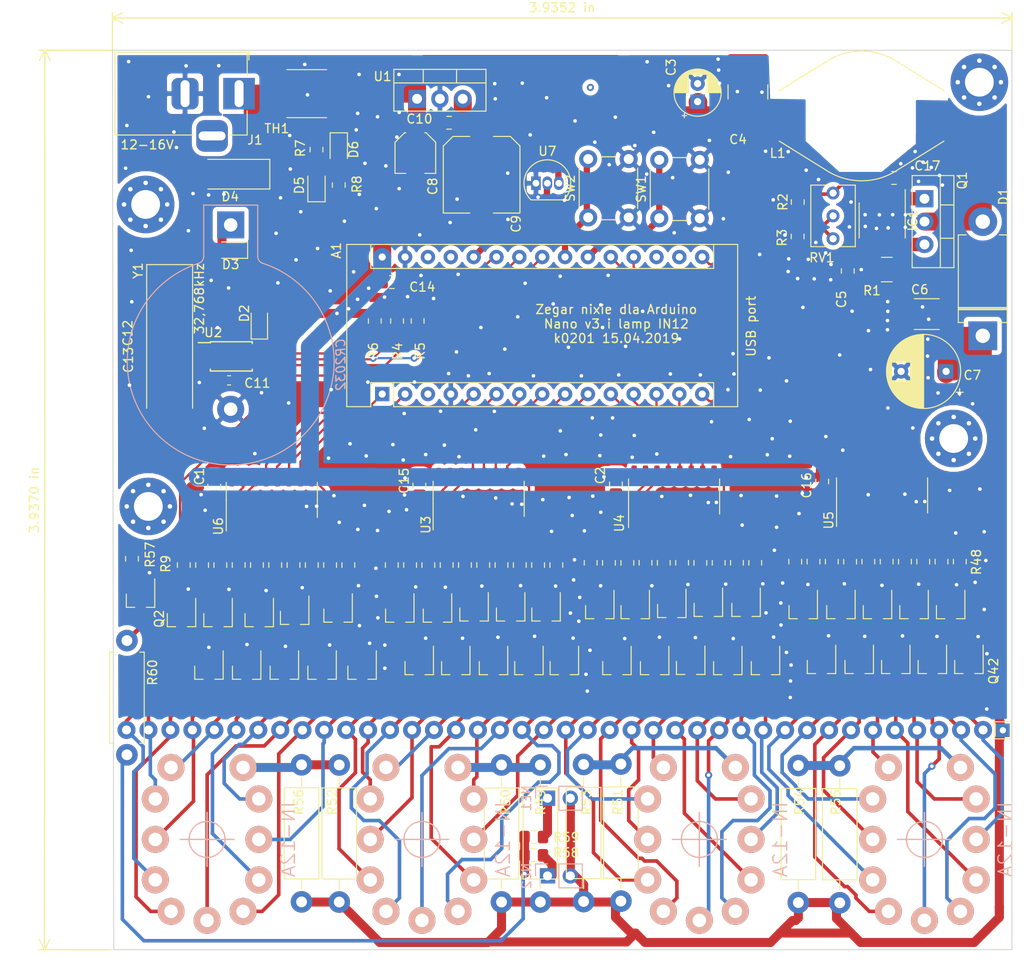
<source format=kicad_pcb>
(kicad_pcb (version 20171130) (host pcbnew "(5.1.0)-1")
  (title_block (date 2019-04-12))
  (layers (0 F.Cu signal) (31 B.Cu signal) (34 B.Paste user) (35 F.Paste user) (36 B.SilkS user) (37 F.SilkS user) (38 B.Mask user hide) (39 F.Mask user) (44 Edge.Cuts user))
  (net 0 "")
  (net 1 /5V)
  (net 2 GND)
  (net 3 "Net-(A1-Pad28)")
  (net 4 "Net-(A1-Pad27)")
  (net 5 /SDA)
  (net 6 /SCL)
  (net 7 "Net-(A1-Pad3)")
  (net 8 "Net-(A1-Pad18)")
  (net 9 "Net-(A1-Pad17)")
  (net 10 "Net-(BT1-Pad1)")
  (net 11 "Net-(C5-Pad1)")
  (net 12 "/DZIESIATKI GODZIN/200V")
  (net 13 "Net-(C11-Pad1)")
  (net 14 "Net-(C12-Pad2)")
  (net 15 "Net-(C13-Pad2)")
  (net 16 "Net-(D1-Pad2)")
  (net 17 "Net-(D3-Pad1)")
  (net 18 "Net-(D4-Pad1)")
  (net 19 "Net-(D5-Pad2)")
  (net 20 "Net-(D6-Pad2)")
  (net 21 "Net-(IC1-Pad8)")
  (net 22 "Net-(IC1-Pad3)")
  (net 23 "Net-(N1-Pad0)")
  (net 24 "Net-(N1-Pad1)")
  (net 25 "Net-(N1-Pad2)")
  (net 26 "Net-(N1-Pad3)")
  (net 27 "Net-(N1-Pad4)")
  (net 28 "Net-(N1-Pad5)")
  (net 29 "Net-(N1-Pad6)")
  (net 30 "Net-(N1-Pad7)")
  (net 31 "Net-(N1-Pad8)")
  (net 32 "Net-(N1-Pad9)")
  (net 33 "Net-(N1-PadA)")
  (net 34 "Net-(N2-Pad0)")
  (net 35 "Net-(N2-Pad1)")
  (net 36 "Net-(N2-Pad2)")
  (net 37 "Net-(N2-Pad3)")
  (net 38 "Net-(N2-Pad4)")
  (net 39 "Net-(N2-Pad5)")
  (net 40 "Net-(N2-Pad6)")
  (net 41 "Net-(N2-Pad7)")
  (net 42 "Net-(N2-Pad8)")
  (net 43 "Net-(N2-Pad9)")
  (net 44 "Net-(N2-PadA)")
  (net 45 "Net-(N3-Pad0)")
  (net 46 "Net-(N3-Pad1)")
  (net 47 "Net-(N3-Pad2)")
  (net 48 "Net-(N3-Pad3)")
  (net 49 "Net-(N3-Pad4)")
  (net 50 "Net-(N3-Pad5)")
  (net 51 "Net-(N3-Pad6)")
  (net 52 "Net-(N3-Pad7)")
  (net 53 "Net-(N3-Pad8)")
  (net 54 "Net-(N3-Pad9)")
  (net 55 "Net-(N3-PadA)")
  (net 56 "Net-(N4-Pad0)")
  (net 57 "Net-(N4-Pad1)")
  (net 58 "Net-(N4-Pad2)")
  (net 59 "Net-(N4-Pad3)")
  (net 60 "Net-(N4-Pad4)")
  (net 61 "Net-(N4-Pad5)")
  (net 62 "Net-(N4-Pad6)")
  (net 63 "Net-(N4-Pad7)")
  (net 64 "Net-(N4-Pad8)")
  (net 65 "Net-(N4-Pad9)")
  (net 66 "Net-(N4-PadA)")
  (net 67 "Net-(Q2-Pad2)")
  (net 68 "Net-(Q3-Pad2)")
  (net 69 "Net-(Q4-Pad2)")
  (net 70 "Net-(Q5-Pad2)")
  (net 71 "Net-(Q6-Pad2)")
  (net 72 "Net-(Q7-Pad2)")
  (net 73 "Net-(Q8-Pad2)")
  (net 74 "Net-(Q9-Pad2)")
  (net 75 "Net-(Q10-Pad2)")
  (net 76 "Net-(Q11-Pad2)")
  (net 77 "Net-(Q12-Pad2)")
  (net 78 "Net-(Q13-Pad2)")
  (net 79 "Net-(Q14-Pad2)")
  (net 80 "Net-(Q15-Pad2)")
  (net 81 "Net-(Q16-Pad2)")
  (net 82 "Net-(Q17-Pad2)")
  (net 83 "Net-(Q18-Pad2)")
  (net 84 "Net-(Q19-Pad2)")
  (net 85 "Net-(Q20-Pad2)")
  (net 86 "Net-(Q21-Pad2)")
  (net 87 "Net-(Q22-Pad2)")
  (net 88 "Net-(Q23-Pad2)")
  (net 89 "Net-(Q24-Pad2)")
  (net 90 "Net-(Q25-Pad2)")
  (net 91 "Net-(Q26-Pad2)")
  (net 92 "Net-(Q27-Pad2)")
  (net 93 "Net-(Q28-Pad2)")
  (net 94 "Net-(Q29-Pad2)")
  (net 95 "Net-(Q30-Pad2)")
  (net 96 "Net-(Q31-Pad2)")
  (net 97 "Net-(Q32-Pad2)")
  (net 98 "Net-(Q33-Pad2)")
  (net 99 "Net-(Q34-Pad2)")
  (net 100 "Net-(Q35-Pad2)")
  (net 101 "Net-(Q36-Pad2)")
  (net 102 "Net-(Q37-Pad2)")
  (net 103 "Net-(Q38-Pad2)")
  (net 104 "Net-(Q39-Pad2)")
  (net 105 "Net-(Q40-Pad2)")
  (net 106 "Net-(Q41-Pad2)")
  (net 107 "Net-(R3-Pad1)")
  (net 108 /rtc/MPF)
  (net 109 "Net-(R9-Pad2)")
  (net 110 "Net-(R10-Pad2)")
  (net 111 "Net-(R11-Pad2)")
  (net 112 "Net-(R12-Pad2)")
  (net 113 "Net-(R13-Pad2)")
  (net 114 "Net-(R14-Pad2)")
  (net 115 "Net-(R15-Pad2)")
  (net 116 "Net-(R16-Pad2)")
  (net 117 "Net-(R17-Pad2)")
  (net 118 "Net-(R18-Pad2)")
  (net 119 "Net-(R19-Pad2)")
  (net 120 "Net-(R20-Pad2)")
  (net 121 "Net-(R21-Pad2)")
  (net 122 "Net-(R22-Pad2)")
  (net 123 "Net-(R23-Pad2)")
  (net 124 "Net-(R24-Pad2)")
  (net 125 "Net-(R25-Pad2)")
  (net 126 "Net-(R26-Pad2)")
  (net 127 "Net-(R27-Pad2)")
  (net 128 "Net-(R28-Pad2)")
  (net 129 "Net-(R29-Pad2)")
  (net 130 "Net-(R30-Pad2)")
  (net 131 "Net-(R31-Pad2)")
  (net 132 "Net-(R32-Pad2)")
  (net 133 "Net-(R33-Pad2)")
  (net 134 "Net-(R34-Pad2)")
  (net 135 "Net-(R35-Pad2)")
  (net 136 "Net-(R36-Pad2)")
  (net 137 "Net-(R37-Pad2)")
  (net 138 "Net-(R38-Pad2)")
  (net 139 "Net-(R39-Pad2)")
  (net 140 "Net-(R40-Pad2)")
  (net 141 "Net-(R41-Pad2)")
  (net 142 "Net-(R42-Pad2)")
  (net 143 "Net-(R43-Pad2)")
  (net 144 "Net-(R44-Pad2)")
  (net 145 "Net-(R45-Pad2)")
  (net 146 "Net-(R46-Pad2)")
  (net 147 "Net-(R47-Pad2)")
  (net 148 "Net-(R48-Pad2)")
  (net 149 "Net-(IC1-Pad1)")
  (net 150 /A1)
  (net 151 /D1)
  (net 152 /C1)
  (net 153 /B1)
  (net 154 /A2)
  (net 155 /D2)
  (net 156 /C2)
  (net 157 /B2)
  (net 158 /A3)
  (net 159 /D3)
  (net 160 /C3)
  (net 161 /B3)
  (net 162 /C4)
  (net 163 /B4)
  (net 164 /D4)
  (net 165 /A4)
  (net 166 "Net-(NE1-Pad1)")
  (net 167 "Net-(NE2-Pad1)")
  (net 168 "Net-(Q42-Pad3)")
  (net 169 "Net-(Q42-Pad2)")
  (net 170 "Net-(R58-Pad1)")
  (net 171 /12V)
  (net 172 /temp)
  (net 173 /neon)
  (net 174 /sw1)
  (net 175 /sw2)
  (module Package_TO_SOT_THT:TO-92_Inline (layer F.Cu) (at 105.73068 50.8518)
    (fp_text reference U7 (at 1.27 -3.56) (layer F.SilkS))
    (fp_text value LM35-LP)
    (pad 1 thru_hole rect (at 0 0) (size 1.05 1.5) (drill 0.75) (layers *.Cu *.Mask) (net 2 GND))
    (pad 3 thru_hole oval (at 2.54 0) (size 1.05 1.5) (drill 0.75) (layers *.Cu *.Mask) (net 171 /12V))
    (pad 2 thru_hole oval (at 1.27 0) (size 1.05 1.5) (drill 0.75) (layers *.Cu *.Mask) (net 172 /temp))
  )
  (module Button_Switch_THT:SW_PUSH_6mm_H5mm (layer F.Cu) (at 111.53648 54.6608 90)
    (fp_text reference SW2 (at 3.25 -2 90) (layer F.SilkS))
    (fp_text value SW_Push)
    (pad 1 thru_hole circle (at 6.5 0 180) (size 2 2) (drill 1.1) (layers *.Cu *.Mask) (net 174 /sw1))
    (pad 2 thru_hole circle (at 6.5 4.5 180) (size 2 2) (drill 1.1) (layers *.Cu *.Mask) (net 2 GND))
    (pad 1 thru_hole circle (at 0 0 180) (size 2 2) (drill 1.1) (layers *.Cu *.Mask) (net 174 /sw1))
    (pad 2 thru_hole circle (at 0 4.5 180) (size 2 2) (drill 1.1) (layers *.Cu *.Mask) (net 2 GND))
  )
  (module Button_Switch_THT:SW_PUSH_6mm_H5mm (layer F.Cu) (at 119.43588 54.7497 90)
    (fp_text reference SW1 (at 3.25 -2 90) (layer F.SilkS))
    (fp_text value SW_Push)
    (pad 1 thru_hole circle (at 6.5 0 180) (size 2 2) (drill 1.1) (layers *.Cu *.Mask) (net 175 /sw2))
    (pad 2 thru_hole circle (at 6.5 4.5 180) (size 2 2) (drill 1.1) (layers *.Cu *.Mask) (net 2 GND))
    (pad 1 thru_hole circle (at 0 0 180) (size 2 2) (drill 1.1) (layers *.Cu *.Mask) (net 175 /sw2))
    (pad 2 thru_hole circle (at 0 4.5 180) (size 2 2) (drill 1.1) (layers *.Cu *.Mask) (net 2 GND))
  )
  (module Resistor_THT:R_Axial_DIN0411_L9.9mm_D3.6mm_P12.70mm_Horizontal (layer F.Cu) (at 60.27928 114.4016 90)
    (fp_text reference R60 (at 9.1567 2.8448 90) (layer F.SilkS))
    (fp_text value 0)
    (pad 2 thru_hole oval (at 12.7 0 90) (size 2.4 2.4) (drill 1.2) (layers *.Cu *.Mask) (net 168 "Net-(Q42-Pad3)"))
    (pad 1 thru_hole circle (at 0 0 90) (size 2.4 2.4) (drill 1.2) (layers *.Cu *.Mask) (net 170 "Net-(R58-Pad1)"))
  )
  (module Connector_PinHeader_2.54mm:PinHeader_1x02_P2.54mm_Vertical (layer B.Cu) (at 107.01528 127.8636 270)
    (fp_text reference NE2 (at 0 2.33 270) (layer B.SilkS) (effects (justify mirror)))
    (fp_text value Lamp_Neon)
    (pad 2 thru_hole oval (at 0 -2.54 270) (size 1.7 1.7) (drill 1) (layers *.Cu *.Mask) (net 12 "/DZIESIATKI GODZIN/200V"))
    (pad 1 thru_hole rect (at 0 0 270) (size 1.7 1.7) (drill 1) (layers *.Cu *.Mask) (net 167 "Net-(NE2-Pad1)"))
  )
  (module Connector_PinHeader_2.54mm:PinHeader_1x02_P2.54mm_Vertical (layer B.Cu) (at 107.01528 119.2276 270)
    (fp_text reference NE1 (at 0 2.33 270) (layer B.SilkS) (effects (justify mirror)))
    (fp_text value Lamp_Neon)
    (pad 2 thru_hole oval (at 0 -2.54 270) (size 1.7 1.7) (drill 1) (layers *.Cu *.Mask) (net 12 "/DZIESIATKI GODZIN/200V"))
    (pad 1 thru_hole rect (at 0 0 270) (size 1.7 1.7) (drill 1) (layers *.Cu *.Mask) (net 166 "Net-(NE1-Pad1)"))
  )
  (module Resistor_SMD:R_0805_2012Metric_Pad1.15x1.40mm_HandSolder (layer F.Cu) (at 105.49128 125.5776)
    (fp_text reference R59 (at 3.6068 -1.9939 180) (layer F.SilkS))
    (fp_text value 430k)
    (pad 2 smd roundrect (at 1.025 0) (size 1.15 1.4) (layers F.Cu F.Paste F.Mask) (roundrect_rratio 0.217391) (net 167 "Net-(NE2-Pad1)"))
    (pad 1 smd roundrect (at -1.025 0) (size 1.15 1.4) (layers F.Cu F.Paste F.Mask) (roundrect_rratio 0.217391) (net 170 "Net-(R58-Pad1)"))
  )
  (module Resistor_SMD:R_0805_2012Metric_Pad1.15x1.40mm_HandSolder (layer F.Cu) (at 105.49128 123.5456)
    (fp_text reference R58 (at 3.5941 1.7399 180) (layer F.SilkS))
    (fp_text value 430k)
    (pad 2 smd roundrect (at 1.025 0) (size 1.15 1.4) (layers F.Cu F.Paste F.Mask) (roundrect_rratio 0.217391) (net 166 "Net-(NE1-Pad1)"))
    (pad 1 smd roundrect (at -1.025 0) (size 1.15 1.4) (layers F.Cu F.Paste F.Mask) (roundrect_rratio 0.217391) (net 170 "Net-(R58-Pad1)"))
  )
  (module Resistor_SMD:R_0805_2012Metric_Pad1.15x1.40mm_HandSolder (layer F.Cu) (at 60.83808 92.6084 90)
    (fp_text reference R57 (at 0.4572 2.0193 90) (layer F.SilkS))
    (fp_text value 10k)
    (pad 2 smd roundrect (at 1.025 0 90) (size 1.15 1.4) (layers F.Cu F.Paste F.Mask) (roundrect_rratio 0.217391) (net 173 /neon))
    (pad 1 smd roundrect (at -1.025 0 90) (size 1.15 1.4) (layers F.Cu F.Paste F.Mask) (roundrect_rratio 0.217391) (net 169 "Net-(Q42-Pad2)"))
  )
  (module Package_TO_SOT_SMD:SOT-23_Handsoldering (layer F.Cu) (at 61.79058 97.2439 270)
    (fp_text reference Q42 (at 7.8486 -94.7928 270) (layer F.SilkS))
    (fp_text value MPSA92)
    (pad 3 smd rect (at 1.5 0 270) (size 1.9 0.8) (layers F.Cu F.Paste F.Mask) (net 168 "Net-(Q42-Pad3)"))
    (pad 2 smd rect (at -1.5 0.95 270) (size 1.9 0.8) (layers F.Cu F.Paste F.Mask) (net 169 "Net-(Q42-Pad2)"))
    (pad 1 smd rect (at -1.5 -0.95 270) (size 1.9 0.8) (layers F.Cu F.Paste F.Mask) (net 2 GND))
  )
  (module ni12_zegar:russian-nixies-IN-12 (layer B.Cu) (at 69.18452 123.80976)
    (fp_text reference N4 hide)
    (fp_text value IN-12A (at 9 0 -90) (layer B.SilkS) (effects (font (size 1.524 1.524)) (justify mirror)))
    (pad 0 thru_hole circle (at 5.75 -4.5) (size 3 3) (drill 1.5) (layers *.Cu B.Paste B.SilkS B.Mask) (net 56 "Net-(N4-Pad0)"))
    (pad 1 thru_hole circle (at -4 -8) (size 3 3) (drill 1.5) (layers *.Cu B.Paste B.SilkS B.Mask) (net 57 "Net-(N4-Pad1)"))
    (pad 2 thru_hole circle (at -5.75 -4.5) (size 3 3) (drill 1.5) (layers *.Cu B.Paste B.SilkS B.Mask) (net 58 "Net-(N4-Pad2)"))
    (pad 3 thru_hole circle (at -5.75 0) (size 3 3) (drill 1.5) (layers *.Cu B.Paste B.SilkS B.Mask) (net 59 "Net-(N4-Pad3)"))
    (pad 4 thru_hole circle (at -5.75 4.5) (size 3 3) (drill 1.5) (layers *.Cu B.Paste B.SilkS B.Mask) (net 60 "Net-(N4-Pad4)"))
    (pad 5 thru_hole circle (at -4 8) (size 3 3) (drill 1.5) (layers *.Cu B.Paste B.SilkS B.Mask) (net 61 "Net-(N4-Pad5)"))
    (pad 6 thru_hole circle (at 0 9) (size 3 3) (drill 1.5) (layers *.Cu B.Paste B.SilkS B.Mask) (net 62 "Net-(N4-Pad6)"))
    (pad 7 thru_hole circle (at 4 8) (size 3 3) (drill 1.5) (layers *.Cu B.Paste B.SilkS B.Mask) (net 63 "Net-(N4-Pad7)"))
    (pad 8 thru_hole circle (at 5.75 4.5) (size 3 3) (drill 1.5) (layers *.Cu B.Paste B.SilkS B.Mask) (net 64 "Net-(N4-Pad8)"))
    (pad 9 thru_hole circle (at 5.75 0) (size 3 3) (drill 1.5) (layers *.Cu B.Paste B.SilkS B.Mask) (net 65 "Net-(N4-Pad9)"))
    (pad A thru_hole circle (at 4 -8) (size 3 3) (drill 1.5) (layers *.Cu B.Paste B.SilkS B.Mask) (net 66 "Net-(N4-PadA)"))
  )
  (module TestPoint:TestPoint_THTPad_1.5x1.5mm_Drill0.7mm (layer F.Cu) (at 157.61716 111.67872)
    (fp_text reference TP1 hide)
    (fp_text value TestPoint)
    (pad 1 thru_hole rect (at 0 0) (size 1.5 1.5) (drill 0.7) (layers *.Cu *.Mask) (net 12 "/DZIESIATKI GODZIN/200V"))
  )
  (module Resistor_THT:R_Axial_DIN0411_L9.9mm_D3.6mm_P15.24mm_Horizontal (layer F.Cu) (at 106.222 130.77 90)
    (fp_text reference R49 (at 11.10044 0.03636 270) (layer F.SilkS))
    (fp_text value 30k)
    (pad 2 thru_hole oval (at 15.24 0 90) (size 2.4 2.4) (drill 1.2) (layers *.Cu *.Mask) (net 33 "Net-(N1-PadA)"))
    (pad 1 thru_hole circle (at 0 0 90) (size 2.4 2.4) (drill 1.2) (layers *.Cu *.Mask) (net 12 "/DZIESIATKI GODZIN/200V"))
  )
  (module ni12_zegar:russian-nixies-IN-12 (layer B.Cu) (at 148.89988 123.80976)
    (fp_text reference N3 hide)
    (fp_text value IN-12A (at 9 0 -90) (layer B.SilkS) (effects (font (size 1.524 1.524)) (justify mirror)))
    (pad 0 thru_hole circle (at 5.75 -4.5) (size 3 3) (drill 1.5) (layers *.Cu B.Paste B.SilkS B.Mask) (net 45 "Net-(N3-Pad0)"))
    (pad 1 thru_hole circle (at -4 -8) (size 3 3) (drill 1.5) (layers *.Cu B.Paste B.SilkS B.Mask) (net 46 "Net-(N3-Pad1)"))
    (pad 2 thru_hole circle (at -5.75 -4.5) (size 3 3) (drill 1.5) (layers *.Cu B.Paste B.SilkS B.Mask) (net 47 "Net-(N3-Pad2)"))
    (pad 3 thru_hole circle (at -5.75 0) (size 3 3) (drill 1.5) (layers *.Cu B.Paste B.SilkS B.Mask) (net 48 "Net-(N3-Pad3)"))
    (pad 4 thru_hole circle (at -5.75 4.5) (size 3 3) (drill 1.5) (layers *.Cu B.Paste B.SilkS B.Mask) (net 49 "Net-(N3-Pad4)"))
    (pad 5 thru_hole circle (at -4 8) (size 3 3) (drill 1.5) (layers *.Cu B.Paste B.SilkS B.Mask) (net 50 "Net-(N3-Pad5)"))
    (pad 6 thru_hole circle (at 0 9) (size 3 3) (drill 1.5) (layers *.Cu B.Paste B.SilkS B.Mask) (net 51 "Net-(N3-Pad6)"))
    (pad 7 thru_hole circle (at 4 8) (size 3 3) (drill 1.5) (layers *.Cu B.Paste B.SilkS B.Mask) (net 52 "Net-(N3-Pad7)"))
    (pad 8 thru_hole circle (at 5.75 4.5) (size 3 3) (drill 1.5) (layers *.Cu B.Paste B.SilkS B.Mask) (net 53 "Net-(N3-Pad8)"))
    (pad 9 thru_hole circle (at 5.75 0) (size 3 3) (drill 1.5) (layers *.Cu B.Paste B.SilkS B.Mask) (net 54 "Net-(N3-Pad9)"))
    (pad A thru_hole circle (at 4 -8) (size 3 3) (drill 1.5) (layers *.Cu B.Paste B.SilkS B.Mask) (net 55 "Net-(N3-PadA)"))
  )
  (module ni12_zegar:russian-nixies-IN-12 (layer B.Cu) (at 123.8916 123.80976)
    (fp_text reference N2 hide)
    (fp_text value IN-12A (at 9 0 -90) (layer B.SilkS) (effects (font (size 1.524 1.524)) (justify mirror)))
    (pad 0 thru_hole circle (at 5.75 -4.5) (size 3 3) (drill 1.5) (layers *.Cu B.Paste B.SilkS B.Mask) (net 34 "Net-(N2-Pad0)"))
    (pad 1 thru_hole circle (at -4 -8) (size 3 3) (drill 1.5) (layers *.Cu B.Paste B.SilkS B.Mask) (net 35 "Net-(N2-Pad1)"))
    (pad 2 thru_hole circle (at -5.75 -4.5) (size 3 3) (drill 1.5) (layers *.Cu B.Paste B.SilkS B.Mask) (net 36 "Net-(N2-Pad2)"))
    (pad 3 thru_hole circle (at -5.75 0) (size 3 3) (drill 1.5) (layers *.Cu B.Paste B.SilkS B.Mask) (net 37 "Net-(N2-Pad3)"))
    (pad 4 thru_hole circle (at -5.75 4.5) (size 3 3) (drill 1.5) (layers *.Cu B.Paste B.SilkS B.Mask) (net 38 "Net-(N2-Pad4)"))
    (pad 5 thru_hole circle (at -4 8) (size 3 3) (drill 1.5) (layers *.Cu B.Paste B.SilkS B.Mask) (net 39 "Net-(N2-Pad5)"))
    (pad 6 thru_hole circle (at 0 9) (size 3 3) (drill 1.5) (layers *.Cu B.Paste B.SilkS B.Mask) (net 40 "Net-(N2-Pad6)"))
    (pad 7 thru_hole circle (at 4 8) (size 3 3) (drill 1.5) (layers *.Cu B.Paste B.SilkS B.Mask) (net 41 "Net-(N2-Pad7)"))
    (pad 8 thru_hole circle (at 5.75 4.5) (size 3 3) (drill 1.5) (layers *.Cu B.Paste B.SilkS B.Mask) (net 42 "Net-(N2-Pad8)"))
    (pad 9 thru_hole circle (at 5.75 0) (size 3 3) (drill 1.5) (layers *.Cu B.Paste B.SilkS B.Mask) (net 43 "Net-(N2-Pad9)"))
    (pad A thru_hole circle (at 4 -8) (size 3 3) (drill 1.5) (layers *.Cu B.Paste B.SilkS B.Mask) (net 44 "Net-(N2-PadA)"))
  )
  (module Battery:BatteryHolder_Keystone_103_1x20mm (layer B.Cu) (at 71.81088 55.48648 270)
    (fp_text reference BT1 hide)
    (fp_text value Battery_Cell hide)
    (fp_text user CR2032 (at 15.48112 -12.2301 270) (layer B.SilkS) (effects (font (thickness 0.15) italic) (justify mirror)))
    (pad 1 thru_hole rect (at 0 0 270) (size 3 3) (drill 1.5) (layers *.Cu *.Mask) (net 10 "Net-(BT1-Pad1)"))
    (pad 2 thru_hole circle (at 20.49 0 270) (size 3 3) (drill 1.5) (layers *.Cu *.Mask) (net 2 GND))
  )
  (module Capacitor_SMD:C_0805_2012Metric_Pad1.15x1.40mm_HandSolder (layer F.Cu) (at 145.52168 50.2666 180)
    (fp_text reference C17 (at -3.70332 1.3462 180) (layer F.SilkS))
    (fp_text value 100n)
    (pad 2 smd roundrect (at 1.025 0 180) (size 1.15 1.4) (layers F.Cu F.Paste F.Mask) (roundrect_rratio 0.217391) (net 171 /12V))
    (pad 1 smd roundrect (at -1.025 0 180) (size 1.15 1.4) (layers F.Cu F.Paste F.Mask) (roundrect_rratio 0.217391) (net 2 GND))
  )
  (module Resistor_THT:R_Axial_DIN0411_L9.9mm_D3.6mm_P15.24mm_Horizontal (layer F.Cu) (at 101.904 115.53 270)
    (fp_text reference R50 (at 4.13956 -0.458 90) (layer F.SilkS))
    (fp_text value 30k)
    (pad 2 thru_hole oval (at 15.24 0 270) (size 2.4 2.4) (drill 1.2) (layers *.Cu *.Mask) (net 12 "/DZIESIATKI GODZIN/200V"))
    (pad 1 thru_hole circle (at 0 0 270) (size 2.4 2.4) (drill 1.2) (layers *.Cu *.Mask) (net 33 "Net-(N1-PadA)"))
  )
  (module Resistor_THT:R_Axial_DIN0411_L9.9mm_D3.6mm_P15.24mm_Horizontal (layer F.Cu) (at 115.16868 130.66776 90)
    (fp_text reference R51 (at 10.9982 -0.3302 270) (layer F.SilkS))
    (fp_text value 30k)
    (pad 2 thru_hole oval (at 15.24 0 90) (size 2.4 2.4) (drill 1.2) (layers *.Cu *.Mask) (net 44 "Net-(N2-PadA)"))
    (pad 1 thru_hole circle (at 0 0 90) (size 2.4 2.4) (drill 1.2) (layers *.Cu *.Mask) (net 12 "/DZIESIATKI GODZIN/200V"))
  )
  (module Resistor_THT:R_Axial_DIN0411_L9.9mm_D3.6mm_P15.24mm_Horizontal (layer F.Cu) (at 139.49172 115.61572 270)
    (fp_text reference R55 (at 4.05384 0.42672 90) (layer F.SilkS))
    (fp_text value 30k)
    (pad 2 thru_hole oval (at 15.24 0 270) (size 2.4 2.4) (drill 1.2) (layers *.Cu *.Mask) (net 12 "/DZIESIATKI GODZIN/200V"))
    (pad 1 thru_hole circle (at 0 0 270) (size 2.4 2.4) (drill 1.2) (layers *.Cu *.Mask) (net 55 "Net-(N3-PadA)"))
  )
  (module Resistor_THT:R_Axial_DIN0411_L9.9mm_D3.6mm_P15.24mm_Horizontal (layer F.Cu) (at 83.87 115.53 270)
    (fp_text reference R52 (at 4.13956 0.78152 90) (layer F.SilkS))
    (fp_text value 30k)
    (pad 2 thru_hole oval (at 15.24 0 270) (size 2.4 2.4) (drill 1.2) (layers *.Cu *.Mask) (net 12 "/DZIESIATKI GODZIN/200V"))
    (pad 1 thru_hole circle (at 0 0 270) (size 2.4 2.4) (drill 1.2) (layers *.Cu *.Mask) (net 66 "Net-(N4-PadA)"))
  )
  (module Resistor_THT:R_Axial_DIN0411_L9.9mm_D3.6mm_P15.24mm_Horizontal (layer F.Cu) (at 79.68488 130.75412 90)
    (fp_text reference R56 (at 11.08456 -0.32004 270) (layer F.SilkS))
    (fp_text value 30k)
    (pad 2 thru_hole oval (at 15.24 0 90) (size 2.4 2.4) (drill 1.2) (layers *.Cu *.Mask) (net 66 "Net-(N4-PadA)"))
    (pad 1 thru_hole circle (at 0 0 90) (size 2.4 2.4) (drill 1.2) (layers *.Cu *.Mask) (net 12 "/DZIESIATKI GODZIN/200V"))
  )
  (module Resistor_THT:R_Axial_DIN0411_L9.9mm_D3.6mm_P15.24mm_Horizontal (layer F.Cu) (at 134.88924 130.83032 90)
    (fp_text reference R54 (at 11.16076 0.13208 270) (layer F.SilkS))
    (fp_text value 30k)
    (pad 2 thru_hole oval (at 15.24 0 90) (size 2.4 2.4) (drill 1.2) (layers *.Cu *.Mask) (net 55 "Net-(N3-PadA)"))
    (pad 1 thru_hole circle (at 0 0 90) (size 2.4 2.4) (drill 1.2) (layers *.Cu *.Mask) (net 12 "/DZIESIATKI GODZIN/200V"))
  )
  (module Resistor_THT:R_Axial_DIN0411_L9.9mm_D3.6mm_P15.24mm_Horizontal (layer F.Cu) (at 111.02848 115.47348 270)
    (fp_text reference R53 (at 4.19608 -0.30988 90) (layer F.SilkS))
    (fp_text value 30k)
    (pad 2 thru_hole oval (at 15.24 0 270) (size 2.4 2.4) (drill 1.2) (layers *.Cu *.Mask) (net 12 "/DZIESIATKI GODZIN/200V"))
    (pad 1 thru_hole circle (at 0 0 270) (size 2.4 2.4) (drill 1.2) (layers *.Cu *.Mask) (net 44 "Net-(N2-PadA)"))
  )
  (module ni12_zegar:russian-nixies-IN-12 (layer B.Cu) (at 93.0656 123.80976)
    (fp_text reference N1 hide)
    (fp_text value IN-12A (at 9 0 -90) (layer B.SilkS) (effects (font (size 1.524 1.524)) (justify mirror)))
    (pad 0 thru_hole circle (at 5.75 -4.5) (size 3 3) (drill 1.5) (layers *.Cu B.Paste B.SilkS B.Mask) (net 23 "Net-(N1-Pad0)"))
    (pad 1 thru_hole circle (at -4 -8) (size 3 3) (drill 1.5) (layers *.Cu B.Paste B.SilkS B.Mask) (net 24 "Net-(N1-Pad1)"))
    (pad 2 thru_hole circle (at -5.75 -4.5) (size 3 3) (drill 1.5) (layers *.Cu B.Paste B.SilkS B.Mask) (net 25 "Net-(N1-Pad2)"))
    (pad 3 thru_hole circle (at -5.75 0) (size 3 3) (drill 1.5) (layers *.Cu B.Paste B.SilkS B.Mask) (net 26 "Net-(N1-Pad3)"))
    (pad 4 thru_hole circle (at -5.75 4.5) (size 3 3) (drill 1.5) (layers *.Cu B.Paste B.SilkS B.Mask) (net 27 "Net-(N1-Pad4)"))
    (pad 5 thru_hole circle (at -4 8) (size 3 3) (drill 1.5) (layers *.Cu B.Paste B.SilkS B.Mask) (net 28 "Net-(N1-Pad5)"))
    (pad 6 thru_hole circle (at 0 9) (size 3 3) (drill 1.5) (layers *.Cu B.Paste B.SilkS B.Mask) (net 29 "Net-(N1-Pad6)"))
    (pad 7 thru_hole circle (at 4 8) (size 3 3) (drill 1.5) (layers *.Cu B.Paste B.SilkS B.Mask) (net 30 "Net-(N1-Pad7)"))
    (pad 8 thru_hole circle (at 5.75 4.5) (size 3 3) (drill 1.5) (layers *.Cu B.Paste B.SilkS B.Mask) (net 31 "Net-(N1-Pad8)"))
    (pad 9 thru_hole circle (at 5.75 0) (size 3 3) (drill 1.5) (layers *.Cu B.Paste B.SilkS B.Mask) (net 32 "Net-(N1-Pad9)"))
    (pad A thru_hole circle (at 4 -8) (size 3 3) (drill 1.5) (layers *.Cu B.Paste B.SilkS B.Mask) (net 33 "Net-(N1-PadA)"))
  )
  (module Package_TO_SOT_SMD:SOT-23_Handsoldering (layer F.Cu) (at 90.601 98.893 270)
    (fp_text reference Q5 hide)
    (fp_text value MPSA92)
    (pad 3 smd rect (at 1.5 0 270) (size 1.9 0.8) (layers F.Cu F.Paste F.Mask) (net 27 "Net-(N1-Pad4)"))
    (pad 2 smd rect (at -1.5 0.95 270) (size 1.9 0.8) (layers F.Cu F.Paste F.Mask) (net 70 "Net-(Q5-Pad2)"))
    (pad 1 smd rect (at -1.5 -0.95 270) (size 1.9 0.8) (layers F.Cu F.Paste F.Mask) (net 2 GND))
  )
  (module Package_TO_SOT_SMD:SOT-23_Handsoldering (layer F.Cu) (at 92.76 104.735 270)
    (fp_text reference Q3 hide)
    (fp_text value MPSA92)
    (pad 3 smd rect (at 1.5 0 270) (size 1.9 0.8) (layers F.Cu F.Paste F.Mask) (net 25 "Net-(N1-Pad2)"))
    (pad 2 smd rect (at -1.5 0.95 270) (size 1.9 0.8) (layers F.Cu F.Paste F.Mask) (net 68 "Net-(Q3-Pad2)"))
    (pad 1 smd rect (at -1.5 -0.95 270) (size 1.9 0.8) (layers F.Cu F.Paste F.Mask) (net 2 GND))
  )
  (module Module:Arduino_Nano (layer F.Cu) (at 88.646 74.295 90)
    (fp_text reference A1 (at 15.96644 -5.10032 90) (layer F.SilkS))
    (fp_text value Arduino_Nano_v3.x)
    (fp_text user "USB port" (at 7.5354 40.99328 270) (layer F.SilkS))
    (pad 16 thru_hole oval (at 15.24 35.56 90) (size 1.6 1.6) (drill 0.8) (layers *.Cu *.Mask) (net 165 /A4))
    (pad 15 thru_hole oval (at 0 35.56 90) (size 1.6 1.6) (drill 0.8) (layers *.Cu *.Mask) (net 163 /B4))
    (pad 30 thru_hole oval (at 15.24 0 90) (size 1.6 1.6) (drill 0.8) (layers *.Cu *.Mask) (net 1 /5V))
    (pad 14 thru_hole oval (at 0 33.02 90) (size 1.6 1.6) (drill 0.8) (layers *.Cu *.Mask) (net 158 /A3))
    (pad 29 thru_hole oval (at 15.24 2.54 90) (size 1.6 1.6) (drill 0.8) (layers *.Cu *.Mask) (net 2 GND))
    (pad 13 thru_hole oval (at 0 30.48 90) (size 1.6 1.6) (drill 0.8) (layers *.Cu *.Mask) (net 159 /D3))
    (pad 28 thru_hole oval (at 15.24 5.08 90) (size 1.6 1.6) (drill 0.8) (layers *.Cu *.Mask) (net 3 "Net-(A1-Pad28)"))
    (pad 12 thru_hole oval (at 0 27.94 90) (size 1.6 1.6) (drill 0.8) (layers *.Cu *.Mask) (net 160 /C3))
    (pad 27 thru_hole oval (at 15.24 7.62 90) (size 1.6 1.6) (drill 0.8) (layers *.Cu *.Mask) (net 4 "Net-(A1-Pad27)"))
    (pad 11 thru_hole oval (at 0 25.4 90) (size 1.6 1.6) (drill 0.8) (layers *.Cu *.Mask) (net 161 /B3))
    (pad 26 thru_hole oval (at 15.24 10.16 90) (size 1.6 1.6) (drill 0.8) (layers *.Cu *.Mask) (net 172 /temp))
    (pad 10 thru_hole oval (at 0 22.86 90) (size 1.6 1.6) (drill 0.8) (layers *.Cu *.Mask) (net 154 /A2))
    (pad 25 thru_hole oval (at 15.24 12.7 90) (size 1.6 1.6) (drill 0.8) (layers *.Cu *.Mask) (net 5 /SDA))
    (pad 9 thru_hole oval (at 0 20.32 90) (size 1.6 1.6) (drill 0.8) (layers *.Cu *.Mask) (net 155 /D2))
    (pad 24 thru_hole oval (at 15.24 15.24 90) (size 1.6 1.6) (drill 0.8) (layers *.Cu *.Mask) (net 6 /SCL))
    (pad 8 thru_hole oval (at 0 17.78 90) (size 1.6 1.6) (drill 0.8) (layers *.Cu *.Mask) (net 156 /C2))
    (pad 23 thru_hole oval (at 15.24 17.78 90) (size 1.6 1.6) (drill 0.8) (layers *.Cu *.Mask) (net 173 /neon))
    (pad 7 thru_hole oval (at 0 15.24 90) (size 1.6 1.6) (drill 0.8) (layers *.Cu *.Mask) (net 157 /B2))
    (pad 22 thru_hole oval (at 15.24 20.32 90) (size 1.6 1.6) (drill 0.8) (layers *.Cu *.Mask) (net 174 /sw1))
    (pad 6 thru_hole oval (at 0 12.7 90) (size 1.6 1.6) (drill 0.8) (layers *.Cu *.Mask) (net 150 /A1))
    (pad 21 thru_hole oval (at 15.24 22.86 90) (size 1.6 1.6) (drill 0.8) (layers *.Cu *.Mask) (net 175 /sw2))
    (pad 5 thru_hole oval (at 0 10.16 90) (size 1.6 1.6) (drill 0.8) (layers *.Cu *.Mask) (net 151 /D1))
    (pad 20 thru_hole oval (at 15.24 25.4 90) (size 1.6 1.6) (drill 0.8) (layers *.Cu *.Mask) (net 162 /C4))
    (pad 4 thru_hole oval (at 0 7.62 90) (size 1.6 1.6) (drill 0.8) (layers *.Cu *.Mask) (net 2 GND))
    (pad 19 thru_hole oval (at 15.24 27.94 90) (size 1.6 1.6) (drill 0.8) (layers *.Cu *.Mask) (net 164 /D4))
    (pad 3 thru_hole oval (at 0 5.08 90) (size 1.6 1.6) (drill 0.8) (layers *.Cu *.Mask) (net 7 "Net-(A1-Pad3)"))
    (pad 18 thru_hole oval (at 15.24 30.48 90) (size 1.6 1.6) (drill 0.8) (layers *.Cu *.Mask) (net 8 "Net-(A1-Pad18)"))
    (pad 2 thru_hole oval (at 0 2.54 90) (size 1.6 1.6) (drill 0.8) (layers *.Cu *.Mask) (net 152 /C1))
    (pad 17 thru_hole oval (at 15.24 33.02 90) (size 1.6 1.6) (drill 0.8) (layers *.Cu *.Mask) (net 9 "Net-(A1-Pad17)"))
    (pad 1 thru_hole rect (at 0 0 90) (size 1.6 1.6) (drill 0.8) (layers *.Cu *.Mask) (net 153 /B1))
  )
  (module Diode_SMD:D_0805_2012Metric_Castellated (layer F.Cu) (at 71.8085 58.293 180)
    (fp_text reference D3 (at 0 -1.6 180) (layer F.SilkS))
    (fp_text value 1N4148)
    (pad 2 smd roundrect (at 0.9625 0 180) (size 1.325 1.3) (layers F.Cu F.Paste F.Mask) (roundrect_rratio 0.192308) (net 10 "Net-(BT1-Pad1)"))
    (pad 1 smd roundrect (at -0.9625 0 180) (size 1.325 1.3) (layers F.Cu F.Paste F.Mask) (roundrect_rratio 0.192308) (net 17 "Net-(D3-Pad1)"))
  )
  (module Diode_SMD:D_0805_2012Metric_Castellated (layer F.Cu) (at 74.9935 66.294 90)
    (fp_text reference D2 (at 0.97028 -1.6637 90) (layer F.SilkS))
    (fp_text value 1N4148)
    (pad 2 smd roundrect (at 0.9625 0 90) (size 1.325 1.3) (layers F.Cu F.Paste F.Mask) (roundrect_rratio 0.192308) (net 1 /5V))
    (pad 1 smd roundrect (at -0.9625 0 90) (size 1.325 1.3) (layers F.Cu F.Paste F.Mask) (roundrect_rratio 0.192308) (net 13 "Net-(C11-Pad1)"))
  )
  (module Resistor_SMD:R_1210_3225Metric_Pad1.42x2.65mm_HandSolder (layer F.Cu) (at 144.7165 60.452 180)
    (fp_text reference R1 (at 1.64846 -2.34696 180) (layer F.SilkS))
    (fp_text value 50m)
    (pad 2 smd roundrect (at 1.4875 0 180) (size 1.425 2.65) (layers F.Cu F.Paste F.Mask) (roundrect_rratio 0.175439) (net 2 GND))
    (pad 1 smd roundrect (at -1.4875 0 180) (size 1.425 2.65) (layers F.Cu F.Paste F.Mask) (roundrect_rratio 0.175439) (net 21 "Net-(IC1-Pad8)"))
  )
  (module Crystal:Crystal_SMD_HC49-SD_HandSoldering (layer F.Cu) (at 65.024 69.977 270)
    (fp_text reference Y1 (at -9.40308 3.51028 270) (layer F.SilkS))
    (fp_text value 32,768kHz (at -6.2974 -3.30528 270) (layer F.SilkS))
    (pad 2 smd rect (at 5.9375 0 270) (size 7.875 2) (layers F.Cu F.Paste F.Mask) (net 15 "Net-(C13-Pad2)"))
    (pad 1 smd rect (at -5.9375 0 270) (size 7.875 2) (layers F.Cu F.Paste F.Mask) (net 14 "Net-(C12-Pad2)"))
  )
  (module Capacitor_SMD:C_0805_2012Metric_Pad1.15x1.40mm_HandSolder (layer F.Cu) (at 137.541 84.0105 270)
    (fp_text reference C16 (at 0.43434 1.73736 270) (layer F.SilkS))
    (fp_text value 100n)
    (pad 2 smd roundrect (at 1.025 0 270) (size 1.15 1.4) (layers F.Cu F.Paste F.Mask) (roundrect_rratio 0.217391) (net 2 GND))
    (pad 1 smd roundrect (at -1.025 0 270) (size 1.15 1.4) (layers F.Cu F.Paste F.Mask) (roundrect_rratio 0.217391) (net 1 /5V))
  )
  (module Capacitor_SMD:C_0805_2012Metric_Pad1.15x1.40mm_HandSolder (layer F.Cu) (at 92.7735 84.455 270)
    (fp_text reference C15 (at -0.51816 1.69926 270) (layer F.SilkS))
    (fp_text value 100n)
    (pad 2 smd roundrect (at 1.025 0 270) (size 1.15 1.4) (layers F.Cu F.Paste F.Mask) (roundrect_rratio 0.217391) (net 2 GND))
    (pad 1 smd roundrect (at -1.025 0 270) (size 1.15 1.4) (layers F.Cu F.Paste F.Mask) (roundrect_rratio 0.217391) (net 1 /5V))
  )
  (module Capacitor_SMD:C_0805_2012Metric_Pad1.15x1.40mm_HandSolder (layer F.Cu) (at 89.7255 61.849)
    (fp_text reference C14 (at 3.37566 0.53848) (layer F.SilkS))
    (fp_text value 100n)
    (pad 2 smd roundrect (at 1.025 0) (size 1.15 1.4) (layers F.Cu F.Paste F.Mask) (roundrect_rratio 0.217391) (net 2 GND))
    (pad 1 smd roundrect (at -1.025 0) (size 1.15 1.4) (layers F.Cu F.Paste F.Mask) (roundrect_rratio 0.217391) (net 1 /5V))
  )
  (module Capacitor_SMD:C_0805_2012Metric_Pad1.15x1.40mm_HandSolder (layer F.Cu) (at 114.6175 84.328 270)
    (fp_text reference C2 (at -0.97536 1.73482 270) (layer F.SilkS))
    (fp_text value 100n)
    (pad 2 smd roundrect (at 1.025 0 270) (size 1.15 1.4) (layers F.Cu F.Paste F.Mask) (roundrect_rratio 0.217391) (net 2 GND))
    (pad 1 smd roundrect (at -1.025 0 270) (size 1.15 1.4) (layers F.Cu F.Paste F.Mask) (roundrect_rratio 0.217391) (net 1 /5V))
  )
  (module Capacitor_SMD:C_0805_2012Metric_Pad1.15x1.40mm_HandSolder (layer F.Cu) (at 69.977 84.582 270)
    (fp_text reference C1 (at -1.1176 1.64592 270) (layer F.SilkS))
    (fp_text value 100n)
    (pad 2 smd roundrect (at 1.025 0 270) (size 1.15 1.4) (layers F.Cu F.Paste F.Mask) (roundrect_rratio 0.217391) (net 2 GND))
    (pad 1 smd roundrect (at -1.025 0 270) (size 1.15 1.4) (layers F.Cu F.Paste F.Mask) (roundrect_rratio 0.217391) (net 1 /5V))
  )
  (module Package_SO:SOIC-16_3.9x9.9mm_P1.27mm (layer F.Cu) (at 76.377 86.066 90)
    (fp_text reference U6 (at -2.92544 -5.93772 90) (layer F.SilkS))
    (fp_text value 4028)
    (pad 16 smd roundrect (at 2.475 -4.445 90) (size 1.95 0.6) (layers F.Cu F.Paste F.Mask) (net 1 /5V))
    (pad 15 smd roundrect (at 2.475 -3.175 90) (size 1.95 0.6) (layers F.Cu F.Paste F.Mask) (net 142 "Net-(R42-Pad2)"))
    (pad 14 smd roundrect (at 2.475 -1.905 90) (size 1.95 0.6) (layers F.Cu F.Paste F.Mask) (net 140 "Net-(R40-Pad2)"))
    (pad 13 smd roundrect (at 2.475 -0.635 90) (size 1.95 0.6) (layers F.Cu F.Paste F.Mask) (net 153 /B1))
    (pad 12 smd roundrect (at 2.475 0.635 90) (size 1.95 0.6) (layers F.Cu F.Paste F.Mask) (net 152 /C1))
    (pad 11 smd roundrect (at 2.475 1.905 90) (size 1.95 0.6) (layers F.Cu F.Paste F.Mask) (net 151 /D1))
    (pad 10 smd roundrect (at 2.475 3.175 90) (size 1.95 0.6) (layers F.Cu F.Paste F.Mask) (net 150 /A1))
    (pad 9 smd roundrect (at 2.475 4.445 90) (size 1.95 0.6) (layers F.Cu F.Paste F.Mask) (net 147 "Net-(R47-Pad2)"))
    (pad 8 smd roundrect (at -2.475 4.445 90) (size 1.95 0.6) (layers F.Cu F.Paste F.Mask) (net 2 GND))
    (pad 7 smd roundrect (at -2.475 3.175 90) (size 1.95 0.6) (layers F.Cu F.Paste F.Mask) (net 145 "Net-(R45-Pad2)"))
    (pad 6 smd roundrect (at -2.475 1.905 90) (size 1.95 0.6) (layers F.Cu F.Paste F.Mask) (net 144 "Net-(R44-Pad2)"))
    (pad 5 smd roundrect (at -2.475 0.635 90) (size 1.95 0.6) (layers F.Cu F.Paste F.Mask) (net 148 "Net-(R48-Pad2)"))
    (pad 4 smd roundrect (at -2.475 -0.635 90) (size 1.95 0.6) (layers F.Cu F.Paste F.Mask) (net 146 "Net-(R46-Pad2)"))
    (pad 3 smd roundrect (at -2.475 -1.905 90) (size 1.95 0.6) (layers F.Cu F.Paste F.Mask) (net 139 "Net-(R39-Pad2)"))
    (pad 2 smd roundrect (at -2.475 -3.175 90) (size 1.95 0.6) (layers F.Cu F.Paste F.Mask) (net 141 "Net-(R41-Pad2)"))
    (pad 1 smd roundrect (at -2.475 -4.445 90) (size 1.95 0.6) (layers F.Cu F.Paste F.Mask) (net 143 "Net-(R43-Pad2)"))
  )
  (module Package_SO:SOIC-16_3.9x9.9mm_P1.27mm (layer F.Cu) (at 144.195 85.558 90)
    (fp_text reference U5 (at -2.77304 -5.92248 90) (layer F.SilkS))
    (fp_text value 4028)
    (pad 16 smd roundrect (at 2.475 -4.445 90) (size 1.95 0.6) (layers F.Cu F.Paste F.Mask) (net 1 /5V))
    (pad 15 smd roundrect (at 2.475 -3.175 90) (size 1.95 0.6) (layers F.Cu F.Paste F.Mask) (net 132 "Net-(R32-Pad2)"))
    (pad 14 smd roundrect (at 2.475 -1.905 90) (size 1.95 0.6) (layers F.Cu F.Paste F.Mask) (net 130 "Net-(R30-Pad2)"))
    (pad 13 smd roundrect (at 2.475 -0.635 90) (size 1.95 0.6) (layers F.Cu F.Paste F.Mask) (net 163 /B4))
    (pad 12 smd roundrect (at 2.475 0.635 90) (size 1.95 0.6) (layers F.Cu F.Paste F.Mask) (net 162 /C4))
    (pad 11 smd roundrect (at 2.475 1.905 90) (size 1.95 0.6) (layers F.Cu F.Paste F.Mask) (net 164 /D4))
    (pad 10 smd roundrect (at 2.475 3.175 90) (size 1.95 0.6) (layers F.Cu F.Paste F.Mask) (net 165 /A4))
    (pad 9 smd roundrect (at 2.475 4.445 90) (size 1.95 0.6) (layers F.Cu F.Paste F.Mask) (net 137 "Net-(R37-Pad2)"))
    (pad 8 smd roundrect (at -2.475 4.445 90) (size 1.95 0.6) (layers F.Cu F.Paste F.Mask) (net 2 GND))
    (pad 7 smd roundrect (at -2.475 3.175 90) (size 1.95 0.6) (layers F.Cu F.Paste F.Mask) (net 135 "Net-(R35-Pad2)"))
    (pad 6 smd roundrect (at -2.475 1.905 90) (size 1.95 0.6) (layers F.Cu F.Paste F.Mask) (net 134 "Net-(R34-Pad2)"))
    (pad 5 smd roundrect (at -2.475 0.635 90) (size 1.95 0.6) (layers F.Cu F.Paste F.Mask) (net 138 "Net-(R38-Pad2)"))
    (pad 4 smd roundrect (at -2.475 -0.635 90) (size 1.95 0.6) (layers F.Cu F.Paste F.Mask) (net 136 "Net-(R36-Pad2)"))
    (pad 3 smd roundrect (at -2.475 -1.905 90) (size 1.95 0.6) (layers F.Cu F.Paste F.Mask) (net 129 "Net-(R29-Pad2)"))
    (pad 2 smd roundrect (at -2.475 -3.175 90) (size 1.95 0.6) (layers F.Cu F.Paste F.Mask) (net 131 "Net-(R31-Pad2)"))
    (pad 1 smd roundrect (at -2.475 -4.445 90) (size 1.95 0.6) (layers F.Cu F.Paste F.Mask) (net 133 "Net-(R33-Pad2)"))
  )
  (module Package_SO:SOIC-16_3.9x9.9mm_P1.27mm (layer F.Cu) (at 121.081 85.685 90)
    (fp_text reference U4 (at -2.961 -6.07996 90) (layer F.SilkS))
    (fp_text value 4028)
    (pad 16 smd roundrect (at 2.475 -4.445 90) (size 1.95 0.6) (layers F.Cu F.Paste F.Mask) (net 1 /5V))
    (pad 15 smd roundrect (at 2.475 -3.175 90) (size 1.95 0.6) (layers F.Cu F.Paste F.Mask) (net 122 "Net-(R22-Pad2)"))
    (pad 14 smd roundrect (at 2.475 -1.905 90) (size 1.95 0.6) (layers F.Cu F.Paste F.Mask) (net 120 "Net-(R20-Pad2)"))
    (pad 13 smd roundrect (at 2.475 -0.635 90) (size 1.95 0.6) (layers F.Cu F.Paste F.Mask) (net 161 /B3))
    (pad 12 smd roundrect (at 2.475 0.635 90) (size 1.95 0.6) (layers F.Cu F.Paste F.Mask) (net 160 /C3))
    (pad 11 smd roundrect (at 2.475 1.905 90) (size 1.95 0.6) (layers F.Cu F.Paste F.Mask) (net 159 /D3))
    (pad 10 smd roundrect (at 2.475 3.175 90) (size 1.95 0.6) (layers F.Cu F.Paste F.Mask) (net 158 /A3))
    (pad 9 smd roundrect (at 2.475 4.445 90) (size 1.95 0.6) (layers F.Cu F.Paste F.Mask) (net 127 "Net-(R27-Pad2)"))
    (pad 8 smd roundrect (at -2.475 4.445 90) (size 1.95 0.6) (layers F.Cu F.Paste F.Mask) (net 2 GND))
    (pad 7 smd roundrect (at -2.475 3.175 90) (size 1.95 0.6) (layers F.Cu F.Paste F.Mask) (net 125 "Net-(R25-Pad2)"))
    (pad 6 smd roundrect (at -2.475 1.905 90) (size 1.95 0.6) (layers F.Cu F.Paste F.Mask) (net 124 "Net-(R24-Pad2)"))
    (pad 5 smd roundrect (at -2.475 0.635 90) (size 1.95 0.6) (layers F.Cu F.Paste F.Mask) (net 128 "Net-(R28-Pad2)"))
    (pad 4 smd roundrect (at -2.475 -0.635 90) (size 1.95 0.6) (layers F.Cu F.Paste F.Mask) (net 126 "Net-(R26-Pad2)"))
    (pad 3 smd roundrect (at -2.475 -1.905 90) (size 1.95 0.6) (layers F.Cu F.Paste F.Mask) (net 119 "Net-(R19-Pad2)"))
    (pad 2 smd roundrect (at -2.475 -3.175 90) (size 1.95 0.6) (layers F.Cu F.Paste F.Mask) (net 121 "Net-(R21-Pad2)"))
    (pad 1 smd roundrect (at -2.475 -4.445 90) (size 1.95 0.6) (layers F.Cu F.Paste F.Mask) (net 123 "Net-(R23-Pad2)"))
  )
  (module Package_SO:SOIC-16_3.9x9.9mm_P1.27mm (layer F.Cu) (at 99.364 85.939 90)
    (fp_text reference U3 (at -2.89496 -5.86152 90) (layer F.SilkS))
    (fp_text value 4028)
    (pad 16 smd roundrect (at 2.475 -4.445 90) (size 1.95 0.6) (layers F.Cu F.Paste F.Mask) (net 1 /5V))
    (pad 15 smd roundrect (at 2.475 -3.175 90) (size 1.95 0.6) (layers F.Cu F.Paste F.Mask) (net 112 "Net-(R12-Pad2)"))
    (pad 14 smd roundrect (at 2.475 -1.905 90) (size 1.95 0.6) (layers F.Cu F.Paste F.Mask) (net 110 "Net-(R10-Pad2)"))
    (pad 13 smd roundrect (at 2.475 -0.635 90) (size 1.95 0.6) (layers F.Cu F.Paste F.Mask) (net 157 /B2))
    (pad 12 smd roundrect (at 2.475 0.635 90) (size 1.95 0.6) (layers F.Cu F.Paste F.Mask) (net 156 /C2))
    (pad 11 smd roundrect (at 2.475 1.905 90) (size 1.95 0.6) (layers F.Cu F.Paste F.Mask) (net 155 /D2))
    (pad 10 smd roundrect (at 2.475 3.175 90) (size 1.95 0.6) (layers F.Cu F.Paste F.Mask) (net 154 /A2))
    (pad 9 smd roundrect (at 2.475 4.445 90) (size 1.95 0.6) (layers F.Cu F.Paste F.Mask) (net 117 "Net-(R17-Pad2)"))
    (pad 8 smd roundrect (at -2.475 4.445 90) (size 1.95 0.6) (layers F.Cu F.Paste F.Mask) (net 2 GND))
    (pad 7 smd roundrect (at -2.475 3.175 90) (size 1.95 0.6) (layers F.Cu F.Paste F.Mask) (net 115 "Net-(R15-Pad2)"))
    (pad 6 smd roundrect (at -2.475 1.905 90) (size 1.95 0.6) (layers F.Cu F.Paste F.Mask) (net 114 "Net-(R14-Pad2)"))
    (pad 5 smd roundrect (at -2.475 0.635 90) (size 1.95 0.6) (layers F.Cu F.Paste F.Mask) (net 118 "Net-(R18-Pad2)"))
    (pad 4 smd roundrect (at -2.475 -0.635 90) (size 1.95 0.6) (layers F.Cu F.Paste F.Mask) (net 116 "Net-(R16-Pad2)"))
    (pad 3 smd roundrect (at -2.475 -1.905 90) (size 1.95 0.6) (layers F.Cu F.Paste F.Mask) (net 109 "Net-(R9-Pad2)"))
    (pad 2 smd roundrect (at -2.475 -3.175 90) (size 1.95 0.6) (layers F.Cu F.Paste F.Mask) (net 111 "Net-(R11-Pad2)"))
    (pad 1 smd roundrect (at -2.475 -4.445 90) (size 1.95 0.6) (layers F.Cu F.Paste F.Mask) (net 113 "Net-(R13-Pad2)"))
  )
  (module Package_SO:TSSOP-8_4.4x3mm_P0.65mm (layer F.Cu) (at 71.882 70.104)
    (fp_text reference U2 (at -2.01168 -2.64668) (layer F.SilkS))
    (fp_text value MCP7940N-xST)
    (pad 8 smd rect (at 2.95 -0.975) (size 1.45 0.45) (layers F.Cu F.Paste F.Mask) (net 13 "Net-(C11-Pad1)"))
    (pad 7 smd rect (at 2.95 -0.325) (size 1.45 0.45) (layers F.Cu F.Paste F.Mask) (net 108 /rtc/MPF))
    (pad 6 smd rect (at 2.95 0.325) (size 1.45 0.45) (layers F.Cu F.Paste F.Mask) (net 6 /SCL))
    (pad 5 smd rect (at 2.95 0.975) (size 1.45 0.45) (layers F.Cu F.Paste F.Mask) (net 5 /SDA))
    (pad 4 smd rect (at -2.95 0.975) (size 1.45 0.45) (layers F.Cu F.Paste F.Mask) (net 2 GND))
    (pad 3 smd rect (at -2.95 0.325) (size 1.45 0.45) (layers F.Cu F.Paste F.Mask) (net 17 "Net-(D3-Pad1)"))
    (pad 2 smd rect (at -2.95 -0.325) (size 1.45 0.45) (layers F.Cu F.Paste F.Mask) (net 15 "Net-(C13-Pad2)"))
    (pad 1 smd rect (at -2.95 -0.975) (size 1.45 0.45) (layers F.Cu F.Paste F.Mask) (net 14 "Net-(C12-Pad2)"))
  )
  (module Package_TO_SOT_THT:TO-220-3_Vertical (layer F.Cu) (at 92.5195 41.4655)
    (fp_text reference U1 (at -3.82778 -2.48158) (layer F.SilkS))
    (fp_text value L7805)
    (pad 3 thru_hole oval (at 5.08 0) (size 1.905 2) (drill 1.1) (layers *.Cu *.Mask) (net 1 /5V))
    (pad 2 thru_hole oval (at 2.54 0) (size 1.905 2) (drill 1.1) (layers *.Cu *.Mask) (net 2 GND))
    (pad 1 thru_hole rect (at 0 0) (size 1.905 2) (drill 1.1) (layers *.Cu *.Mask) (net 171 /12V))
  )
  (module Fuse:Fuse_2920_7451Metric_Pad2.10x5.45mm_HandSolder (layer F.Cu) (at 80.264 40.894 180)
    (fp_text reference TH1 (at 3.32232 -3.88112 180) (layer F.SilkS))
    (fp_text value Thermistor_PTC)
    (pad 2 smd roundrect (at 3.475 0 180) (size 2.1 5.45) (layers F.Cu F.Paste F.Mask) (roundrect_rratio 0.119048) (net 18 "Net-(D4-Pad1)"))
    (pad 1 smd roundrect (at -3.475 0 180) (size 2.1 5.45) (layers F.Cu F.Paste F.Mask) (roundrect_rratio 0.119048) (net 171 /12V))
  )
  (module Potentiometer_THT:Potentiometer_Vishay_T73XW_Horizontal (layer F.Cu) (at 138.7475 57.023 180)
    (fp_text reference RV1 (at 1.24206 -2.11328 180) (layer F.SilkS))
    (fp_text value 10k)
    (pad 1 thru_hole circle (at 0 0 180) (size 1.44 1.44) (drill 0.8) (layers *.Cu *.Mask) (net 107 "Net-(R3-Pad1)"))
    (pad 2 thru_hole circle (at 0 2.54 180) (size 1.44 1.44) (drill 0.8) (layers *.Cu *.Mask) (net 107 "Net-(R3-Pad1)"))
    (pad 3 thru_hole circle (at 0 5.08 180) (size 1.44 1.44) (drill 0.8) (layers *.Cu *.Mask) (net 22 "Net-(IC1-Pad3)"))
  )
  (module Resistor_SMD:R_0805_2012Metric_Pad1.15x1.40mm_HandSolder (layer F.Cu) (at 78.79 93.305 90)
    (fp_text reference R48 (at 0.33592 75.88584 270) (layer F.SilkS))
    (fp_text value 10k)
    (pad 2 smd roundrect (at 1.025 0 90) (size 1.15 1.4) (layers F.Cu F.Paste F.Mask) (roundrect_rratio 0.217391) (net 148 "Net-(R48-Pad2)"))
    (pad 1 smd roundrect (at -1.025 0 90) (size 1.15 1.4) (layers F.Cu F.Paste F.Mask) (roundrect_rratio 0.217391) (net 106 "Net-(Q41-Pad2)"))
  )
  (module Resistor_SMD:R_0805_2012Metric_Pad1.15x1.40mm_HandSolder (layer F.Cu) (at 84.886 93.305 90)
    (fp_text reference R47 hide)
    (fp_text value 10k)
    (pad 2 smd roundrect (at 1.025 0 90) (size 1.15 1.4) (layers F.Cu F.Paste F.Mask) (roundrect_rratio 0.217391) (net 147 "Net-(R47-Pad2)"))
    (pad 1 smd roundrect (at -1.025 0 90) (size 1.15 1.4) (layers F.Cu F.Paste F.Mask) (roundrect_rratio 0.217391) (net 105 "Net-(Q40-Pad2)"))
  )
  (module Resistor_SMD:R_0805_2012Metric_Pad1.15x1.40mm_HandSolder (layer F.Cu) (at 76.758 93.305 90)
    (fp_text reference R46 hide)
    (fp_text value 10k)
    (pad 2 smd roundrect (at 1.025 0 90) (size 1.15 1.4) (layers F.Cu F.Paste F.Mask) (roundrect_rratio 0.217391) (net 146 "Net-(R46-Pad2)"))
    (pad 1 smd roundrect (at -1.025 0 90) (size 1.15 1.4) (layers F.Cu F.Paste F.Mask) (roundrect_rratio 0.217391) (net 104 "Net-(Q39-Pad2)"))
  )
  (module Resistor_SMD:R_0805_2012Metric_Pad1.15x1.40mm_HandSolder (layer F.Cu) (at 82.854 93.305 90)
    (fp_text reference R45 hide)
    (fp_text value 10k)
    (pad 2 smd roundrect (at 1.025 0 90) (size 1.15 1.4) (layers F.Cu F.Paste F.Mask) (roundrect_rratio 0.217391) (net 145 "Net-(R45-Pad2)"))
    (pad 1 smd roundrect (at -1.025 0 90) (size 1.15 1.4) (layers F.Cu F.Paste F.Mask) (roundrect_rratio 0.217391) (net 103 "Net-(Q38-Pad2)"))
  )
  (module Resistor_SMD:R_0805_2012Metric_Pad1.15x1.40mm_HandSolder (layer F.Cu) (at 80.822 93.305 90)
    (fp_text reference R44 hide)
    (fp_text value 10k)
    (pad 2 smd roundrect (at 1.025 0 90) (size 1.15 1.4) (layers F.Cu F.Paste F.Mask) (roundrect_rratio 0.217391) (net 144 "Net-(R44-Pad2)"))
    (pad 1 smd roundrect (at -1.025 0 90) (size 1.15 1.4) (layers F.Cu F.Paste F.Mask) (roundrect_rratio 0.217391) (net 102 "Net-(Q37-Pad2)"))
  )
  (module Resistor_SMD:R_0805_2012Metric_Pad1.15x1.40mm_HandSolder (layer F.Cu) (at 70.662 93.305 90)
    (fp_text reference R43 hide)
    (fp_text value 10k)
    (pad 2 smd roundrect (at 1.025 0 90) (size 1.15 1.4) (layers F.Cu F.Paste F.Mask) (roundrect_rratio 0.217391) (net 143 "Net-(R43-Pad2)"))
    (pad 1 smd roundrect (at -1.025 0 90) (size 1.15 1.4) (layers F.Cu F.Paste F.Mask) (roundrect_rratio 0.217391) (net 101 "Net-(Q36-Pad2)"))
  )
  (module Resistor_SMD:R_0805_2012Metric_Pad1.15x1.40mm_HandSolder (layer F.Cu) (at 66.598 93.305 90)
    (fp_text reference R42 hide)
    (fp_text value 10k)
    (pad 2 smd roundrect (at 1.025 0 90) (size 1.15 1.4) (layers F.Cu F.Paste F.Mask) (roundrect_rratio 0.217391) (net 142 "Net-(R42-Pad2)"))
    (pad 1 smd roundrect (at -1.025 0 90) (size 1.15 1.4) (layers F.Cu F.Paste F.Mask) (roundrect_rratio 0.217391) (net 100 "Net-(Q35-Pad2)"))
  )
  (module Resistor_SMD:R_0805_2012Metric_Pad1.15x1.40mm_HandSolder (layer F.Cu) (at 72.694 93.305 90)
    (fp_text reference R41 hide)
    (fp_text value 10k)
    (pad 2 smd roundrect (at 1.025 0 90) (size 1.15 1.4) (layers F.Cu F.Paste F.Mask) (roundrect_rratio 0.217391) (net 141 "Net-(R41-Pad2)"))
    (pad 1 smd roundrect (at -1.025 0 90) (size 1.15 1.4) (layers F.Cu F.Paste F.Mask) (roundrect_rratio 0.217391) (net 99 "Net-(Q34-Pad2)"))
  )
  (module Resistor_SMD:R_0805_2012Metric_Pad1.15x1.40mm_HandSolder (layer F.Cu) (at 68.63 93.305 90)
    (fp_text reference R40 hide)
    (fp_text value 10k)
    (pad 2 smd roundrect (at 1.025 0 90) (size 1.15 1.4) (layers F.Cu F.Paste F.Mask) (roundrect_rratio 0.217391) (net 140 "Net-(R40-Pad2)"))
    (pad 1 smd roundrect (at -1.025 0 90) (size 1.15 1.4) (layers F.Cu F.Paste F.Mask) (roundrect_rratio 0.217391) (net 98 "Net-(Q33-Pad2)"))
  )
  (module Resistor_SMD:R_0805_2012Metric_Pad1.15x1.40mm_HandSolder (layer F.Cu) (at 74.726 93.305 90)
    (fp_text reference R39 hide)
    (fp_text value 10k)
    (pad 2 smd roundrect (at 1.025 0 90) (size 1.15 1.4) (layers F.Cu F.Paste F.Mask) (roundrect_rratio 0.217391) (net 139 "Net-(R39-Pad2)"))
    (pad 1 smd roundrect (at -1.025 0 90) (size 1.15 1.4) (layers F.Cu F.Paste F.Mask) (roundrect_rratio 0.217391) (net 97 "Net-(Q32-Pad2)"))
  )
  (module Resistor_SMD:R_0805_2012Metric_Pad1.15x1.40mm_HandSolder (layer F.Cu) (at 146.735 92.924 90)
    (fp_text reference R38 hide)
    (fp_text value 10k)
    (pad 2 smd roundrect (at 1.025 0 90) (size 1.15 1.4) (layers F.Cu F.Paste F.Mask) (roundrect_rratio 0.217391) (net 138 "Net-(R38-Pad2)"))
    (pad 1 smd roundrect (at -1.025 0 90) (size 1.15 1.4) (layers F.Cu F.Paste F.Mask) (roundrect_rratio 0.217391) (net 96 "Net-(Q31-Pad2)"))
  )
  (module Resistor_SMD:R_0805_2012Metric_Pad1.15x1.40mm_HandSolder (layer F.Cu) (at 152.831 92.924 90)
    (fp_text reference R37 hide)
    (fp_text value 10k)
    (pad 2 smd roundrect (at 1.025 0 90) (size 1.15 1.4) (layers F.Cu F.Paste F.Mask) (roundrect_rratio 0.217391) (net 137 "Net-(R37-Pad2)"))
    (pad 1 smd roundrect (at -1.025 0 90) (size 1.15 1.4) (layers F.Cu F.Paste F.Mask) (roundrect_rratio 0.217391) (net 95 "Net-(Q30-Pad2)"))
  )
  (module Resistor_SMD:R_0805_2012Metric_Pad1.15x1.40mm_HandSolder (layer F.Cu) (at 144.703 92.924 90)
    (fp_text reference R36 hide)
    (fp_text value 10k)
    (pad 2 smd roundrect (at 1.025 0 90) (size 1.15 1.4) (layers F.Cu F.Paste F.Mask) (roundrect_rratio 0.217391) (net 136 "Net-(R36-Pad2)"))
    (pad 1 smd roundrect (at -1.025 0 90) (size 1.15 1.4) (layers F.Cu F.Paste F.Mask) (roundrect_rratio 0.217391) (net 94 "Net-(Q29-Pad2)"))
  )
  (module Resistor_SMD:R_0805_2012Metric_Pad1.15x1.40mm_HandSolder (layer F.Cu) (at 150.799 92.924 90)
    (fp_text reference R35 hide)
    (fp_text value 10k)
    (pad 2 smd roundrect (at 1.025 0 90) (size 1.15 1.4) (layers F.Cu F.Paste F.Mask) (roundrect_rratio 0.217391) (net 135 "Net-(R35-Pad2)"))
    (pad 1 smd roundrect (at -1.025 0 90) (size 1.15 1.4) (layers F.Cu F.Paste F.Mask) (roundrect_rratio 0.217391) (net 93 "Net-(Q28-Pad2)"))
  )
  (module Resistor_SMD:R_0805_2012Metric_Pad1.15x1.40mm_HandSolder (layer F.Cu) (at 148.767 92.924 90)
    (fp_text reference R34 hide)
    (fp_text value 10k)
    (pad 2 smd roundrect (at 1.025 0 90) (size 1.15 1.4) (layers F.Cu F.Paste F.Mask) (roundrect_rratio 0.217391) (net 134 "Net-(R34-Pad2)"))
    (pad 1 smd roundrect (at -1.025 0 90) (size 1.15 1.4) (layers F.Cu F.Paste F.Mask) (roundrect_rratio 0.217391) (net 92 "Net-(Q27-Pad2)"))
  )
  (module Resistor_SMD:R_0805_2012Metric_Pad1.15x1.40mm_HandSolder (layer F.Cu) (at 138.607 92.924 90)
    (fp_text reference R33 hide)
    (fp_text value 10k)
    (pad 2 smd roundrect (at 1.025 0 90) (size 1.15 1.4) (layers F.Cu F.Paste F.Mask) (roundrect_rratio 0.217391) (net 133 "Net-(R33-Pad2)"))
    (pad 1 smd roundrect (at -1.025 0 90) (size 1.15 1.4) (layers F.Cu F.Paste F.Mask) (roundrect_rratio 0.217391) (net 91 "Net-(Q26-Pad2)"))
  )
  (module Resistor_SMD:R_0805_2012Metric_Pad1.15x1.40mm_HandSolder (layer F.Cu) (at 134.543 92.924 90)
    (fp_text reference R32 hide)
    (fp_text value 10k)
    (pad 2 smd roundrect (at 1.025 0 90) (size 1.15 1.4) (layers F.Cu F.Paste F.Mask) (roundrect_rratio 0.217391) (net 132 "Net-(R32-Pad2)"))
    (pad 1 smd roundrect (at -1.025 0 90) (size 1.15 1.4) (layers F.Cu F.Paste F.Mask) (roundrect_rratio 0.217391) (net 90 "Net-(Q25-Pad2)"))
  )
  (module Resistor_SMD:R_0805_2012Metric_Pad1.15x1.40mm_HandSolder (layer F.Cu) (at 140.639 92.933 90)
    (fp_text reference R31 hide)
    (fp_text value 10k)
    (pad 2 smd roundrect (at 1.025 0 90) (size 1.15 1.4) (layers F.Cu F.Paste F.Mask) (roundrect_rratio 0.217391) (net 131 "Net-(R31-Pad2)"))
    (pad 1 smd roundrect (at -1.025 0 90) (size 1.15 1.4) (layers F.Cu F.Paste F.Mask) (roundrect_rratio 0.217391) (net 89 "Net-(Q24-Pad2)"))
  )
  (module Resistor_SMD:R_0805_2012Metric_Pad1.15x1.40mm_HandSolder (layer F.Cu) (at 136.575 92.924 90)
    (fp_text reference R30 hide)
    (fp_text value 10k)
    (pad 2 smd roundrect (at 1.025 0 90) (size 1.15 1.4) (layers F.Cu F.Paste F.Mask) (roundrect_rratio 0.217391) (net 130 "Net-(R30-Pad2)"))
    (pad 1 smd roundrect (at -1.025 0 90) (size 1.15 1.4) (layers F.Cu F.Paste F.Mask) (roundrect_rratio 0.217391) (net 88 "Net-(Q23-Pad2)"))
  )
  (module Resistor_SMD:R_0805_2012Metric_Pad1.15x1.40mm_HandSolder (layer F.Cu) (at 142.671 92.924 90)
    (fp_text reference R29 hide)
    (fp_text value 10k)
    (pad 2 smd roundrect (at 1.025 0 90) (size 1.15 1.4) (layers F.Cu F.Paste F.Mask) (roundrect_rratio 0.217391) (net 129 "Net-(R29-Pad2)"))
    (pad 1 smd roundrect (at -1.025 0 90) (size 1.15 1.4) (layers F.Cu F.Paste F.Mask) (roundrect_rratio 0.217391) (net 87 "Net-(Q22-Pad2)"))
  )
  (module Resistor_SMD:R_0805_2012Metric_Pad1.15x1.40mm_HandSolder (layer F.Cu) (at 124.002 93.06 90)
    (fp_text reference R28 hide)
    (fp_text value 10k)
    (pad 2 smd roundrect (at 1.025 0 90) (size 1.15 1.4) (layers F.Cu F.Paste F.Mask) (roundrect_rratio 0.217391) (net 128 "Net-(R28-Pad2)"))
    (pad 1 smd roundrect (at -1.025 0 90) (size 1.15 1.4) (layers F.Cu F.Paste F.Mask) (roundrect_rratio 0.217391) (net 86 "Net-(Q21-Pad2)"))
  )
  (module Resistor_SMD:R_0805_2012Metric_Pad1.15x1.40mm_HandSolder (layer F.Cu) (at 130.098 93.051 90)
    (fp_text reference R27 hide)
    (fp_text value 10k)
    (pad 2 smd roundrect (at 1.025 0 90) (size 1.15 1.4) (layers F.Cu F.Paste F.Mask) (roundrect_rratio 0.217391) (net 127 "Net-(R27-Pad2)"))
    (pad 1 smd roundrect (at -1.025 0 90) (size 1.15 1.4) (layers F.Cu F.Paste F.Mask) (roundrect_rratio 0.217391) (net 85 "Net-(Q20-Pad2)"))
  )
  (module Resistor_SMD:R_0805_2012Metric_Pad1.15x1.40mm_HandSolder (layer F.Cu) (at 121.97 93.051 90)
    (fp_text reference R26 hide)
    (fp_text value 10k)
    (pad 2 smd roundrect (at 1.025 0 90) (size 1.15 1.4) (layers F.Cu F.Paste F.Mask) (roundrect_rratio 0.217391) (net 126 "Net-(R26-Pad2)"))
    (pad 1 smd roundrect (at -1.025 0 90) (size 1.15 1.4) (layers F.Cu F.Paste F.Mask) (roundrect_rratio 0.217391) (net 84 "Net-(Q19-Pad2)"))
  )
  (module Resistor_SMD:R_0805_2012Metric_Pad1.15x1.40mm_HandSolder (layer F.Cu) (at 128.066 93.051 90)
    (fp_text reference R25 hide)
    (fp_text value 10k)
    (pad 2 smd roundrect (at 1.025 0 90) (size 1.15 1.4) (layers F.Cu F.Paste F.Mask) (roundrect_rratio 0.217391) (net 125 "Net-(R25-Pad2)"))
    (pad 1 smd roundrect (at -1.025 0 90) (size 1.15 1.4) (layers F.Cu F.Paste F.Mask) (roundrect_rratio 0.217391) (net 83 "Net-(Q18-Pad2)"))
  )
  (module Resistor_SMD:R_0805_2012Metric_Pad1.15x1.40mm_HandSolder (layer F.Cu) (at 126.034 93.051 90)
    (fp_text reference R24 hide)
    (fp_text value 10k)
    (pad 2 smd roundrect (at 1.025 0 90) (size 1.15 1.4) (layers F.Cu F.Paste F.Mask) (roundrect_rratio 0.217391) (net 124 "Net-(R24-Pad2)"))
    (pad 1 smd roundrect (at -1.025 0 90) (size 1.15 1.4) (layers F.Cu F.Paste F.Mask) (roundrect_rratio 0.217391) (net 82 "Net-(Q17-Pad2)"))
  )
  (module Resistor_SMD:R_0805_2012Metric_Pad1.15x1.40mm_HandSolder (layer F.Cu) (at 115.89004 93.06052 90)
    (fp_text reference R23 hide)
    (fp_text value 10k)
    (pad 2 smd roundrect (at 1.025 0 90) (size 1.15 1.4) (layers F.Cu F.Paste F.Mask) (roundrect_rratio 0.217391) (net 123 "Net-(R23-Pad2)"))
    (pad 1 smd roundrect (at -1.025 0 90) (size 1.15 1.4) (layers F.Cu F.Paste F.Mask) (roundrect_rratio 0.217391) (net 81 "Net-(Q16-Pad2)"))
  )
  (module Resistor_SMD:R_0805_2012Metric_Pad1.15x1.40mm_HandSolder (layer F.Cu) (at 111.81 93.051 90)
    (fp_text reference R22 hide)
    (fp_text value 10k)
    (pad 2 smd roundrect (at 1.025 0 90) (size 1.15 1.4) (layers F.Cu F.Paste F.Mask) (roundrect_rratio 0.217391) (net 122 "Net-(R22-Pad2)"))
    (pad 1 smd roundrect (at -1.025 0 90) (size 1.15 1.4) (layers F.Cu F.Paste F.Mask) (roundrect_rratio 0.217391) (net 80 "Net-(Q15-Pad2)"))
  )
  (module Resistor_SMD:R_0805_2012Metric_Pad1.15x1.40mm_HandSolder (layer F.Cu) (at 117.906 93.051 90)
    (fp_text reference R21 hide)
    (fp_text value 10k)
    (pad 2 smd roundrect (at 1.025 0 90) (size 1.15 1.4) (layers F.Cu F.Paste F.Mask) (roundrect_rratio 0.217391) (net 121 "Net-(R21-Pad2)"))
    (pad 1 smd roundrect (at -1.025 0 90) (size 1.15 1.4) (layers F.Cu F.Paste F.Mask) (roundrect_rratio 0.217391) (net 79 "Net-(Q14-Pad2)"))
  )
  (module Resistor_SMD:R_0805_2012Metric_Pad1.15x1.40mm_HandSolder (layer F.Cu) (at 113.842 93.06 90)
    (fp_text reference R20 hide)
    (fp_text value 10k)
    (pad 2 smd roundrect (at 1.025 0 90) (size 1.15 1.4) (layers F.Cu F.Paste F.Mask) (roundrect_rratio 0.217391) (net 120 "Net-(R20-Pad2)"))
    (pad 1 smd roundrect (at -1.025 0 90) (size 1.15 1.4) (layers F.Cu F.Paste F.Mask) (roundrect_rratio 0.217391) (net 78 "Net-(Q13-Pad2)"))
  )
  (module Resistor_SMD:R_0805_2012Metric_Pad1.15x1.40mm_HandSolder (layer F.Cu) (at 119.938 93.051 90)
    (fp_text reference R19 hide)
    (fp_text value 10k)
    (pad 2 smd roundrect (at 1.025 0 90) (size 1.15 1.4) (layers F.Cu F.Paste F.Mask) (roundrect_rratio 0.217391) (net 119 "Net-(R19-Pad2)"))
    (pad 1 smd roundrect (at -1.025 0 90) (size 1.15 1.4) (layers F.Cu F.Paste F.Mask) (roundrect_rratio 0.217391) (net 77 "Net-(Q12-Pad2)"))
  )
  (module Resistor_SMD:R_0805_2012Metric_Pad1.15x1.40mm_HandSolder (layer F.Cu) (at 101.904 93.305 90)
    (fp_text reference R18 hide)
    (fp_text value 10k)
    (pad 2 smd roundrect (at 1.025 0 90) (size 1.15 1.4) (layers F.Cu F.Paste F.Mask) (roundrect_rratio 0.217391) (net 118 "Net-(R18-Pad2)"))
    (pad 1 smd roundrect (at -1.025 0 90) (size 1.15 1.4) (layers F.Cu F.Paste F.Mask) (roundrect_rratio 0.217391) (net 76 "Net-(Q11-Pad2)"))
  )
  (module Resistor_SMD:R_0805_2012Metric_Pad1.15x1.40mm_HandSolder (layer F.Cu) (at 108 93.305 90)
    (fp_text reference R17 hide)
    (fp_text value 10k)
    (pad 2 smd roundrect (at 1.025 0 90) (size 1.15 1.4) (layers F.Cu F.Paste F.Mask) (roundrect_rratio 0.217391) (net 117 "Net-(R17-Pad2)"))
    (pad 1 smd roundrect (at -1.025 0 90) (size 1.15 1.4) (layers F.Cu F.Paste F.Mask) (roundrect_rratio 0.217391) (net 75 "Net-(Q10-Pad2)"))
  )
  (module Resistor_SMD:R_0805_2012Metric_Pad1.15x1.40mm_HandSolder (layer F.Cu) (at 99.872 93.305 90)
    (fp_text reference R16 hide)
    (fp_text value 10k)
    (pad 2 smd roundrect (at 1.025 0 90) (size 1.15 1.4) (layers F.Cu F.Paste F.Mask) (roundrect_rratio 0.217391) (net 116 "Net-(R16-Pad2)"))
    (pad 1 smd roundrect (at -1.025 0 90) (size 1.15 1.4) (layers F.Cu F.Paste F.Mask) (roundrect_rratio 0.217391) (net 74 "Net-(Q9-Pad2)"))
  )
  (module Resistor_SMD:R_0805_2012Metric_Pad1.15x1.40mm_HandSolder (layer F.Cu) (at 105.968 93.305 90)
    (fp_text reference R15 hide)
    (fp_text value 10k)
    (pad 2 smd roundrect (at 1.025 0 90) (size 1.15 1.4) (layers F.Cu F.Paste F.Mask) (roundrect_rratio 0.217391) (net 115 "Net-(R15-Pad2)"))
    (pad 1 smd roundrect (at -1.025 0 90) (size 1.15 1.4) (layers F.Cu F.Paste F.Mask) (roundrect_rratio 0.217391) (net 73 "Net-(Q8-Pad2)"))
  )
  (module Resistor_SMD:R_0805_2012Metric_Pad1.15x1.40mm_HandSolder (layer F.Cu) (at 103.936 93.305 90)
    (fp_text reference R14 hide)
    (fp_text value 10k)
    (pad 2 smd roundrect (at 1.025 0 90) (size 1.15 1.4) (layers F.Cu F.Paste F.Mask) (roundrect_rratio 0.217391) (net 114 "Net-(R14-Pad2)"))
    (pad 1 smd roundrect (at -1.025 0 90) (size 1.15 1.4) (layers F.Cu F.Paste F.Mask) (roundrect_rratio 0.217391) (net 72 "Net-(Q7-Pad2)"))
  )
  (module Resistor_SMD:R_0805_2012Metric_Pad1.15x1.40mm_HandSolder (layer F.Cu) (at 93.776 93.305 90)
    (fp_text reference R13 hide)
    (fp_text value 10k)
    (pad 2 smd roundrect (at 1.025 0 90) (size 1.15 1.4) (layers F.Cu F.Paste F.Mask) (roundrect_rratio 0.217391) (net 113 "Net-(R13-Pad2)"))
    (pad 1 smd roundrect (at -1.025 0 90) (size 1.15 1.4) (layers F.Cu F.Paste F.Mask) (roundrect_rratio 0.217391) (net 71 "Net-(Q6-Pad2)"))
  )
  (module Resistor_SMD:R_0805_2012Metric_Pad1.15x1.40mm_HandSolder (layer F.Cu) (at 89.712 93.305 90)
    (fp_text reference R12 hide)
    (fp_text value 10k)
    (pad 2 smd roundrect (at 1.025 0 90) (size 1.15 1.4) (layers F.Cu F.Paste F.Mask) (roundrect_rratio 0.217391) (net 112 "Net-(R12-Pad2)"))
    (pad 1 smd roundrect (at -1.025 0 90) (size 1.15 1.4) (layers F.Cu F.Paste F.Mask) (roundrect_rratio 0.217391) (net 70 "Net-(Q5-Pad2)"))
  )
  (module Resistor_SMD:R_0805_2012Metric_Pad1.15x1.40mm_HandSolder (layer F.Cu) (at 95.808 93.305 90)
    (fp_text reference R11 hide)
    (fp_text value 10k)
    (pad 2 smd roundrect (at 1.025 0 90) (size 1.15 1.4) (layers F.Cu F.Paste F.Mask) (roundrect_rratio 0.217391) (net 111 "Net-(R11-Pad2)"))
    (pad 1 smd roundrect (at -1.025 0 90) (size 1.15 1.4) (layers F.Cu F.Paste F.Mask) (roundrect_rratio 0.217391) (net 69 "Net-(Q4-Pad2)"))
  )
  (module Resistor_SMD:R_0805_2012Metric_Pad1.15x1.40mm_HandSolder (layer F.Cu) (at 91.744 93.305 90)
    (fp_text reference R10 hide)
    (fp_text value 10k)
    (pad 2 smd roundrect (at 1.025 0 90) (size 1.15 1.4) (layers F.Cu F.Paste F.Mask) (roundrect_rratio 0.217391) (net 110 "Net-(R10-Pad2)"))
    (pad 1 smd roundrect (at -1.025 0 90) (size 1.15 1.4) (layers F.Cu F.Paste F.Mask) (roundrect_rratio 0.217391) (net 68 "Net-(Q3-Pad2)"))
  )
  (module Resistor_SMD:R_0805_2012Metric_Pad1.15x1.40mm_HandSolder (layer F.Cu) (at 97.84 93.305 90)
    (fp_text reference R9 (at 0.1378 -33.24272 90) (layer F.SilkS))
    (fp_text value 10k)
    (pad 2 smd roundrect (at 1.025 0 90) (size 1.15 1.4) (layers F.Cu F.Paste F.Mask) (roundrect_rratio 0.217391) (net 109 "Net-(R9-Pad2)"))
    (pad 1 smd roundrect (at -1.025 0 90) (size 1.15 1.4) (layers F.Cu F.Paste F.Mask) (roundrect_rratio 0.217391) (net 67 "Net-(Q2-Pad2)"))
  )
  (module Resistor_SMD:R_0805_2012Metric_Pad1.15x1.40mm_HandSolder (layer F.Cu) (at 83.82 51.054 270)
    (fp_text reference R8 (at -0.08636 -2.01676 270) (layer F.SilkS))
    (fp_text value 470)
    (pad 2 smd roundrect (at 1.025 0 270) (size 1.15 1.4) (layers F.Cu F.Paste F.Mask) (roundrect_rratio 0.217391) (net 2 GND))
    (pad 1 smd roundrect (at -1.025 0 270) (size 1.15 1.4) (layers F.Cu F.Paste F.Mask) (roundrect_rratio 0.217391) (net 20 "Net-(D6-Pad2)"))
  )
  (module Resistor_SMD:R_0805_2012Metric_Pad1.15x1.40mm_HandSolder (layer F.Cu) (at 81.3435 47.117 270)
    (fp_text reference R7 (at -0.14732 1.7907 270) (layer F.SilkS))
    (fp_text value 470)
    (pad 2 smd roundrect (at 1.025 0 270) (size 1.15 1.4) (layers F.Cu F.Paste F.Mask) (roundrect_rratio 0.217391) (net 19 "Net-(D5-Pad2)"))
    (pad 1 smd roundrect (at -1.025 0 270) (size 1.15 1.4) (layers F.Cu F.Paste F.Mask) (roundrect_rratio 0.217391) (net 171 /12V))
  )
  (module Resistor_SMD:R_0805_2012Metric_Pad1.15x1.40mm_HandSolder (layer F.Cu) (at 87.8205 66.167 270)
    (fp_text reference R6 (at 3.34264 0.16002 270) (layer F.SilkS))
    (fp_text value 10k)
    (pad 2 smd roundrect (at 1.025 0 270) (size 1.15 1.4) (layers F.Cu F.Paste F.Mask) (roundrect_rratio 0.217391) (net 108 /rtc/MPF))
    (pad 1 smd roundrect (at -1.025 0 270) (size 1.15 1.4) (layers F.Cu F.Paste F.Mask) (roundrect_rratio 0.217391) (net 1 /5V))
  )
  (module Resistor_SMD:R_0805_2012Metric_Pad1.15x1.40mm_HandSolder (layer F.Cu) (at 92.583 66.167 270)
    (fp_text reference R5 (at 3.34264 -0.2794 270) (layer F.SilkS))
    (fp_text value 2.2k)
    (pad 2 smd roundrect (at 1.025 0 270) (size 1.15 1.4) (layers F.Cu F.Paste F.Mask) (roundrect_rratio 0.217391) (net 5 /SDA))
    (pad 1 smd roundrect (at -1.025 0 270) (size 1.15 1.4) (layers F.Cu F.Paste F.Mask) (roundrect_rratio 0.217391) (net 1 /5V))
  )
  (module Resistor_SMD:R_0805_2012Metric_Pad1.15x1.40mm_HandSolder (layer F.Cu) (at 90.297 66.167 270)
    (fp_text reference R4 (at 3.37312 -0.07112 270) (layer F.SilkS))
    (fp_text value 2.2k)
    (pad 2 smd roundrect (at 1.025 0 270) (size 1.15 1.4) (layers F.Cu F.Paste F.Mask) (roundrect_rratio 0.217391) (net 6 /SCL))
    (pad 1 smd roundrect (at -1.025 0 270) (size 1.15 1.4) (layers F.Cu F.Paste F.Mask) (roundrect_rratio 0.217391) (net 1 /5V))
  )
  (module Resistor_SMD:R_0805_2012Metric_Pad1.15x1.40mm_HandSolder (layer F.Cu) (at 134.8105 56.769 270)
    (fp_text reference R3 (at 0.14224 1.72466 270) (layer F.SilkS))
    (fp_text value 10k)
    (pad 2 smd roundrect (at 1.025 0 270) (size 1.15 1.4) (layers F.Cu F.Paste F.Mask) (roundrect_rratio 0.217391) (net 2 GND))
    (pad 1 smd roundrect (at -1.025 0 270) (size 1.15 1.4) (layers F.Cu F.Paste F.Mask) (roundrect_rratio 0.217391) (net 107 "Net-(R3-Pad1)"))
  )
  (module Resistor_SMD:R_0805_2012Metric_Pad1.15x1.40mm_HandSolder (layer F.Cu) (at 134.8232 52.94376 90)
    (fp_text reference R2 (at 0 -1.65 90) (layer F.SilkS))
    (fp_text value 1.5MEG)
    (pad 2 smd roundrect (at 1.025 0 90) (size 1.15 1.4) (layers F.Cu F.Paste F.Mask) (roundrect_rratio 0.217391) (net 22 "Net-(IC1-Pad3)"))
    (pad 1 smd roundrect (at -1.025 0 90) (size 1.15 1.4) (layers F.Cu F.Paste F.Mask) (roundrect_rratio 0.217391) (net 12 "/DZIESIATKI GODZIN/200V"))
  )
  (module Package_TO_SOT_SMD:SOT-23_Handsoldering (layer F.Cu) (at 78.917 99.147 270)
    (fp_text reference Q41 hide)
    (fp_text value MPSA92)
    (pad 3 smd rect (at 1.5 0 270) (size 1.9 0.8) (layers F.Cu F.Paste F.Mask) (net 56 "Net-(N4-Pad0)"))
    (pad 2 smd rect (at -1.5 0.95 270) (size 1.9 0.8) (layers F.Cu F.Paste F.Mask) (net 106 "Net-(Q41-Pad2)"))
    (pad 1 smd rect (at -1.5 -0.95 270) (size 1.9 0.8) (layers F.Cu F.Paste F.Mask) (net 2 GND))
  )
  (module Package_TO_SOT_SMD:SOT-23_Handsoldering (layer F.Cu) (at 86.41 105.243 270)
    (fp_text reference Q40 hide)
    (fp_text value MPSA92)
    (pad 3 smd rect (at 1.5 0 270) (size 1.9 0.8) (layers F.Cu F.Paste F.Mask) (net 65 "Net-(N4-Pad9)"))
    (pad 2 smd rect (at -1.5 0.95 270) (size 1.9 0.8) (layers F.Cu F.Paste F.Mask) (net 105 "Net-(Q40-Pad2)"))
    (pad 1 smd rect (at -1.5 -0.95 270) (size 1.9 0.8) (layers F.Cu F.Paste F.Mask) (net 2 GND))
  )
  (module Package_TO_SOT_SMD:SOT-23_Handsoldering (layer F.Cu) (at 77.774 105.243 270)
    (fp_text reference Q39 hide)
    (fp_text value MPSA92)
    (pad 3 smd rect (at 1.5 0 270) (size 1.9 0.8) (layers F.Cu F.Paste F.Mask) (net 64 "Net-(N4-Pad8)"))
    (pad 2 smd rect (at -1.5 0.95 270) (size 1.9 0.8) (layers F.Cu F.Paste F.Mask) (net 104 "Net-(Q39-Pad2)"))
    (pad 1 smd rect (at -1.5 -0.95 270) (size 1.9 0.8) (layers F.Cu F.Paste F.Mask) (net 2 GND))
  )
  (module Package_TO_SOT_SMD:SOT-23_Handsoldering (layer F.Cu) (at 83.743 98.893 270)
    (fp_text reference Q38 hide)
    (fp_text value MPSA92)
    (pad 3 smd rect (at 1.5 0 270) (size 1.9 0.8) (layers F.Cu F.Paste F.Mask) (net 63 "Net-(N4-Pad7)"))
    (pad 2 smd rect (at -1.5 0.95 270) (size 1.9 0.8) (layers F.Cu F.Paste F.Mask) (net 103 "Net-(Q38-Pad2)"))
    (pad 1 smd rect (at -1.5 -0.95 270) (size 1.9 0.8) (layers F.Cu F.Paste F.Mask) (net 2 GND))
  )
  (module Package_TO_SOT_SMD:SOT-23_Handsoldering (layer F.Cu) (at 81.965 105.243 270)
    (fp_text reference Q37 hide)
    (fp_text value MPSA92)
    (pad 3 smd rect (at 1.5 0 270) (size 1.9 0.8) (layers F.Cu F.Paste F.Mask) (net 62 "Net-(N4-Pad6)"))
    (pad 2 smd rect (at -1.5 0.95 270) (size 1.9 0.8) (layers F.Cu F.Paste F.Mask) (net 102 "Net-(Q37-Pad2)"))
    (pad 1 smd rect (at -1.5 -0.95 270) (size 1.9 0.8) (layers F.Cu F.Paste F.Mask) (net 2 GND))
  )
  (module Package_TO_SOT_SMD:SOT-23_Handsoldering (layer F.Cu) (at 70.408 99.401 270)
    (fp_text reference Q36 hide)
    (fp_text value MPSA92)
    (pad 3 smd rect (at 1.5 0 270) (size 1.9 0.8) (layers F.Cu F.Paste F.Mask) (net 61 "Net-(N4-Pad5)"))
    (pad 2 smd rect (at -1.5 0.95 270) (size 1.9 0.8) (layers F.Cu F.Paste F.Mask) (net 101 "Net-(Q36-Pad2)"))
    (pad 1 smd rect (at -1.5 -0.95 270) (size 1.9 0.8) (layers F.Cu F.Paste F.Mask) (net 2 GND))
  )
  (module Package_TO_SOT_SMD:SOT-23_Handsoldering (layer F.Cu) (at 66.344 99.401 270)
    (fp_text reference Q35 hide)
    (fp_text value MPSA92)
    (pad 3 smd rect (at 1.5 0 270) (size 1.9 0.8) (layers F.Cu F.Paste F.Mask) (net 60 "Net-(N4-Pad4)"))
    (pad 2 smd rect (at -1.5 0.95 270) (size 1.9 0.8) (layers F.Cu F.Paste F.Mask) (net 100 "Net-(Q35-Pad2)"))
    (pad 1 smd rect (at -1.5 -0.95 270) (size 1.9 0.8) (layers F.Cu F.Paste F.Mask) (net 2 GND))
  )
  (module Package_TO_SOT_SMD:SOT-23_Handsoldering (layer F.Cu) (at 73.583 105.243 270)
    (fp_text reference Q34 hide)
    (fp_text value MPSA92)
    (pad 3 smd rect (at 1.5 0 270) (size 1.9 0.8) (layers F.Cu F.Paste F.Mask) (net 59 "Net-(N4-Pad3)"))
    (pad 2 smd rect (at -1.5 0.95 270) (size 1.9 0.8) (layers F.Cu F.Paste F.Mask) (net 99 "Net-(Q34-Pad2)"))
    (pad 1 smd rect (at -1.5 -0.95 270) (size 1.9 0.8) (layers F.Cu F.Paste F.Mask) (net 2 GND))
  )
  (module Package_TO_SOT_SMD:SOT-23_Handsoldering (layer F.Cu) (at 69.392 105.243 270)
    (fp_text reference Q33 hide)
    (fp_text value MPSA92)
    (pad 3 smd rect (at 1.5 0 270) (size 1.9 0.8) (layers F.Cu F.Paste F.Mask) (net 58 "Net-(N4-Pad2)"))
    (pad 2 smd rect (at -1.5 0.95 270) (size 1.9 0.8) (layers F.Cu F.Paste F.Mask) (net 98 "Net-(Q33-Pad2)"))
    (pad 1 smd rect (at -1.5 -0.95 270) (size 1.9 0.8) (layers F.Cu F.Paste F.Mask) (net 2 GND))
  )
  (module Package_TO_SOT_SMD:SOT-23_Handsoldering (layer F.Cu) (at 74.98 99.401 270)
    (fp_text reference Q32 hide)
    (fp_text value MPSA92)
    (pad 3 smd rect (at 1.5 0 270) (size 1.9 0.8) (layers F.Cu F.Paste F.Mask) (net 57 "Net-(N4-Pad1)"))
    (pad 2 smd rect (at -1.5 0.95 270) (size 1.9 0.8) (layers F.Cu F.Paste F.Mask) (net 97 "Net-(Q32-Pad2)"))
    (pad 1 smd rect (at -1.5 -0.95 270) (size 1.9 0.8) (layers F.Cu F.Paste F.Mask) (net 2 GND))
  )
  (module Package_TO_SOT_SMD:SOT-23_Handsoldering (layer F.Cu) (at 147.751 98.512 270)
    (fp_text reference Q31 hide)
    (fp_text value MPSA92)
    (pad 3 smd rect (at 1.5 0 270) (size 1.9 0.8) (layers F.Cu F.Paste F.Mask) (net 45 "Net-(N3-Pad0)"))
    (pad 2 smd rect (at -1.5 0.95 270) (size 1.9 0.8) (layers F.Cu F.Paste F.Mask) (net 96 "Net-(Q31-Pad2)"))
    (pad 1 smd rect (at -1.5 -0.95 270) (size 1.9 0.8) (layers F.Cu F.Paste F.Mask) (net 2 GND))
  )
  (module Package_TO_SOT_SMD:SOT-23_Handsoldering (layer F.Cu) (at 153.847 104.608 270)
    (fp_text reference Q30 hide)
    (fp_text value MPSA92)
    (pad 3 smd rect (at 1.5 0 270) (size 1.9 0.8) (layers F.Cu F.Paste F.Mask) (net 54 "Net-(N3-Pad9)"))
    (pad 2 smd rect (at -1.5 0.95 270) (size 1.9 0.8) (layers F.Cu F.Paste F.Mask) (net 95 "Net-(Q30-Pad2)"))
    (pad 1 smd rect (at -1.5 -0.95 270) (size 1.9 0.8) (layers F.Cu F.Paste F.Mask) (net 2 GND))
  )
  (module Package_TO_SOT_SMD:SOT-23_Handsoldering (layer F.Cu) (at 145.719 104.608 270)
    (fp_text reference Q29 hide)
    (fp_text value MPSA92)
    (pad 3 smd rect (at 1.5 0 270) (size 1.9 0.8) (layers F.Cu F.Paste F.Mask) (net 53 "Net-(N3-Pad8)"))
    (pad 2 smd rect (at -1.5 0.95 270) (size 1.9 0.8) (layers F.Cu F.Paste F.Mask) (net 94 "Net-(Q29-Pad2)"))
    (pad 1 smd rect (at -1.5 -0.95 270) (size 1.9 0.8) (layers F.Cu F.Paste F.Mask) (net 2 GND))
  )
  (module Package_TO_SOT_SMD:SOT-23_Handsoldering (layer F.Cu) (at 151.815 98.512 270)
    (fp_text reference Q28 hide)
    (fp_text value MPSA92)
    (pad 3 smd rect (at 1.5 0 270) (size 1.9 0.8) (layers F.Cu F.Paste F.Mask) (net 52 "Net-(N3-Pad7)"))
    (pad 2 smd rect (at -1.5 0.95 270) (size 1.9 0.8) (layers F.Cu F.Paste F.Mask) (net 93 "Net-(Q28-Pad2)"))
    (pad 1 smd rect (at -1.5 -0.95 270) (size 1.9 0.8) (layers F.Cu F.Paste F.Mask) (net 2 GND))
  )
  (module Package_TO_SOT_SMD:SOT-23_Handsoldering (layer F.Cu) (at 149.783 104.608 270)
    (fp_text reference Q27 hide)
    (fp_text value MPSA92)
    (pad 3 smd rect (at 1.5 0 270) (size 1.9 0.8) (layers F.Cu F.Paste F.Mask) (net 51 "Net-(N3-Pad6)"))
    (pad 2 smd rect (at -1.5 0.95 270) (size 1.9 0.8) (layers F.Cu F.Paste F.Mask) (net 92 "Net-(Q27-Pad2)"))
    (pad 1 smd rect (at -1.5 -0.95 270) (size 1.9 0.8) (layers F.Cu F.Paste F.Mask) (net 2 GND))
  )
  (module Package_TO_SOT_SMD:SOT-23_Handsoldering (layer F.Cu) (at 139.623 98.512 270)
    (fp_text reference Q26 hide)
    (fp_text value MPSA92)
    (pad 3 smd rect (at 1.5 0 270) (size 1.9 0.8) (layers F.Cu F.Paste F.Mask) (net 50 "Net-(N3-Pad5)"))
    (pad 2 smd rect (at -1.5 0.95 270) (size 1.9 0.8) (layers F.Cu F.Paste F.Mask) (net 91 "Net-(Q26-Pad2)"))
    (pad 1 smd rect (at -1.5 -0.95 270) (size 1.9 0.8) (layers F.Cu F.Paste F.Mask) (net 2 GND))
  )
  (module Package_TO_SOT_SMD:SOT-23_Handsoldering (layer F.Cu) (at 135.432 98.512 270)
    (fp_text reference Q25 hide)
    (fp_text value MPSA92)
    (pad 3 smd rect (at 1.5 0 270) (size 1.9 0.8) (layers F.Cu F.Paste F.Mask) (net 49 "Net-(N3-Pad4)"))
    (pad 2 smd rect (at -1.5 0.95 270) (size 1.9 0.8) (layers F.Cu F.Paste F.Mask) (net 90 "Net-(Q25-Pad2)"))
    (pad 1 smd rect (at -1.5 -0.95 270) (size 1.9 0.8) (layers F.Cu F.Paste F.Mask) (net 2 GND))
  )
  (module Package_TO_SOT_SMD:SOT-23_Handsoldering (layer F.Cu) (at 141.655 104.608 270)
    (fp_text reference Q24 hide)
    (fp_text value MPSA92)
    (pad 3 smd rect (at 1.5 0 270) (size 1.9 0.8) (layers F.Cu F.Paste F.Mask) (net 48 "Net-(N3-Pad3)"))
    (pad 2 smd rect (at -1.5 0.95 270) (size 1.9 0.8) (layers F.Cu F.Paste F.Mask) (net 89 "Net-(Q24-Pad2)"))
    (pad 1 smd rect (at -1.5 -0.95 270) (size 1.9 0.8) (layers F.Cu F.Paste F.Mask) (net 2 GND))
  )
  (module Package_TO_SOT_SMD:SOT-23_Handsoldering (layer F.Cu) (at 137.464 104.608 270)
    (fp_text reference Q23 hide)
    (fp_text value MPSA92)
    (pad 3 smd rect (at 1.5 0 270) (size 1.9 0.8) (layers F.Cu F.Paste F.Mask) (net 47 "Net-(N3-Pad2)"))
    (pad 2 smd rect (at -1.5 0.95 270) (size 1.9 0.8) (layers F.Cu F.Paste F.Mask) (net 88 "Net-(Q23-Pad2)"))
    (pad 1 smd rect (at -1.5 -0.95 270) (size 1.9 0.8) (layers F.Cu F.Paste F.Mask) (net 2 GND))
  )
  (module Package_TO_SOT_SMD:SOT-23_Handsoldering (layer F.Cu) (at 143.687 98.512 270)
    (fp_text reference Q22 hide)
    (fp_text value MPSA92)
    (pad 3 smd rect (at 1.5 0 270) (size 1.9 0.8) (layers F.Cu F.Paste F.Mask) (net 46 "Net-(N3-Pad1)"))
    (pad 2 smd rect (at -1.5 0.95 270) (size 1.9 0.8) (layers F.Cu F.Paste F.Mask) (net 87 "Net-(Q22-Pad2)"))
    (pad 1 smd rect (at -1.5 -0.95 270) (size 1.9 0.8) (layers F.Cu F.Paste F.Mask) (net 2 GND))
  )
  (module Package_TO_SOT_SMD:SOT-23_Handsoldering (layer F.Cu) (at 124.891 98.258 270)
    (fp_text reference Q21 hide)
    (fp_text value MPSA92)
    (pad 3 smd rect (at 1.5 0 270) (size 1.9 0.8) (layers F.Cu F.Paste F.Mask) (net 34 "Net-(N2-Pad0)"))
    (pad 2 smd rect (at -1.5 0.95 270) (size 1.9 0.8) (layers F.Cu F.Paste F.Mask) (net 86 "Net-(Q21-Pad2)"))
    (pad 1 smd rect (at -1.5 -0.95 270) (size 1.9 0.8) (layers F.Cu F.Paste F.Mask) (net 2 GND))
  )
  (module Package_TO_SOT_SMD:SOT-23_Handsoldering (layer F.Cu) (at 131.241 104.735 270)
    (fp_text reference Q20 hide)
    (fp_text value MPSA92)
    (pad 3 smd rect (at 1.5 0 270) (size 1.9 0.8) (layers F.Cu F.Paste F.Mask) (net 43 "Net-(N2-Pad9)"))
    (pad 2 smd rect (at -1.5 0.95 270) (size 1.9 0.8) (layers F.Cu F.Paste F.Mask) (net 85 "Net-(Q20-Pad2)"))
    (pad 1 smd rect (at -1.5 -0.95 270) (size 1.9 0.8) (layers F.Cu F.Paste F.Mask) (net 2 GND))
  )
  (module Package_TO_SOT_SMD:SOT-23_Handsoldering (layer F.Cu) (at 122.925 104.711 270)
    (fp_text reference Q19 hide)
    (fp_text value MPSA92)
    (pad 3 smd rect (at 1.5 0 270) (size 1.9 0.8) (layers F.Cu F.Paste F.Mask) (net 42 "Net-(N2-Pad8)"))
    (pad 2 smd rect (at -1.5 0.95 270) (size 1.9 0.8) (layers F.Cu F.Paste F.Mask) (net 84 "Net-(Q19-Pad2)"))
    (pad 1 smd rect (at -1.5 -0.95 270) (size 1.9 0.8) (layers F.Cu F.Paste F.Mask) (net 2 GND))
  )
  (module Package_TO_SOT_SMD:SOT-23_Handsoldering (layer F.Cu) (at 129.082 98.258 270)
    (fp_text reference Q18 hide)
    (fp_text value MPSA92)
    (pad 3 smd rect (at 1.5 0 270) (size 1.9 0.8) (layers F.Cu F.Paste F.Mask) (net 41 "Net-(N2-Pad7)"))
    (pad 2 smd rect (at -1.5 0.95 270) (size 1.9 0.8) (layers F.Cu F.Paste F.Mask) (net 83 "Net-(Q18-Pad2)"))
    (pad 1 smd rect (at -1.5 -0.95 270) (size 1.9 0.8) (layers F.Cu F.Paste F.Mask) (net 2 GND))
  )
  (module Package_TO_SOT_SMD:SOT-23_Handsoldering (layer F.Cu) (at 127.05 104.735 270)
    (fp_text reference Q17 hide)
    (fp_text value MPSA92)
    (pad 3 smd rect (at 1.5 0 270) (size 1.9 0.8) (layers F.Cu F.Paste F.Mask) (net 40 "Net-(N2-Pad6)"))
    (pad 2 smd rect (at -1.5 0.95 270) (size 1.9 0.8) (layers F.Cu F.Paste F.Mask) (net 82 "Net-(Q17-Pad2)"))
    (pad 1 smd rect (at -1.5 -0.95 270) (size 1.9 0.8) (layers F.Cu F.Paste F.Mask) (net 2 GND))
  )
  (module Package_TO_SOT_SMD:SOT-23_Handsoldering (layer F.Cu) (at 116.763 98.512 270)
    (fp_text reference Q16 hide)
    (fp_text value MPSA92)
    (pad 3 smd rect (at 1.5 0 270) (size 1.9 0.8) (layers F.Cu F.Paste F.Mask) (net 39 "Net-(N2-Pad5)"))
    (pad 2 smd rect (at -1.5 0.95 270) (size 1.9 0.8) (layers F.Cu F.Paste F.Mask) (net 81 "Net-(Q16-Pad2)"))
    (pad 1 smd rect (at -1.5 -0.95 270) (size 1.9 0.8) (layers F.Cu F.Paste F.Mask) (net 2 GND))
  )
  (module Package_TO_SOT_SMD:SOT-23_Handsoldering (layer F.Cu) (at 112.826 98.512 270)
    (fp_text reference Q15 hide)
    (fp_text value MPSA92)
    (pad 3 smd rect (at 1.5 0 270) (size 1.9 0.8) (layers F.Cu F.Paste F.Mask) (net 38 "Net-(N2-Pad4)"))
    (pad 2 smd rect (at -1.5 0.95 270) (size 1.9 0.8) (layers F.Cu F.Paste F.Mask) (net 80 "Net-(Q15-Pad2)"))
    (pad 1 smd rect (at -1.5 -0.95 270) (size 1.9 0.8) (layers F.Cu F.Paste F.Mask) (net 2 GND))
  )
  (module Package_TO_SOT_SMD:SOT-23_Handsoldering (layer F.Cu) (at 118.922 104.735 270)
    (fp_text reference Q14 hide)
    (fp_text value MPSA92)
    (pad 3 smd rect (at 1.5 0 270) (size 1.9 0.8) (layers F.Cu F.Paste F.Mask) (net 37 "Net-(N2-Pad3)"))
    (pad 2 smd rect (at -1.5 0.95 270) (size 1.9 0.8) (layers F.Cu F.Paste F.Mask) (net 79 "Net-(Q14-Pad2)"))
    (pad 1 smd rect (at -1.5 -0.95 270) (size 1.9 0.8) (layers F.Cu F.Paste F.Mask) (net 2 GND))
  )
  (module Package_TO_SOT_SMD:SOT-23_Handsoldering (layer F.Cu) (at 114.731 104.735 270)
    (fp_text reference Q13 hide)
    (fp_text value MPSA92)
    (pad 3 smd rect (at 1.5 0 270) (size 1.9 0.8) (layers F.Cu F.Paste F.Mask) (net 36 "Net-(N2-Pad2)"))
    (pad 2 smd rect (at -1.5 0.95 270) (size 1.9 0.8) (layers F.Cu F.Paste F.Mask) (net 78 "Net-(Q13-Pad2)"))
    (pad 1 smd rect (at -1.5 -0.95 270) (size 1.9 0.8) (layers F.Cu F.Paste F.Mask) (net 2 GND))
  )
  (module Package_TO_SOT_SMD:SOT-23_Handsoldering (layer F.Cu) (at 120.827 98.385 270)
    (fp_text reference Q12 hide)
    (fp_text value MPSA92)
    (pad 3 smd rect (at 1.5 0 270) (size 1.9 0.8) (layers F.Cu F.Paste F.Mask) (net 35 "Net-(N2-Pad1)"))
    (pad 2 smd rect (at -1.5 0.95 270) (size 1.9 0.8) (layers F.Cu F.Paste F.Mask) (net 77 "Net-(Q12-Pad2)"))
    (pad 1 smd rect (at -1.5 -0.95 270) (size 1.9 0.8) (layers F.Cu F.Paste F.Mask) (net 2 GND))
  )
  (module Package_TO_SOT_SMD:SOT-23_Handsoldering (layer F.Cu) (at 102.92 98.766 270)
    (fp_text reference Q11 hide)
    (fp_text value MPSA92)
    (pad 3 smd rect (at 1.5 0 270) (size 1.9 0.8) (layers F.Cu F.Paste F.Mask) (net 23 "Net-(N1-Pad0)"))
    (pad 2 smd rect (at -1.5 0.95 270) (size 1.9 0.8) (layers F.Cu F.Paste F.Mask) (net 76 "Net-(Q11-Pad2)"))
    (pad 1 smd rect (at -1.5 -0.95 270) (size 1.9 0.8) (layers F.Cu F.Paste F.Mask) (net 2 GND))
  )
  (module Package_TO_SOT_SMD:SOT-23_Handsoldering (layer F.Cu) (at 108.889 104.735 270)
    (fp_text reference Q10 hide)
    (fp_text value MPSA92)
    (pad 3 smd rect (at 1.5 0 270) (size 1.9 0.8) (layers F.Cu F.Paste F.Mask) (net 32 "Net-(N1-Pad9)"))
    (pad 2 smd rect (at -1.5 0.95 270) (size 1.9 0.8) (layers F.Cu F.Paste F.Mask) (net 75 "Net-(Q10-Pad2)"))
    (pad 1 smd rect (at -1.5 -0.95 270) (size 1.9 0.8) (layers F.Cu F.Paste F.Mask) (net 2 GND))
  )
  (module Package_TO_SOT_SMD:SOT-23_Handsoldering (layer F.Cu) (at 101.015 104.735 270)
    (fp_text reference Q9 hide)
    (fp_text value MPSA92)
    (pad 3 smd rect (at 1.5 0 270) (size 1.9 0.8) (layers F.Cu F.Paste F.Mask) (net 31 "Net-(N1-Pad8)"))
    (pad 2 smd rect (at -1.5 0.95 270) (size 1.9 0.8) (layers F.Cu F.Paste F.Mask) (net 74 "Net-(Q9-Pad2)"))
    (pad 1 smd rect (at -1.5 -0.95 270) (size 1.9 0.8) (layers F.Cu F.Paste F.Mask) (net 2 GND))
  )
  (module Package_TO_SOT_SMD:SOT-23_Handsoldering (layer F.Cu) (at 106.857 98.766 270)
    (fp_text reference Q8 hide)
    (fp_text value MPSA92)
    (pad 3 smd rect (at 1.5 0 270) (size 1.9 0.8) (layers F.Cu F.Paste F.Mask) (net 30 "Net-(N1-Pad7)"))
    (pad 2 smd rect (at -1.5 0.95 270) (size 1.9 0.8) (layers F.Cu F.Paste F.Mask) (net 73 "Net-(Q8-Pad2)"))
    (pad 1 smd rect (at -1.5 -0.95 270) (size 1.9 0.8) (layers F.Cu F.Paste F.Mask) (net 2 GND))
  )
  (module Package_TO_SOT_SMD:SOT-23_Handsoldering (layer F.Cu) (at 104.952 104.735 270)
    (fp_text reference Q7 hide)
    (fp_text value MPSA92)
    (pad 3 smd rect (at 1.5 0 270) (size 1.9 0.8) (layers F.Cu F.Paste F.Mask) (net 29 "Net-(N1-Pad6)"))
    (pad 2 smd rect (at -1.5 0.95 270) (size 1.9 0.8) (layers F.Cu F.Paste F.Mask) (net 72 "Net-(Q7-Pad2)"))
    (pad 1 smd rect (at -1.5 -0.95 270) (size 1.9 0.8) (layers F.Cu F.Paste F.Mask) (net 2 GND))
  )
  (module Package_TO_SOT_SMD:SOT-23_Handsoldering (layer F.Cu) (at 94.792 98.893 270)
    (fp_text reference Q6 hide)
    (fp_text value MPSA92)
    (pad 3 smd rect (at 1.5 0 270) (size 1.9 0.8) (layers F.Cu F.Paste F.Mask) (net 28 "Net-(N1-Pad5)"))
    (pad 2 smd rect (at -1.5 0.95 270) (size 1.9 0.8) (layers F.Cu F.Paste F.Mask) (net 71 "Net-(Q6-Pad2)"))
    (pad 1 smd rect (at -1.5 -0.95 270) (size 1.9 0.8) (layers F.Cu F.Paste F.Mask) (net 2 GND))
  )
  (module Package_TO_SOT_SMD:SOT-23_Handsoldering (layer F.Cu) (at 96.824 104.735 270)
    (fp_text reference Q4 hide)
    (fp_text value MPSA92)
    (pad 3 smd rect (at 1.5 0 270) (size 1.9 0.8) (layers F.Cu F.Paste F.Mask) (net 26 "Net-(N1-Pad3)"))
    (pad 2 smd rect (at -1.5 0.95 270) (size 1.9 0.8) (layers F.Cu F.Paste F.Mask) (net 69 "Net-(Q4-Pad2)"))
    (pad 1 smd rect (at -1.5 -0.95 270) (size 1.9 0.8) (layers F.Cu F.Paste F.Mask) (net 2 GND))
  )
  (module Package_TO_SOT_SMD:SOT-23_Handsoldering (layer F.Cu) (at 98.856 98.766 270)
    (fp_text reference Q2 (at 0.51244 34.98008 270) (layer F.SilkS))
    (fp_text value MPSA92)
    (pad 3 smd rect (at 1.5 0 270) (size 1.9 0.8) (layers F.Cu F.Paste F.Mask) (net 24 "Net-(N1-Pad1)"))
    (pad 2 smd rect (at -1.5 0.95 270) (size 1.9 0.8) (layers F.Cu F.Paste F.Mask) (net 67 "Net-(Q2-Pad2)"))
    (pad 1 smd rect (at -1.5 -0.95 270) (size 1.9 0.8) (layers F.Cu F.Paste F.Mask) (net 2 GND))
  )
  (module Package_TO_SOT_THT:TO-220-3_Vertical (layer F.Cu) (at 148.9075 52.578 270)
    (fp_text reference Q1 (at -2.032 -4.19354 270) (layer F.SilkS))
    (fp_text value IRF740)
    (pad 3 thru_hole oval (at 5.08 0 270) (size 1.905 2) (drill 1.1) (layers *.Cu *.Mask) (net 21 "Net-(IC1-Pad8)"))
    (pad 2 thru_hole oval (at 2.54 0 270) (size 1.905 2) (drill 1.1) (layers *.Cu *.Mask) (net 16 "Net-(D1-Pad2)"))
    (pad 1 thru_hole rect (at 0 0 270) (size 1.905 2) (drill 1.1) (layers *.Cu *.Mask) (net 149 "Net-(IC1-Pad1)"))
  )
  (module Inductor_SMD:L_Bourns_SDR1806 (layer F.Cu) (at 141.9225 43.3705)
    (fp_text reference L1 (at -9.32942 4.14274) (layer F.SilkS))
    (fp_text value 100uH)
    (pad 2 smd rect (at 7.85 0 180) (size 3 2.9) (layers F.Cu F.Paste F.Mask) (net 16 "Net-(D1-Pad2)"))
    (pad 1 smd rect (at -7.85 0) (size 3 2.9) (layers F.Cu F.Paste F.Mask) (net 171 /12V))
  )
  (module Connector_BarrelJack:BarrelJack_Horizontal (layer F.Cu) (at 72.7385 40.894)
    (fp_text reference J1 (at 1.76478 5.14604) (layer F.SilkS))
    (fp_text value Jack-DC)
    (pad 3 thru_hole roundrect (at -3 4.7) (size 3.5 3.5) (drill oval 3 1) (layers *.Cu *.Mask))
    (pad 2 thru_hole roundrect (at -6 0) (size 3 3.5) (drill oval 1 3) (layers *.Cu *.Mask) (net 2 GND))
    (pad 1 thru_hole rect (at 0 0) (size 3.5 3.5) (drill oval 1 3) (layers *.Cu *.Mask) (net 18 "Net-(D4-Pad1)"))
  )
  (module Package_SO:SO-8_3.9x4.9mm_P1.27mm (layer F.Cu) (at 144.2085 54.991 270)
    (fp_text reference IC1 (at 0 -3.4 270) (layer F.SilkS))
    (fp_text value MAX1771)
    (pad 8 smd roundrect (at 2.575 -1.905 270) (size 1.75 0.6) (layers F.Cu F.Paste F.Mask) (net 21 "Net-(IC1-Pad8)"))
    (pad 7 smd roundrect (at 2.575 -0.635 270) (size 1.75 0.6) (layers F.Cu F.Paste F.Mask) (net 2 GND))
    (pad 6 smd roundrect (at 2.575 0.635 270) (size 1.75 0.6) (layers F.Cu F.Paste F.Mask) (net 2 GND))
    (pad 5 smd roundrect (at 2.575 1.905 270) (size 1.75 0.6) (layers F.Cu F.Paste F.Mask) (net 11 "Net-(C5-Pad1)"))
    (pad 4 smd roundrect (at -2.575 1.905 270) (size 1.75 0.6) (layers F.Cu F.Paste F.Mask) (net 2 GND))
    (pad 3 smd roundrect (at -2.575 0.635 270) (size 1.75 0.6) (layers F.Cu F.Paste F.Mask) (net 22 "Net-(IC1-Pad3)"))
    (pad 2 smd roundrect (at -2.575 -0.635 270) (size 1.75 0.6) (layers F.Cu F.Paste F.Mask) (net 171 /12V))
    (pad 1 smd roundrect (at -2.575 -1.905 270) (size 1.75 0.6) (layers F.Cu F.Paste F.Mask) (net 149 "Net-(IC1-Pad1)"))
  )
  (module MountingHole:MountingHole_3.2mm_M3_Pad_Via (layer F.Cu) (at 62.357 53.213)
    (fp_text reference H4 hide)
    (fp_text value MountingHole)
    (pad 1 thru_hole circle (at 1.697056 -1.697056) (size 0.8 0.8) (drill 0.5) (layers *.Cu *.Mask))
    (pad 1 thru_hole circle (at 0 -2.4) (size 0.8 0.8) (drill 0.5) (layers *.Cu *.Mask))
    (pad 1 thru_hole circle (at -1.697056 -1.697056) (size 0.8 0.8) (drill 0.5) (layers *.Cu *.Mask))
    (pad 1 thru_hole circle (at -2.4 0) (size 0.8 0.8) (drill 0.5) (layers *.Cu *.Mask))
    (pad 1 thru_hole circle (at -1.697056 1.697056) (size 0.8 0.8) (drill 0.5) (layers *.Cu *.Mask))
    (pad 1 thru_hole circle (at 0 2.4) (size 0.8 0.8) (drill 0.5) (layers *.Cu *.Mask))
    (pad 1 thru_hole circle (at 1.697056 1.697056) (size 0.8 0.8) (drill 0.5) (layers *.Cu *.Mask))
    (pad 1 thru_hole circle (at 2.4 0) (size 0.8 0.8) (drill 0.5) (layers *.Cu *.Mask))
    (pad 1 thru_hole circle (at 0 0) (size 6.4 6.4) (drill 3.2) (layers *.Cu *.Mask))
  )
  (module MountingHole:MountingHole_3.2mm_M3_Pad_Via (layer F.Cu) (at 155.0035 39.624)
    (fp_text reference H3 hide)
    (fp_text value MountingHole)
    (pad 1 thru_hole circle (at 1.697056 -1.697056) (size 0.8 0.8) (drill 0.5) (layers *.Cu *.Mask))
    (pad 1 thru_hole circle (at 0 -2.4) (size 0.8 0.8) (drill 0.5) (layers *.Cu *.Mask))
    (pad 1 thru_hole circle (at -1.697056 -1.697056) (size 0.8 0.8) (drill 0.5) (layers *.Cu *.Mask))
    (pad 1 thru_hole circle (at -2.4 0) (size 0.8 0.8) (drill 0.5) (layers *.Cu *.Mask))
    (pad 1 thru_hole circle (at -1.697056 1.697056) (size 0.8 0.8) (drill 0.5) (layers *.Cu *.Mask))
    (pad 1 thru_hole circle (at 0 2.4) (size 0.8 0.8) (drill 0.5) (layers *.Cu *.Mask))
    (pad 1 thru_hole circle (at 1.697056 1.697056) (size 0.8 0.8) (drill 0.5) (layers *.Cu *.Mask))
    (pad 1 thru_hole circle (at 2.4 0) (size 0.8 0.8) (drill 0.5) (layers *.Cu *.Mask))
    (pad 1 thru_hole circle (at 0 0) (size 6.4 6.4) (drill 3.2) (layers *.Cu *.Mask))
  )
  (module MountingHole:MountingHole_3.2mm_M3_Pad_Via (layer F.Cu) (at 62.657056 86.787056)
    (fp_text reference H2 hide)
    (fp_text value MountingHole)
    (pad 1 thru_hole circle (at 1.697056 -1.697056) (size 0.8 0.8) (drill 0.5) (layers *.Cu *.Mask))
    (pad 1 thru_hole circle (at 0 -2.4) (size 0.8 0.8) (drill 0.5) (layers *.Cu *.Mask))
    (pad 1 thru_hole circle (at -1.697056 -1.697056) (size 0.8 0.8) (drill 0.5) (layers *.Cu *.Mask))
    (pad 1 thru_hole circle (at -2.4 0) (size 0.8 0.8) (drill 0.5) (layers *.Cu *.Mask))
    (pad 1 thru_hole circle (at -1.697056 1.697056) (size 0.8 0.8) (drill 0.5) (layers *.Cu *.Mask))
    (pad 1 thru_hole circle (at 0 2.4) (size 0.8 0.8) (drill 0.5) (layers *.Cu *.Mask))
    (pad 1 thru_hole circle (at 1.697056 1.697056) (size 0.8 0.8) (drill 0.5) (layers *.Cu *.Mask))
    (pad 1 thru_hole circle (at 2.4 0) (size 0.8 0.8) (drill 0.5) (layers *.Cu *.Mask))
    (pad 1 thru_hole circle (at 0 0) (size 6.4 6.4) (drill 3.2) (layers *.Cu *.Mask))
  )
  (module MountingHole:MountingHole_3.2mm_M3_Pad_Via (layer F.Cu) (at 152.151416 79.238176)
    (fp_text reference H1 hide)
    (fp_text value MountingHole)
    (pad 1 thru_hole circle (at 1.697056 -1.697056) (size 0.8 0.8) (drill 0.5) (layers *.Cu *.Mask))
    (pad 1 thru_hole circle (at 0 -2.4) (size 0.8 0.8) (drill 0.5) (layers *.Cu *.Mask))
    (pad 1 thru_hole circle (at -1.697056 -1.697056) (size 0.8 0.8) (drill 0.5) (layers *.Cu *.Mask))
    (pad 1 thru_hole circle (at -2.4 0) (size 0.8 0.8) (drill 0.5) (layers *.Cu *.Mask))
    (pad 1 thru_hole circle (at -1.697056 1.697056) (size 0.8 0.8) (drill 0.5) (layers *.Cu *.Mask))
    (pad 1 thru_hole circle (at 0 2.4) (size 0.8 0.8) (drill 0.5) (layers *.Cu *.Mask))
    (pad 1 thru_hole circle (at 1.697056 1.697056) (size 0.8 0.8) (drill 0.5) (layers *.Cu *.Mask))
    (pad 1 thru_hole circle (at 2.4 0) (size 0.8 0.8) (drill 0.5) (layers *.Cu *.Mask))
    (pad 1 thru_hole circle (at 0 0) (size 6.4 6.4) (drill 3.2) (layers *.Cu *.Mask))
  )
  (module LED_SMD:LED_0805_2012Metric_Pad1.15x1.40mm_HandSolder (layer F.Cu) (at 83.82 47.108 270)
    (fp_text reference D6 (at 0 -1.65 270) (layer F.SilkS))
    (fp_text value LED_RED)
    (pad 2 smd roundrect (at 1.025 0 270) (size 1.15 1.4) (layers F.Cu F.Paste F.Mask) (roundrect_rratio 0.217391) (net 20 "Net-(D6-Pad2)"))
    (pad 1 smd roundrect (at -1.025 0 270) (size 1.15 1.4) (layers F.Cu F.Paste F.Mask) (roundrect_rratio 0.217391) (net 171 /12V))
  )
  (module LED_SMD:LED_0805_2012Metric_Pad1.15x1.40mm_HandSolder (layer F.Cu) (at 81.3435 51.054 90)
    (fp_text reference D5 (at -0.03556 -1.90754 90) (layer F.SilkS))
    (fp_text value LED_GREEN)
    (pad 2 smd roundrect (at 1.025 0 90) (size 1.15 1.4) (layers F.Cu F.Paste F.Mask) (roundrect_rratio 0.217391) (net 19 "Net-(D5-Pad2)"))
    (pad 1 smd roundrect (at -1.025 0 90) (size 1.15 1.4) (layers F.Cu F.Paste F.Mask) (roundrect_rratio 0.217391) (net 2 GND))
  )
  (module Diode_SMD:D_SMA_Handsoldering (layer F.Cu) (at 71.755 49.8475 180)
    (fp_text reference D4 (at 0 -2.5 180) (layer F.SilkS))
    (fp_text value D_TVS)
    (pad 2 smd rect (at 2.5 0 180) (size 3.5 1.8) (layers F.Cu F.Paste F.Mask) (net 2 GND))
    (pad 1 smd rect (at -2.5 0 180) (size 3.5 1.8) (layers F.Cu F.Paste F.Mask) (net 18 "Net-(D4-Pad1)"))
  )
  (module Diode_THT:D_DO-201AD_P12.70mm_Horizontal (layer F.Cu) (at 155.3845 67.818 90)
    (fp_text reference D1 (at 15.49908 2.2987 90) (layer F.SilkS))
    (fp_text value D)
    (pad 2 thru_hole oval (at 12.7 0 90) (size 3.2 3.2) (drill 1.6) (layers *.Cu *.Mask) (net 16 "Net-(D1-Pad2)"))
    (pad 1 thru_hole rect (at 0 0 90) (size 3.2 3.2) (drill 1.6) (layers *.Cu *.Mask) (net 12 "/DZIESIATKI GODZIN/200V"))
  )
  (module Resistor_SMD:R_0402_1005Metric (layer F.Cu) (at 61.61024 70.49516 90)
    (fp_text reference C13 (at 0 -1.17 90) (layer F.SilkS))
    (fp_text value nc)
    (pad 2 smd roundrect (at 0.485 0 90) (size 0.59 0.64) (layers F.Cu F.Paste F.Mask) (net 15 "Net-(C13-Pad2)"))
    (pad 1 smd roundrect (at -0.485 0 90) (size 0.59 0.64) (layers F.Cu F.Paste F.Mask) (net 2 GND))
  )
  (module Resistor_SMD:R_0402_1005Metric (layer F.Cu) (at 61.61024 68.38696 270)
    (fp_text reference C12 (at -0.87884 1.23444 270) (layer F.SilkS))
    (fp_text value nc)
    (pad 2 smd roundrect (at 0.485 0 270) (size 0.59 0.64) (layers F.Cu F.Paste F.Mask) (net 14 "Net-(C12-Pad2)"))
    (pad 1 smd roundrect (at -0.485 0 270) (size 0.59 0.64) (layers F.Cu F.Paste F.Mask) (net 2 GND))
  )
  (module Capacitor_SMD:C_0603_1608Metric_Pad1.05x0.95mm_HandSolder (layer F.Cu) (at 71.628 72.771 180)
    (fp_text reference C11 (at -3.14452 -0.30988 180) (layer F.SilkS))
    (fp_text value 100nF)
    (pad 2 smd roundrect (at 0.875 0 180) (size 1.05 0.95) (layers F.Cu F.Paste F.Mask) (net 2 GND))
    (pad 1 smd roundrect (at -0.875 0 180) (size 1.05 0.95) (layers F.Cu F.Paste F.Mask) (net 13 "Net-(C11-Pad1)"))
  )
  (module Capacitor_SMD:C_0805_2012Metric_Pad1.15x1.40mm_HandSolder (layer F.Cu) (at 96.0755 44.1325 180)
    (fp_text reference C10 (at 3.29438 0.42926 180) (layer F.SilkS))
    (fp_text value 100n)
    (pad 2 smd roundrect (at 1.025 0 180) (size 1.15 1.4) (layers F.Cu F.Paste F.Mask) (roundrect_rratio 0.217391) (net 2 GND))
    (pad 1 smd roundrect (at -1.025 0 180) (size 1.15 1.4) (layers F.Cu F.Paste F.Mask) (roundrect_rratio 0.217391) (net 1 /5V))
  )
  (module Capacitor_SMD:C_Elec_8x10.2 (layer F.Cu) (at 99.695 49.911 270)
    (fp_text reference C9 (at 5.461 -3.82524 270) (layer F.SilkS))
    (fp_text value 1000u)
    (pad 2 smd roundrect (at 3.6 0 270) (size 4.5 2.1) (layers F.Cu F.Paste F.Mask) (roundrect_rratio 0.119048) (net 2 GND))
    (pad 1 smd roundrect (at -3.6 0 270) (size 4.5 2.1) (layers F.Cu F.Paste F.Mask) (roundrect_rratio 0.119048) (net 1 /5V))
  )
  (module Capacitor_SMD:C_Elec_4x5.4 (layer F.Cu) (at 92.329 47.498 270)
    (fp_text reference C8 (at 3.69824 -1.9304 270) (layer F.SilkS))
    (fp_text value 4.7u)
    (pad 2 smd roundrect (at 1.675 0 270) (size 2.65 1.6) (layers F.Cu F.Paste F.Mask) (roundrect_rratio 0.15625) (net 2 GND))
    (pad 1 smd roundrect (at -1.675 0 270) (size 2.65 1.6) (layers F.Cu F.Paste F.Mask) (roundrect_rratio 0.15625) (net 171 /12V))
  )
  (module Capacitor_THT:CP_Radial_D8.0mm_P5.00mm (layer F.Cu) (at 151.3078 71.77532 180)
    (fp_text reference C7 (at -2.921 -0.42164 180) (layer F.SilkS))
    (fp_text value 4.7u)
    (pad 2 thru_hole circle (at 5 0 180) (size 1.6 1.6) (drill 0.8) (layers *.Cu *.Mask) (net 2 GND))
    (pad 1 thru_hole rect (at 0 0 180) (size 1.6 1.6) (drill 0.8) (layers *.Cu *.Mask) (net 12 "/DZIESIATKI GODZIN/200V"))
  )
  (module Capacitor_SMD:C_1812_4532Metric_Pad1.30x3.40mm_HandSolder (layer F.Cu) (at 149.1615 65.405)
    (fp_text reference C6 (at -0.7747 -2.72288) (layer F.SilkS))
    (fp_text value 100n)
    (pad 2 smd roundrect (at 2.225 0) (size 1.3 3.4) (layers F.Cu F.Paste F.Mask) (roundrect_rratio 0.192308) (net 12 "/DZIESIATKI GODZIN/200V"))
    (pad 1 smd roundrect (at -2.225 0) (size 1.3 3.4) (layers F.Cu F.Paste F.Mask) (roundrect_rratio 0.192308) (net 2 GND))
  )
  (module Capacitor_SMD:C_0805_2012Metric_Pad1.15x1.40mm_HandSolder (layer F.Cu) (at 140.38072 60.61456 270)
    (fp_text reference C5 (at 3.1496 0.6985 270) (layer F.SilkS))
    (fp_text value 100n)
    (pad 2 smd roundrect (at 1.025 0 270) (size 1.15 1.4) (layers F.Cu F.Paste F.Mask) (roundrect_rratio 0.217391) (net 2 GND))
    (pad 1 smd roundrect (at -1.025 0 270) (size 1.15 1.4) (layers F.Cu F.Paste F.Mask) (roundrect_rratio 0.217391) (net 11 "Net-(C5-Pad1)"))
  )
  (module Capacitor_SMD:C_2816_7142Metric_Pad3.20x4.45mm_HandSolder (layer F.Cu) (at 129.286 40.7035 90)
    (fp_text reference C4 (at -5.2832 -1.09982) (layer F.SilkS))
    (fp_text value 100n)
    (pad 2 smd roundrect (at 2.6 0 90) (size 3.2 4.45) (layers F.Cu F.Paste F.Mask) (roundrect_rratio 0.078125) (net 2 GND))
    (pad 1 smd roundrect (at -2.6 0 90) (size 3.2 4.45) (layers F.Cu F.Paste F.Mask) (roundrect_rratio 0.078125) (net 171 /12V))
  )
  (module Capacitor_THT:CP_Radial_D5.0mm_P2.00mm (layer F.Cu) (at 123.698 41.783 90)
    (fp_text reference C3 (at 3.8227 -2.95402 90) (layer F.SilkS))
    (fp_text value 100u)
    (pad 2 thru_hole circle (at 2 0 90) (size 1.6 1.6) (drill 0.8) (layers *.Cu *.Mask) (net 2 GND))
    (pad 1 thru_hole rect (at 0 0 90) (size 1.6 1.6) (drill 0.8) (layers *.Cu *.Mask) (net 171 /12V))
  )
  (gr_text "12-16V\n" (at 62.52928 46.5796) (layer F.SilkS) (effects (font (size 1 1))))
  (gr_text "Zegar nixie dla Arduino\nNano v3 i lamp IN12\nk0201 15.04.2019" (at 114.65928 66.4896) (layer F.SilkS) (effects (font (size 1 1))))
  (dimension 99.95372 (width 0.15) (layer F.SilkS) (gr_text "99,954 mm" (at 108.64614 31.179601) (layer F.SilkS) (effects (font (size 1 1) (thickness 0.15)))) (feature1 (pts (xy 58.66928 36.068) (xy 58.66928 31.89318))) (feature2 (pts (xy 158.623 36.068) (xy 158.623 31.89318))) (crossbar (pts (xy 158.623 32.479601) (xy 58.66928 32.479601))) (arrow1a (pts (xy 58.66928 32.479601) (xy 59.795784 31.89318))) (arrow1b (pts (xy 58.66928 32.479601) (xy 59.795784 33.066022))) (arrow2a (pts (xy 158.623 32.479601) (xy 157.496496 31.89318))) (arrow2b (pts (xy 158.623 32.479601) (xy 157.496496 33.066022))))
  (dimension 100.000011 (width 0.15) (layer F.SilkS) (gr_text "100,000 mm" (at 49.839319 86.063924 89.97348352) (layer F.SilkS) (effects (font (size 1 1) (thickness 0.15)))) (feature1 (pts (xy 58.623 136.068) (xy 50.529758 136.064254))) (feature2 (pts (xy 58.66928 36.068) (xy 50.576038 36.064254))) (crossbar (pts (xy 51.162459 36.064526) (xy 51.116179 136.064526))) (arrow1a (pts (xy 51.116179 136.064526) (xy 50.53028 134.937751))) (arrow1b (pts (xy 51.116179 136.064526) (xy 51.703121 134.938294))) (arrow2a (pts (xy 51.162459 36.064526) (xy 50.575517 37.190758))) (arrow2b (pts (xy 51.162459 36.064526) (xy 51.748358 37.191301))))
  (gr_poly (pts (xy 158.623 36.068) (xy 158.623 136.068) (xy 58.80928 136.068) (xy 58.66928 36.068)) (layer Edge.Cuts) (width 0.1))
  (segment (start 88.646 57.36) (end 99.695 46.311) (width 2) (layer F.Cu) (net 1))
  (segment (start 88.646 59.055) (end 88.646 57.36) (width 2) (layer F.Cu) (net 1))
  (segment (start 97.5995 41.4655) (end 97.5995 44.2155) (width 2) (layer F.Cu) (net 1))
  (segment (start 139.6525 82.9855) (end 139.75 83.083) (width 0.5) (layer F.Cu) (net 1))
  (segment (start 137.541 82.9855) (end 139.6525 82.9855) (width 0.5) (layer F.Cu) (net 1))
  (segment (start 116.543 83.303) (end 116.636 83.21) (width 0.5) (layer F.Cu) (net 1))
  (segment (start 114.6175 83.303) (end 116.543 83.303) (width 0.5) (layer F.Cu) (net 1))
  (segment (start 94.885 83.43) (end 94.919 83.464) (width 0.5) (layer F.Cu) (net 1))
  (segment (start 92.7735 83.43) (end 94.885 83.43) (width 0.5) (layer F.Cu) (net 1))
  (segment (start 71.898 83.557) (end 71.932 83.591) (width 0.5) (layer F.Cu) (net 1))
  (segment (start 69.977 83.557) (end 71.898 83.557) (width 0.5) (layer F.Cu) (net 1))
  (segment (start 88.7005 61.849) (end 87.8205 61.849) (width 1) (layer F.Cu) (net 1))
  (segment (start 84.8895 64.78) (end 84.83092 65.23228) (width 1) (layer F.Cu) (net 1))
  (segment (start 87.8205 61.849) (end 87.14359 62.52591) (width 1) (layer F.Cu) (net 1))
  (segment (start 74.9935 65.3315) (end 83.61918 65.3315) (width 1) (layer F.Cu) (net 1))
  (segment (start 84.8895 65.3315) (end 92.711 65.3315) (width 1) (layer F.Cu) (net 1))
  (segment (start 88.646 61.7945) (end 88.7005 61.849) (width 1) (layer F.Cu) (net 1))
  (segment (start 88.646 59.055) (end 88.646 61.7945) (width 1) (layer F.Cu) (net 1))
  (via (at 91.186 83.6295) (size 0.8) (drill 0.4) (layers F.Cu B.Cu) (net 1))
  (segment (start 91.059 83.5025) (end 91.186 83.6295) (width 1) (layer B.Cu) (net 1))
  (segment (start 92.574 83.6295) (end 92.7735 83.43) (width 1) (layer F.Cu) (net 1))
  (segment (start 91.186 83.6295) (end 92.574 83.6295) (width 1) (layer F.Cu) (net 1))
  (via (at 91.186 83.6295) (size 0.8) (drill 0.4) (layers F.Cu B.Cu) (net 1))
  (via (at 135.763 83.566) (size 0.8) (drill 0.4) (layers F.Cu B.Cu) (net 1))
  (segment (start 135.6995 83.5025) (end 135.763 83.566) (width 1) (layer B.Cu) (net 1))
  (segment (start 90.1065 83.5025) (end 91.059 83.5025) (width 1) (layer B.Cu) (net 1))
  (segment (start 136.9605 83.566) (end 137.541 82.9855) (width 1) (layer F.Cu) (net 1))
  (segment (start 135.763 83.566) (end 136.9605 83.566) (width 1) (layer F.Cu) (net 1))
  (via (at 113.284 83.5025) (size 0.8) (drill 0.4) (layers F.Cu B.Cu) (net 1))
  (segment (start 113.4835 83.303) (end 113.284 83.5025) (width 1) (layer F.Cu) (net 1))
  (segment (start 114.6175 83.303) (end 113.4835 83.303) (width 1) (layer F.Cu) (net 1))
  (segment (start 99.568 46.184) (end 99.695 46.311) (width 1) (layer F.Cu) (net 1))
  (segment (start 98.47875 44.58675) (end 97.97075 44.58675) (width 1) (layer F.Cu) (net 1))
  (segment (start 97.5995 44.2155) (end 97.97075 44.58675) (width 2) (layer F.Cu) (net 1))
  (segment (start 97.97075 44.58675) (end 99.695 46.311) (width 2) (layer F.Cu) (net 1))
  (segment (start 80.61452 69.05498) (end 80.61452 82.75828) (width 2) (layer B.Cu) (net 1))
  (segment (start 88.646 59.055) (end 88.646 61.0235) (width 2) (layer B.Cu) (net 1))
  (segment (start 88.646 61.0235) (end 80.61452 69.05498) (width 2) (layer B.Cu) (net 1))
  (segment (start 84.83092 65.23228) (end 84.8895 65.3315) (width 1) (layer F.Cu) (net 1))
  (via (at 84.9122 64.81572) (size 0.8) (drill 0.4) (layers F.Cu B.Cu) (net 1))
  (segment (start 85.91423 63.75527) (end 84.8895 64.78) (width 1) (layer F.Cu) (net 1))
  (via (at 85.91423 63.75527) (size 0.8) (drill 0.4) (layers F.Cu B.Cu) (net 1))
  (segment (start 83.61918 65.3315) (end 84.8895 65.3315) (width 1) (layer F.Cu) (net 1))
  (via (at 83.61918 65.3315) (size 0.8) (drill 0.4) (layers F.Cu B.Cu) (net 1))
  (segment (start 87.14359 62.52591) (end 85.91423 63.75527) (width 1) (layer F.Cu) (net 1))
  (via (at 87.14359 62.52591) (size 0.8) (drill 0.4) (layers F.Cu B.Cu) (net 1))
  (segment (start 135.763 83.566) (end 135.197315 83.566) (width 2) (layer B.Cu) (net 1))
  (segment (start 135.197315 83.566) (end 135.162754 83.531439) (width 2) (layer B.Cu) (net 1))
  (segment (start 135.162754 83.531439) (end 87.303881 83.531439) (width 2) (layer B.Cu) (net 1))
  (via (at 68.1355 83.5025) (size 0.8) (drill 0.4) (layers F.Cu B.Cu) (net 1))
  (segment (start 69.977 83.557) (end 68.19 83.557) (width 1) (layer F.Cu) (net 1))
  (segment (start 68.19 83.557) (end 68.1355 83.5025) (width 1) (layer F.Cu) (net 1))
  (segment (start 68.701185 83.5025) (end 68.1355 83.5025) (width 2) (layer B.Cu) (net 1))
  (segment (start 87.757 83.51012) (end 87.74938 83.5025) (width 2) (layer B.Cu) (net 1))
  (segment (start 87.74938 83.5025) (end 68.701185 83.5025) (width 2) (layer B.Cu) (net 1))
  (via (at 144.86636 55.81904) (size 0.8) (drill 0.4) (layers F.Cu B.Cu) (net 2))
  (via (at 144.82064 64.01816) (size 0.8) (drill 0.4) (layers F.Cu B.Cu) (net 2))
  (via (at 144.8308 65.09512) (size 0.8) (drill 0.4) (layers F.Cu B.Cu) (net 2))
  (via (at 144.79524 67.14744) (size 0.8) (drill 0.4) (layers F.Cu B.Cu) (net 2))
  (via (at 144.79524 66.1162) (size 0.8) (drill 0.4) (layers F.Cu B.Cu) (net 2))
  (via (at 133.82244 59.26836) (size 0.8) (drill 0.4) (layers F.Cu B.Cu) (net 2))
  (via (at 135.99668 59.32424) (size 0.8) (drill 0.4) (layers F.Cu B.Cu) (net 2))
  (via (at 138.51636 59.87796) (size 0.8) (drill 0.4) (layers F.Cu B.Cu) (net 2))
  (via (at 138.48588 61.58992) (size 0.8) (drill 0.4) (layers F.Cu B.Cu) (net 2))
  (via (at 141.8844 60.45708) (size 0.8) (drill 0.4) (layers F.Cu B.Cu) (net 2))
  (via (at 142.31112 54.356) (size 0.8) (drill 0.4) (layers F.Cu B.Cu) (net 2))
  (via (at 142.33144 55.6514) (size 0.8) (drill 0.4) (layers F.Cu B.Cu) (net 2))
  (via (at 125.97384 37.0586) (size 0.8) (drill 0.4) (layers F.Cu B.Cu) (net 2))
  (via (at 126.1364 39.74592) (size 0.8) (drill 0.4) (layers F.Cu B.Cu) (net 2))
  (via (at 126.02972 38.26764) (size 0.8) (drill 0.4) (layers F.Cu B.Cu) (net 2))
  (via (at 67.62496 52.00396) (size 0.8) (drill 0.4) (layers F.Cu B.Cu) (net 2))
  (via (at 71.05904 52.06492) (size 0.8) (drill 0.4) (layers F.Cu B.Cu) (net 2))
  (via (at 69.35724 52.16144) (size 0.8) (drill 0.4) (layers F.Cu B.Cu) (net 2))
  (via (at 95.66148 95.77324) (size 0.8) (drill 0.4) (layers F.Cu B.Cu) (net 2))
  (via (at 99.7204 95.64116) (size 0.8) (drill 0.4) (layers F.Cu B.Cu) (net 2))
  (via (at 104.02316 95.59544) (size 0.8) (drill 0.4) (layers F.Cu B.Cu) (net 2))
  (via (at 107.90936 95.64116) (size 0.8) (drill 0.4) (layers F.Cu B.Cu) (net 2))
  (via (at 67.09664 95.97644) (size 0.8) (drill 0.4) (layers F.Cu B.Cu) (net 2))
  (via (at 71.61784 96.00692) (size 0.8) (drill 0.4) (layers F.Cu B.Cu) (net 2))
  (via (at 75.7428 96.139) (size 0.8) (drill 0.4) (layers F.Cu B.Cu) (net 2))
  (via (at 79.756 95.81896) (size 0.8) (drill 0.4) (layers F.Cu B.Cu) (net 2))
  (via (at 77.89164 102.3366) (size 0.8) (drill 0.4) (layers F.Cu B.Cu) (net 2))
  (via (at 82.80908 102.18928) (size 0.8) (drill 0.4) (layers F.Cu B.Cu) (net 2))
  (via (at 87.25408 102.00132) (size 0.8) (drill 0.4) (layers F.Cu B.Cu) (net 2))
  (via (at 93.47708 101.43744) (size 0.8) (drill 0.4) (layers F.Cu B.Cu) (net 2))
  (via (at 97.57156 101.43744) (size 0.8) (drill 0.4) (layers F.Cu B.Cu) (net 2))
  (via (at 101.50856 101.33076) (size 0.8) (drill 0.4) (layers F.Cu B.Cu) (net 2))
  (via (at 105.57764 101.22408) (size 0.8) (drill 0.4) (layers F.Cu B.Cu) (net 2))
  (via (at 115.5954 101.473) (size 0.8) (drill 0.4) (layers F.Cu B.Cu) (net 2))
  (via (at 119.46128 101.33076) (size 0.8) (drill 0.4) (layers F.Cu B.Cu) (net 2))
  (via (at 123.45416 101.3714) (size 0.8) (drill 0.4) (layers F.Cu B.Cu) (net 2))
  (via (at 127.65532 101.47808) (size 0.8) (drill 0.4) (layers F.Cu B.Cu) (net 2))
  (via (at 132.14604 101.31044) (size 0.8) (drill 0.4) (layers F.Cu B.Cu) (net 2))
  (via (at 138.24712 101.1682) (size 0.8) (drill 0.4) (layers F.Cu B.Cu) (net 2))
  (via (at 142.2654 101.23424) (size 0.8) (drill 0.4) (layers F.Cu B.Cu) (net 2))
  (via (at 146.46148 101.17836) (size 0.8) (drill 0.4) (layers F.Cu B.Cu) (net 2))
  (via (at 150.2918 101.2444) (size 0.8) (drill 0.4) (layers F.Cu B.Cu) (net 2))
  (via (at 152.46604 95.49384) (size 0.8) (drill 0.4) (layers F.Cu B.Cu) (net 2))
  (via (at 148.2598 95.4278) (size 0.8) (drill 0.4) (layers F.Cu B.Cu) (net 2))
  (via (at 144.18056 95.55988) (size 0.8) (drill 0.4) (layers F.Cu B.Cu) (net 2))
  (via (at 140.0048 95.39732) (size 0.8) (drill 0.4) (layers F.Cu B.Cu) (net 2))
  (via (at 135.95604 95.46336) (size 0.8) (drill 0.4) (layers F.Cu B.Cu) (net 2))
  (via (at 130.94208 95.39732) (size 0.8) (drill 0.4) (layers F.Cu B.Cu) (net 2))
  (via (at 92.36964 95.7326) (size 0.8) (drill 0.4) (layers F.Cu B.Cu) (net 2))
  (via (at 86.00948 95.60052) (size 0.8) (drill 0.4) (layers F.Cu B.Cu) (net 2))
  (via (at 69.38264 102.45344) (size 0.8) (drill 0.4) (layers F.Cu B.Cu) (net 2))
  (via (at 80.2386 86.78164) (size 0.8) (drill 0.4) (layers F.Cu B.Cu) (net 2))
  (via (at 81.36128 86.76132) (size 0.8) (drill 0.4) (layers F.Cu B.Cu) (net 2))
  (via (at 68.52412 85.48116) (size 0.8) (drill 0.4) (layers F.Cu B.Cu) (net 2))
  (via (at 68.97116 87.21344) (size 0.8) (drill 0.4) (layers F.Cu B.Cu) (net 2))
  (via (at 148.93544 86.24316) (size 0.8) (drill 0.4) (layers F.Cu B.Cu) (net 2))
  (via (at 147.99564 86.2584) (size 0.8) (drill 0.4) (layers F.Cu B.Cu) (net 2))
  (via (at 124.88672 86.35492) (size 0.8) (drill 0.4) (layers F.Cu B.Cu) (net 2))
  (via (at 125.7808 86.33968) (size 0.8) (drill 0.4) (layers F.Cu B.Cu) (net 2))
  (via (at 103.07828 86.50732) (size 0.8) (drill 0.4) (layers F.Cu B.Cu) (net 2))
  (via (at 104.15016 86.54288) (size 0.8) (drill 0.4) (layers F.Cu B.Cu) (net 2))
  (via (at 101.14788 39.78148) (size 0.8) (drill 0.4) (layers F.Cu B.Cu) (net 2))
  (via (at 101.20884 41.46804) (size 0.8) (drill 0.4) (layers F.Cu B.Cu) (net 2))
  (via (at 104.21112 39.7256) (size 0.8) (drill 0.4) (layers F.Cu B.Cu) (net 2))
  (via (at 106.91876 41.34612) (size 0.8) (drill 0.4) (layers F.Cu B.Cu) (net 2))
  (via (at 111.7854 40.20312) (size 0.8) (drill 0.4) (layers F.Cu B.Cu) (net 175))
  (via (at 114.54892 43.5102) (size 0.8) (drill 0.4) (layers F.Cu B.Cu) (net 2))
  (via (at 118.81612 45.19168) (size 0.8) (drill 0.4) (layers F.Cu B.Cu) (net 2))
  (via (at 120.91924 50.23612) (size 0.8) (drill 0.4) (layers F.Cu B.Cu) (net 2))
  (via (at 125.00356 46.09084) (size 0.8) (drill 0.4) (layers F.Cu B.Cu) (net 2))
  (via (at 126.56312 54.80304) (size 0.8) (drill 0.4) (layers F.Cu B.Cu) (net 2))
  (via (at 131.25196 47.2948) (size 0.8) (drill 0.4) (layers F.Cu B.Cu) (net 2))
  (via (at 127.10668 49.63668) (size 0.8) (drill 0.4) (layers F.Cu B.Cu) (net 2))
  (via (at 130.59156 58.77052) (size 0.8) (drill 0.4) (layers F.Cu B.Cu) (net 2))
  (via (at 132.09524 52.69992) (size 0.8) (drill 0.4) (layers F.Cu B.Cu) (net 2))
  (via (at 148.24456 50.6476) (size 0.8) (drill 0.4) (layers F.Cu B.Cu) (net 2))
  (via (at 140.74648 52.94376) (size 0.8) (drill 0.4) (layers F.Cu B.Cu) (net 2))
  (via (at 140.5636 55.70728) (size 0.8) (drill 0.4) (layers F.Cu B.Cu) (net 2))
  (via (at 135.39724 64.65824) (size 0.8) (drill 0.4) (layers F.Cu B.Cu) (net 2))
  (via (at 139.48156 69.94652) (size 0.8) (drill 0.4) (layers F.Cu B.Cu) (net 2))
  (via (at 140.86332 65.07988) (size 0.8) (drill 0.4) (layers F.Cu B.Cu) (net 2))
  (via (at 142.91056 71.56704) (size 0.8) (drill 0.4) (layers F.Cu B.Cu) (net 2))
  (via (at 144.84604 75.8444) (size 0.8) (drill 0.4) (layers F.Cu B.Cu) (net 2))
  (via (at 147.60956 78.06436) (size 0.8) (drill 0.4) (layers F.Cu B.Cu) (net 2))
  (via (at 151.70404 85.00364) (size 0.8) (drill 0.4) (layers F.Cu B.Cu) (net 2))
  (via (at 155.53944 89.60104) (size 0.8) (drill 0.4) (layers F.Cu B.Cu) (net 2))
  (via (at 155.06192 84.85632) (size 0.8) (drill 0.4) (layers F.Cu B.Cu) (net 2))
  (via (at 142.68196 67.24904) (size 0.8) (drill 0.4) (layers F.Cu B.Cu) (net 2))
  (via (at 65.77584 46.88332) (size 0.8) (drill 0.4) (layers F.Cu B.Cu) (net 2))
  (via (at 60.12928 49.1796) (size 0.8) (drill 0.4) (layers F.Cu B.Cu) (net 2))
  (via (at 67.11188 56.134) (size 0.8) (drill 0.4) (layers F.Cu B.Cu) (net 2))
  (via (at 60.74664 58.31332) (size 0.8) (drill 0.4) (layers F.Cu B.Cu) (net 2))
  (via (at 77.34808 52.4764) (size 0.8) (drill 0.4) (layers F.Cu B.Cu) (net 2))
  (via (at 76.85532 56.41848) (size 0.8) (drill 0.4) (layers F.Cu B.Cu) (net 2))
  (via (at 78.36916 45.54728) (size 0.8) (drill 0.4) (layers F.Cu B.Cu) (net 2))
  (via (at 79.0702 59.36996) (size 0.8) (drill 0.4) (layers F.Cu B.Cu) (net 2))
  (via (at 82.87004 62.81928) (size 0.8) (drill 0.4) (layers F.Cu B.Cu) (net 2))
  (via (at 85.471 60.706) (size 0.8) (drill 0.4) (layers F.Cu B.Cu) (net 2))
  (via (at 81.46288 58.10504) (size 0.8) (drill 0.4) (layers F.Cu B.Cu) (net 2))
  (via (at 79.59852 54.0258) (size 0.8) (drill 0.4) (layers F.Cu B.Cu) (net 2))
  (via (at 84.44992 55.07736) (size 0.8) (drill 0.4) (layers F.Cu B.Cu) (net 2))
  (via (at 86.106 52.09032) (size 0.8) (drill 0.4) (layers F.Cu B.Cu) (net 2))
  (via (at 78.4352 49.276) (size 0.8) (drill 0.4) (layers F.Cu B.Cu) (net 2))
  (via (at 86.73084 48.641) (size 0.8) (drill 0.4) (layers F.Cu B.Cu) (net 2))
  (via (at 89.0524 48.92548) (size 0.8) (drill 0.4) (layers F.Cu B.Cu) (net 2))
  (via (at 90.53068 51.45532) (size 0.8) (drill 0.4) (layers F.Cu B.Cu) (net 2))
  (via (at 87.99576 53.6702) (size 0.8) (drill 0.4) (layers F.Cu B.Cu) (net 2))
  (via (at 96.96704 52.61864) (size 0.8) (drill 0.4) (layers F.Cu B.Cu) (net 2))
  (via (at 92.81668 56.5912) (size 0.8) (drill 0.4) (layers F.Cu B.Cu) (net 2))
  (via (at 96.19488 55.2196) (size 0.8) (drill 0.4) (layers F.Cu B.Cu) (net 2))
  (via (at 102.62108 54.8767) (size 0.8) (drill 0.4) (layers F.Cu B.Cu) (net 2))
  (via (at 105.9688 52.40528) (size 0.8) (drill 0.4) (layers F.Cu B.Cu) (net 2))
  (via (at 102.59568 49.7332) (size 0.8) (drill 0.4) (layers F.Cu B.Cu) (net 2))
  (via (at 105.08996 45.47616) (size 0.8) (drill 0.4) (layers F.Cu B.Cu) (net 2))
  (via (at 112.27308 46.2915) (size 0.8) (drill 0.4) (layers F.Cu B.Cu) (net 2))
  (via (at 118.03888 49.8348) (size 0.8) (drill 0.4) (layers F.Cu B.Cu) (net 2))
  (via (at 110.07598 43.9293) (size 0.8) (drill 0.4) (layers F.Cu B.Cu) (net 2))
  (via (at 121.09704 56.36768) (size 0.8) (drill 0.4) (layers F.Cu B.Cu) (net 2))
  (via (at 113.87328 48.7934) (size 0.8) (drill 0.4) (layers F.Cu B.Cu) (net 2))
  (via (at 68.32092 73.00976) (size 0.8) (drill 0.4) (layers F.Cu B.Cu) (net 2))
  (via (at 68.8848 78.09992) (size 0.8) (drill 0.4) (layers F.Cu B.Cu) (net 2))
  (via (at 74.49312 80.91932) (size 0.8) (drill 0.4) (layers F.Cu B.Cu) (net 2))
  (via (at 75.2348 74.14768) (size 0.8) (drill 0.4) (layers F.Cu B.Cu) (net 2))
  (via (at 78.25232 75.2856) (size 0.8) (drill 0.4) (layers F.Cu B.Cu) (net 2))
  (via (at 82.97164 73.80224) (size 0.8) (drill 0.4) (layers F.Cu B.Cu) (net 2))
  (via (at 60.55868 73.30948) (size 0.8) (drill 0.4) (layers F.Cu B.Cu) (net 2))
  (via (at 88.94064 104.775) (size 0.8) (drill 0.4) (layers F.Cu B.Cu) (net 2))
  (via (at 88.94064 102.19944) (size 0.8) (drill 0.4) (layers F.Cu B.Cu) (net 2))
  (via (at 88.16848 99.17684) (size 0.8) (drill 0.4) (layers F.Cu B.Cu) (net 2))
  (via (at 87.94496 93.65996) (size 0.8) (drill 0.4) (layers F.Cu B.Cu) (net 2))
  (via (at 88.12784 89.46388) (size 0.8) (drill 0.4) (layers F.Cu B.Cu) (net 2))
  (via (at 91.34856 87.15756) (size 0.8) (drill 0.4) (layers F.Cu B.Cu) (net 2))
  (via (at 83.28152 85.59292) (size 0.8) (drill 0.4) (layers F.Cu B.Cu) (net 2))
  (via (at 91.13012 85.51164) (size 0.8) (drill 0.4) (layers F.Cu B.Cu) (net 2))
  (via (at 83.8708 88.55456) (size 0.8) (drill 0.4) (layers F.Cu B.Cu) (net 2))
  (via (at 86.66988 86.66988) (size 0.8) (drill 0.4) (layers F.Cu B.Cu) (net 2))
  (via (at 86.12124 100.04044) (size 0.8) (drill 0.4) (layers F.Cu B.Cu) (net 2))
  (via (at 88.00592 96.78416) (size 0.8) (drill 0.4) (layers F.Cu B.Cu) (net 2))
  (via (at 85.93836 89.34704) (size 0.8) (drill 0.4) (layers F.Cu B.Cu) (net 2))
  (via (at 89.40292 87.34044) (size 0.8) (drill 0.4) (layers F.Cu B.Cu) (net 2))
  (via (at 82.68208 81.42224) (size 0.8) (drill 0.4) (layers F.Cu B.Cu) (net 2))
  (via (at 85.06968 79.82204) (size 0.8) (drill 0.4) (layers F.Cu B.Cu) (net 2))
  (via (at 86.868 81.17332) (size 0.8) (drill 0.4) (layers F.Cu B.Cu) (net 2))
  (via (at 89.83472 79.9084) (size 0.8) (drill 0.4) (layers F.Cu B.Cu) (net 2))
  (via (at 90.9828 81.62544) (size 0.8) (drill 0.4) (layers F.Cu B.Cu) (net 2))
  (via (at 95.55988 79.96936) (size 0.8) (drill 0.4) (layers F.Cu B.Cu) (net 2))
  (via (at 97.1804 81.25968) (size 0.8) (drill 0.4) (layers F.Cu B.Cu) (net 2))
  (via (at 93.47708 81.01584) (size 0.8) (drill 0.4) (layers F.Cu B.Cu) (net 2))
  (via (at 109.07268 81.02092) (size 0.8) (drill 0.4) (layers F.Cu B.Cu) (net 2))
  (via (at 112.83188 81.14284) (size 0.8) (drill 0.4) (layers F.Cu B.Cu) (net 2))
  (via (at 116.42852 81.32572) (size 0.8) (drill 0.4) (layers F.Cu B.Cu) (net 2))
  (via (at 119.16156 80.95996) (size 0.8) (drill 0.4) (layers F.Cu B.Cu) (net 2))
  (via (at 114.23904 76.94676) (size 0.8) (drill 0.4) (layers F.Cu B.Cu) (net 2))
  (via (at 111.9886 76.94676) (size 0.8) (drill 0.4) (layers F.Cu B.Cu) (net 2))
  (via (at 112.93856 78.84668) (size 0.8) (drill 0.4) (layers F.Cu B.Cu) (net 2))
  (via (at 108.43768 78.3844) (size 0.8) (drill 0.4) (layers F.Cu B.Cu) (net 2))
  (via (at 125.24232 77.37348) (size 0.8) (drill 0.4) (layers F.Cu B.Cu) (net 2))
  (via (at 127.36068 81.2546) (size 0.8) (drill 0.4) (layers F.Cu B.Cu) (net 2))
  (via (at 131.43992 81.04124) (size 0.8) (drill 0.4) (layers F.Cu B.Cu) (net 2))
  (via (at 133.92912 81.2038) (size 0.8) (drill 0.4) (layers F.Cu B.Cu) (net 2))
  (via (at 133.99008 77.31252) (size 0.8) (drill 0.4) (layers F.Cu B.Cu) (net 2))
  (via (at 129.43332 77.12964) (size 0.8) (drill 0.4) (layers F.Cu B.Cu) (net 2))
  (via (at 131.98856 79.25816) (size 0.8) (drill 0.4) (layers F.Cu B.Cu) (net 2))
  (via (at 137.94232 79.01432) (size 0.8) (drill 0.4) (layers F.Cu B.Cu) (net 2))
  (via (at 139.827 80.53324) (size 0.8) (drill 0.4) (layers F.Cu B.Cu) (net 2))
  (via (at 128.524 85.57768) (size 0.8) (drill 0.4) (layers F.Cu B.Cu) (net 2))
  (via (at 132.47116 85.63864) (size 0.8) (drill 0.4) (layers F.Cu B.Cu) (net 2))
  (via (at 135.3312 85.33384) (size 0.8) (drill 0.4) (layers F.Cu B.Cu) (net 2))
  (via (at 134.96544 87.58428) (size 0.8) (drill 0.4) (layers F.Cu B.Cu) (net 2))
  (via (at 132.47116 89.1032) (size 0.8) (drill 0.4) (layers F.Cu B.Cu) (net 2))
  (via (at 132.22732 91.65844) (size 0.8) (drill 0.4) (layers F.Cu B.Cu) (net 2))
  (via (at 133.14172 95.3008) (size 0.8) (drill 0.4) (layers F.Cu B.Cu) (net 2))
  (via (at 131.29768 98.62312) (size 0.8) (drill 0.4) (layers F.Cu B.Cu) (net 2))
  (via (at 133.56844 103.01732) (size 0.8) (drill 0.4) (layers F.Cu B.Cu) (net 2))
  (via (at 128.64592 88.85936) (size 0.8) (drill 0.4) (layers F.Cu B.Cu) (net 2))
  (via (at 132.9436 97.52584) (size 0.8) (drill 0.4) (layers F.Cu B.Cu) (net 2))
  (via (at 133.99516 108.03128) (size 0.8) (drill 0.4) (layers F.Cu B.Cu) (net 2))
  (via (at 132.96392 99.9744) (size 0.8) (drill 0.4) (layers F.Cu B.Cu) (net 2))
  (via (at 134.02056 106.1974) (size 0.8) (drill 0.4) (layers F.Cu B.Cu) (net 2))
  (via (at 134.08152 104.42448) (size 0.8) (drill 0.4) (layers F.Cu B.Cu) (net 2))
  (via (at 155.84932 103.16464) (size 0.8) (drill 0.4) (layers F.Cu B.Cu) (net 2))
  (via (at 155.54452 98.2472) (size 0.8) (drill 0.4) (layers F.Cu B.Cu) (net 2))
  (via (at 154.5336 95.2246) (size 0.8) (drill 0.4) (layers F.Cu B.Cu) (net 2))
  (via (at 152.37968 89.7382) (size 0.8) (drill 0.4) (layers F.Cu B.Cu) (net 2))
  (via (at 142.65656 85.48624) (size 0.8) (drill 0.4) (layers F.Cu B.Cu) (net 2))
  (via (at 146.73072 85.42528) (size 0.8) (drill 0.4) (layers F.Cu B.Cu) (net 2))
  (via (at 122.90552 85.5472) (size 0.8) (drill 0.4) (layers F.Cu B.Cu) (net 2))
  (via (at 119.71528 85.6742) (size 0.8) (drill 0.4) (layers F.Cu B.Cu) (net 2))
  (via (at 101.26472 85.852) (size 0.8) (drill 0.4) (layers F.Cu B.Cu) (net 2))
  (via (at 97.62236 85.66912) (size 0.8) (drill 0.4) (layers F.Cu B.Cu) (net 2))
  (via (at 106.49204 86.03488) (size 0.8) (drill 0.4) (layers F.Cu B.Cu) (net 2))
  (via (at 107.4674 89.5604) (size 0.8) (drill 0.4) (layers F.Cu B.Cu) (net 2))
  (via (at 109.41812 85.79612) (size 0.8) (drill 0.4) (layers F.Cu B.Cu) (net 2))
  (via (at 112.04448 85.63864) (size 0.8) (drill 0.4) (layers F.Cu B.Cu) (net 2))
  (via (at 112.93856 87.43188) (size 0.8) (drill 0.4) (layers F.Cu B.Cu) (net 2))
  (via (at 111.11484 89.49944) (size 0.8) (drill 0.4) (layers F.Cu B.Cu) (net 2))
  (via (at 109.77372 87.79764) (size 0.8) (drill 0.4) (layers F.Cu B.Cu) (net 2))
  (via (at 110.01756 92.72016) (size 0.8) (drill 0.4) (layers F.Cu B.Cu) (net 2))
  (via (at 109.92104 94.95536) (size 0.8) (drill 0.4) (layers F.Cu B.Cu) (net 2))
  (via (at 110.59668 96.89592) (size 0.8) (drill 0.4) (layers F.Cu B.Cu) (net 2))
  (via (at 109.56036 98.64344) (size 0.8) (drill 0.4) (layers F.Cu B.Cu) (net 2))
  (via (at 110.49 99.55276) (size 0.8) (drill 0.4) (layers F.Cu B.Cu) (net 2))
  (via (at 111.7346 102.77856) (size 0.8) (drill 0.4) (layers F.Cu B.Cu) (net 2))
  (via (at 111.29264 105.45064) (size 0.8) (drill 0.4) (layers F.Cu B.Cu) (net 2))
  (via (at 111.43996 107.32008) (size 0.8) (drill 0.4) (layers F.Cu B.Cu) (net 2))
  (via (at 109.86008 101.42728) (size 0.8) (drill 0.4) (layers F.Cu B.Cu) (net 2))
  (via (at 60.46216 37.32784) (size 0.8) (drill 0.4) (layers F.Cu B.Cu) (net 2))
  (via (at 60.2742 44.42968) (size 0.8) (drill 0.4) (layers F.Cu B.Cu) (net 2))
  (via (at 70.47992 37.78504) (size 0.8) (drill 0.4) (layers F.Cu B.Cu) (net 2))
  (via (at 66.8528 37.80536) (size 0.8) (drill 0.4) (layers F.Cu B.Cu) (net 2))
  (via (at 65.50152 45.15612) (size 0.8) (drill 0.4) (layers F.Cu B.Cu) (net 2))
  (via (at 62.67196 41.22928) (size 0.8) (drill 0.4) (layers F.Cu B.Cu) (net 2))
  (via (at 80.04048 37.6428) (size 0.8) (drill 0.4) (layers F.Cu B.Cu) (net 2))
  (via (at 80.34528 41.02608) (size 0.8) (drill 0.4) (layers F.Cu B.Cu) (net 2))
  (via (at 77.05852 61.93536) (size 0.8) (drill 0.4) (layers F.Cu B.Cu) (net 2))
  (via (at 69.63928 61.6496) (size 0.8) (drill 0.4) (layers F.Cu B.Cu) (net 2))
  (via (at 70.34784 66.9036) (size 0.8) (drill 0.4) (layers F.Cu B.Cu) (net 2))
  (via (at 60.81776 64.0334) (size 0.8) (drill 0.4) (layers F.Cu B.Cu) (net 2))
  (via (at 71.5772 62.49924) (size 0.8) (drill 0.4) (layers F.Cu B.Cu) (net 2))
  (via (at 96.02216 72.009) (size 0.8) (drill 0.4) (layers F.Cu B.Cu) (net 2))
  (via (at 108.42244 61.19876) (size 0.8) (drill 0.4) (layers F.Cu B.Cu) (net 2))
  (via (at 113.75136 61.09716) (size 0.8) (drill 0.4) (layers F.Cu B.Cu) (net 2))
  (via (at 117.59184 65.09512) (size 0.8) (drill 0.4) (layers F.Cu B.Cu) (net 2))
  (via (at 121.6914 68.16852) (size 0.8) (drill 0.4) (layers F.Cu B.Cu) (net 2))
  (via (at 127.635 69.80936) (size 0.8) (drill 0.4) (layers F.Cu B.Cu) (net 2))
  (via (at 131.62788 70.26656) (size 0.8) (drill 0.4) (layers F.Cu B.Cu) (net 2))
  (via (at 133.57352 72.83196) (size 0.8) (drill 0.4) (layers F.Cu B.Cu) (net 2))
  (via (at 130.6576 73.85304) (size 0.8) (drill 0.4) (layers F.Cu B.Cu) (net 2))
  (via (at 127.07112 73.80224) (size 0.8) (drill 0.4) (layers F.Cu B.Cu) (net 2))
  (via (at 98.22688 72.26808) (size 0.8) (drill 0.4) (layers F.Cu B.Cu) (net 2))
  (via (at 100.5332 72.009) (size 0.8) (drill 0.4) (layers F.Cu B.Cu) (net 2))
  (via (at 105.45064 72.26808) (size 0.8) (drill 0.4) (layers F.Cu B.Cu) (net 2))
  (via (at 110.77956 72.26808) (size 0.8) (drill 0.4) (layers F.Cu B.Cu) (net 2))
  (via (at 114.92992 72.1614) (size 0.8) (drill 0.4) (layers F.Cu B.Cu) (net 2))
  (via (at 123.99772 72.1614) (size 0.8) (drill 0.4) (layers F.Cu B.Cu) (net 2))
  (via (at 127.7366 72.0598) (size 0.8) (drill 0.4) (layers F.Cu B.Cu) (net 2))
  (via (at 120.66524 72.0598) (size 0.8) (drill 0.4) (layers F.Cu B.Cu) (net 2))
  (via (at 115.697 68.9864) (size 0.8) (drill 0.4) (layers F.Cu B.Cu) (net 2))
  (via (at 103.7082 65.7098) (size 0.8) (drill 0.4) (layers F.Cu B.Cu) (net 2))
  (via (at 102.27564 69.29628) (size 0.8) (drill 0.4) (layers F.Cu B.Cu) (net 2))
  (via (at 109.34192 69.088) (size 0.8) (drill 0.4) (layers F.Cu B.Cu) (net 2))
  (via (at 107.65028 64.27216) (size 0.8) (drill 0.4) (layers F.Cu B.Cu) (net 2))
  (via (at 112.9284 64.37884) (size 0.8) (drill 0.4) (layers F.Cu B.Cu) (net 2))
  (via (at 113.13668 66.88836) (size 0.8) (drill 0.4) (layers F.Cu B.Cu) (net 2))
  (via (at 73.61936 102.13848) (size 0.8) (drill 0.4) (layers F.Cu B.Cu) (net 2))
  (via (at 155.72232 92.79636) (size 0.8) (drill 0.4) (layers F.Cu B.Cu) (net 2))
  (segment (start 67.09664 97.70364) (end 67.294 97.901) (width 0.25) (layer F.Cu) (net 2))
  (segment (start 67.09664 95.97644) (end 67.09664 97.70364) (width 0.4) (layer F.Cu) (net 2))
  (segment (start 86.00948 96.166205) (end 86.00948 95.60052) (width 0.25) (layer F.Cu) (net 2))
  (segment (start 86.00948 96.72652) (end 86.00948 96.166205) (width 0.25) (layer F.Cu) (net 2))
  (segment (start 82.80908 103.63708) (end 82.915 103.743) (width 0.25) (layer F.Cu) (net 2))
  (segment (start 87.25408 103.63708) (end 87.36 103.743) (width 0.25) (layer F.Cu) (net 2))
  (segment (start 71.61784 97.64116) (end 71.358 97.901) (width 0.4) (layer F.Cu) (net 2))
  (segment (start 71.61784 96.00692) (end 71.61784 97.64116) (width 0.4) (layer F.Cu) (net 2))
  (segment (start 75.7428 97.7138) (end 75.93 97.901) (width 0.4) (layer F.Cu) (net 2))
  (segment (start 75.7428 96.139) (end 75.7428 97.7138) (width 0.4) (layer F.Cu) (net 2))
  (segment (start 79.756 97.536) (end 79.867 97.647) (width 0.4) (layer F.Cu) (net 2))
  (segment (start 79.756 95.81896) (end 79.756 97.536) (width 0.4) (layer F.Cu) (net 2))
  (segment (start 84.693 96.917) (end 86.00948 95.60052) (width 0.4) (layer F.Cu) (net 2))
  (segment (start 84.693 97.393) (end 84.693 96.917) (width 0.4) (layer F.Cu) (net 2))
  (segment (start 87.36 102.10724) (end 87.25408 102.00132) (width 0.4) (layer F.Cu) (net 2))
  (segment (start 87.36 103.743) (end 87.36 102.10724) (width 0.4) (layer F.Cu) (net 2))
  (segment (start 82.915 102.2952) (end 82.80908 102.18928) (width 0.4) (layer F.Cu) (net 2))
  (segment (start 82.915 103.743) (end 82.915 102.2952) (width 0.4) (layer F.Cu) (net 2))
  (segment (start 78.724 103.16896) (end 77.89164 102.3366) (width 0.4) (layer F.Cu) (net 2))
  (segment (start 78.724 103.743) (end 78.724 103.16896) (width 0.4) (layer F.Cu) (net 2))
  (segment (start 74.533 103.05212) (end 73.61936 102.13848) (width 0.4) (layer F.Cu) (net 2))
  (segment (start 74.533 103.743) (end 74.533 103.05212) (width 0.4) (layer F.Cu) (net 2))
  (segment (start 70.342 103.4128) (end 69.38264 102.45344) (width 0.4) (layer F.Cu) (net 2))
  (segment (start 70.342 103.743) (end 70.342 103.4128) (width 0.4) (layer F.Cu) (net 2))
  (segment (start 93.71 101.67036) (end 93.47708 101.43744) (width 0.4) (layer F.Cu) (net 2))
  (segment (start 93.71 103.235) (end 93.71 101.67036) (width 0.4) (layer F.Cu) (net 2))
  (segment (start 91.551 96.55124) (end 92.36964 95.7326) (width 0.4) (layer F.Cu) (net 2))
  (segment (start 91.551 97.393) (end 91.551 96.55124) (width 0.4) (layer F.Cu) (net 2))
  (segment (start 95.742 95.85376) (end 95.66148 95.77324) (width 0.4) (layer F.Cu) (net 2))
  (segment (start 95.742 97.393) (end 95.742 95.85376) (width 0.4) (layer F.Cu) (net 2))
  (segment (start 99.806 95.72676) (end 99.7204 95.64116) (width 0.4) (layer F.Cu) (net 2))
  (segment (start 99.806 97.266) (end 99.806 95.72676) (width 0.4) (layer F.Cu) (net 2))
  (segment (start 103.87 95.7486) (end 104.02316 95.59544) (width 0.4) (layer F.Cu) (net 2))
  (segment (start 103.87 97.266) (end 103.87 95.7486) (width 0.4) (layer F.Cu) (net 2))
  (segment (start 107.807 95.74352) (end 107.90936 95.64116) (width 0.4) (layer F.Cu) (net 2))
  (segment (start 107.807 97.266) (end 107.807 95.74352) (width 0.4) (layer F.Cu) (net 2))
  (segment (start 109.839 101.77348) (end 110.2614 101.35108) (width 0.4) (layer F.Cu) (net 2))
  (segment (start 109.839 103.235) (end 109.839 101.77348) (width 0.4) (layer F.Cu) (net 2))
  (segment (start 105.902 101.54844) (end 105.57764 101.22408) (width 0.4) (layer F.Cu) (net 2))
  (segment (start 105.902 103.235) (end 105.902 101.54844) (width 0.4) (layer F.Cu) (net 2))
  (segment (start 101.965 101.7872) (end 101.50856 101.33076) (width 0.4) (layer F.Cu) (net 2))
  (segment (start 101.965 103.235) (end 101.965 101.7872) (width 0.4) (layer F.Cu) (net 2))
  (segment (start 97.774 101.63988) (end 97.57156 101.43744) (width 0.4) (layer F.Cu) (net 2))
  (segment (start 97.774 103.235) (end 97.774 101.63988) (width 0.4) (layer F.Cu) (net 2))
  (segment (start 115.681 101.5586) (end 115.5954 101.473) (width 0.4) (layer F.Cu) (net 2))
  (segment (start 115.681 103.235) (end 115.681 101.5586) (width 0.4) (layer F.Cu) (net 2))
  (segment (start 119.872 101.74148) (end 119.46128 101.33076) (width 0.4) (layer F.Cu) (net 2))
  (segment (start 119.872 103.235) (end 119.872 101.74148) (width 0.4) (layer F.Cu) (net 2))
  (segment (start 123.875 101.861) (end 123.86292 101.84892) (width 0.4) (layer F.Cu) (net 2))
  (via (at 112.91824 95.61068) (size 0.8) (drill 0.4) (layers F.Cu B.Cu) (net 2))
  (via (at 118.61292 95.61068) (size 0.8) (drill 0.4) (layers F.Cu B.Cu) (net 2))
  (via (at 122.62104 95.46336) (size 0.8) (drill 0.4) (layers F.Cu B.Cu) (net 2))
  (via (at 126.81712 95.42272) (size 0.8) (drill 0.4) (layers F.Cu B.Cu) (net 2))
  (segment (start 123.875 101.79224) (end 123.875 102.09704) (width 0.4) (layer F.Cu) (net 2))
  (segment (start 123.45416 101.3714) (end 123.875 101.79224) (width 0.4) (layer F.Cu) (net 2))
  (segment (start 123.875 103.211) (end 123.875 102.09704) (width 0.4) (layer F.Cu) (net 2))
  (segment (start 123.875 102.09704) (end 123.875 101.861) (width 0.4) (layer F.Cu) (net 2))
  (segment (start 122.62104 96.04096) (end 121.777 96.885) (width 0.4) (layer F.Cu) (net 2))
  (segment (start 122.62104 95.46336) (end 122.62104 96.04096) (width 0.4) (layer F.Cu) (net 2))
  (segment (start 118.61292 96.11208) (end 117.713 97.012) (width 0.4) (layer F.Cu) (net 2))
  (segment (start 118.61292 95.61068) (end 118.61292 96.11208) (width 0.4) (layer F.Cu) (net 2))
  (segment (start 112.91824 96.15424) (end 113.776 97.012) (width 0.4) (layer F.Cu) (net 2))
  (segment (start 112.91824 95.61068) (end 112.91824 96.15424) (width 0.4) (layer F.Cu) (net 2))
  (segment (start 126.81712 95.78188) (end 125.841 96.758) (width 0.4) (layer F.Cu) (net 2))
  (segment (start 126.81712 95.42272) (end 126.81712 95.78188) (width 0.4) (layer F.Cu) (net 2))
  (segment (start 130.94208 95.84792) (end 130.032 96.758) (width 0.4) (layer F.Cu) (net 2))
  (segment (start 130.94208 95.39732) (end 130.94208 95.84792) (width 0.4) (layer F.Cu) (net 2))
  (segment (start 127.65532 102.89032) (end 128 103.235) (width 0.4) (layer F.Cu) (net 2))
  (segment (start 127.65532 101.47808) (end 127.65532 102.89032) (width 0.4) (layer F.Cu) (net 2))
  (segment (start 132.24764 103.29164) (end 132.191 103.235) (width 0.4) (layer F.Cu) (net 2))
  (segment (start 133.35508 103.29164) (end 132.24764 103.29164) (width 0.4) (layer F.Cu) (net 2))
  (segment (start 138.414 101.33508) (end 138.24712 101.1682) (width 0.4) (layer F.Cu) (net 2))
  (segment (start 138.414 103.108) (end 138.414 101.33508) (width 0.4) (layer F.Cu) (net 2))
  (segment (start 152.765 95.7928) (end 152.46604 95.49384) (width 0.25) (layer F.Cu) (net 2))
  (segment (start 152.765 97.012) (end 152.765 95.7928) (width 0.25) (layer F.Cu) (net 2))
  (segment (start 148.701 97.012) (end 148.701 95.869) (width 0.25) (layer F.Cu) (net 2))
  (segment (start 148.701 95.869) (end 148.2598 95.4278) (width 0.25) (layer F.Cu) (net 2))
  (segment (start 144.637 97.012) (end 144.637 96.01632) (width 0.25) (layer F.Cu) (net 2))
  (segment (start 144.637 96.01632) (end 144.18056 95.55988) (width 0.25) (layer F.Cu) (net 2))
  (segment (start 140.573 97.012) (end 140.573 95.96552) (width 0.25) (layer F.Cu) (net 2))
  (segment (start 136.382 95.88932) (end 136.24306 95.75038) (width 0.4) (layer F.Cu) (net 2))
  (segment (start 136.382 97.012) (end 136.382 95.88932) (width 0.4) (layer F.Cu) (net 2))
  (segment (start 135.95604 95.46336) (end 136.24306 95.75038) (width 0.4) (layer F.Cu) (net 2))
  (segment (start 140.0048 95.39732) (end 140.573 95.96552) (width 0.4) (layer F.Cu) (net 2))
  (segment (start 142.665399 101.634239) (end 142.665399 101.672441) (width 0.4) (layer F.Cu) (net 2))
  (segment (start 142.2654 101.23424) (end 142.665399 101.634239) (width 0.4) (layer F.Cu) (net 2))
  (segment (start 142.605 101.57384) (end 142.2654 101.23424) (width 0.4) (layer F.Cu) (net 2))
  (segment (start 142.605 103.108) (end 142.605 101.57384) (width 0.4) (layer F.Cu) (net 2))
  (segment (start 146.669 101.38588) (end 146.46148 101.17836) (width 0.4) (layer F.Cu) (net 2))
  (segment (start 146.669 103.108) (end 146.669 101.38588) (width 0.4) (layer F.Cu) (net 2))
  (segment (start 150.733 101.6856) (end 150.2918 101.2444) (width 0.4) (layer F.Cu) (net 2))
  (segment (start 150.733 103.108) (end 150.733 101.6856) (width 0.4) (layer F.Cu) (net 2))
  (segment (start 155.89936 103.108) (end 155.9052 103.11384) (width 0.4) (layer F.Cu) (net 2))
  (segment (start 154.797 103.108) (end 155.89936 103.108) (width 0.4) (layer F.Cu) (net 2))
  (via (at 154.86888 101.25456) (size 0.8) (drill 0.4) (layers F.Cu B.Cu) (net 2))
  (segment (start 69.977 86.2076) (end 68.97116 87.21344) (width 0.4) (layer F.Cu) (net 2))
  (segment (start 69.977 85.607) (end 69.977 86.2076) (width 0.4) (layer F.Cu) (net 2))
  (segment (start 92.7735 85.73262) (end 91.34856 87.15756) (width 0.4) (layer F.Cu) (net 2))
  (segment (start 92.7735 85.48) (end 92.7735 85.73262) (width 0.4) (layer F.Cu) (net 2))
  (segment (start 114.6175 85.75294) (end 112.93856 87.43188) (width 0.4) (layer F.Cu) (net 2))
  (segment (start 114.6175 85.353) (end 114.6175 85.75294) (width 0.4) (layer F.Cu) (net 2))
  (via (at 146.27352 48.68164) (size 0.8) (drill 0.4) (layers F.Cu B.Cu) (net 2))
  (via (at 147.574 49.149) (size 0.8) (drill 0.4) (layers F.Cu B.Cu) (net 2))
  (via (at 143.57096 55.87492) (size 0.8) (drill 0.4) (layers F.Cu B.Cu) (net 2))
  (via (at 147.86864 47.33036) (size 0.8) (drill 0.4) (layers F.Cu B.Cu) (net 2))
  (via (at 148.75256 48.51908) (size 0.8) (drill 0.4) (layers F.Cu B.Cu) (net 2))
  (via (at 149.66188 49.09312) (size 0.8) (drill 0.4) (layers F.Cu B.Cu) (net 2))
  (via (at 150.58136 49.98212) (size 0.8) (drill 0.4) (layers F.Cu B.Cu) (net 2))
  (via (at 150.9014 51.05908) (size 0.8) (drill 0.4) (layers F.Cu B.Cu) (net 2))
  (via (at 148.6916 64.60744) (size 0.8) (drill 0.4) (layers F.Cu B.Cu) (net 2))
  (via (at 149.37232 65.97396) (size 0.8) (drill 0.4) (layers F.Cu B.Cu) (net 2))
  (via (at 149.2758 68.18884) (size 0.8) (drill 0.4) (layers F.Cu B.Cu) (net 2))
  (via (at 149.24532 70.07352) (size 0.8) (drill 0.4) (layers F.Cu B.Cu) (net 2))
  (via (at 149.30628 72.48144) (size 0.8) (drill 0.4) (layers F.Cu B.Cu) (net 2))
  (via (at 150.41372 74.17308) (size 0.8) (drill 0.4) (layers F.Cu B.Cu) (net 2))
  (via (at 152.79116 74.23912) (size 0.8) (drill 0.4) (layers F.Cu B.Cu) (net 2))
  (via (at 154.2542 75.37704) (size 0.8) (drill 0.4) (layers F.Cu B.Cu) (net 2))
  (via (at 130.84048 40.73144) (size 0.8) (drill 0.4) (layers F.Cu B.Cu) (net 2))
  (via (at 128.1176 40.66032) (size 0.8) (drill 0.4) (layers F.Cu B.Cu) (net 2))
  (via (at 118.0846 37.34816) (size 0.8) (drill 0.4) (layers F.Cu B.Cu) (net 2))
  (via (at 120.4722 40.005) (size 0.8) (drill 0.4) (layers F.Cu B.Cu) (net 2))
  (via (at 133.76148 47.3456) (size 0.8) (drill 0.4) (layers F.Cu B.Cu) (net 2))
  (via (at 135.763 49.403) (size 0.8) (drill 0.4) (layers F.Cu B.Cu) (net 2))
  (via (at 137.1346 50.4444) (size 0.8) (drill 0.4) (layers F.Cu B.Cu) (net 2))
  (via (at 146.78152 55.75808) (size 0.8) (drill 0.4) (layers F.Cu B.Cu) (net 2))
  (via (at 146.79168 54.36616) (size 0.8) (drill 0.4) (layers F.Cu B.Cu) (net 2))
  (via (at 145.37436 54.35092) (size 0.8) (drill 0.4) (layers F.Cu B.Cu) (net 2))
  (via (at 143.891 54.36616) (size 0.8) (drill 0.4) (layers F.Cu B.Cu) (net 2))
  (via (at 133.7564 60.67044) (size 0.8) (drill 0.4) (layers F.Cu B.Cu) (net 2))
  (via (at 134.81304 61.45276) (size 0.8) (drill 0.4) (layers F.Cu B.Cu) (net 2))
  (via (at 136.652 61.48324) (size 0.8) (drill 0.4) (layers F.Cu B.Cu) (net 2))
  (via (at 136.8298 57.43956) (size 0.8) (drill 0.4) (layers F.Cu B.Cu) (net 2))
  (via (at 137.92708 58.5978) (size 0.8) (drill 0.4) (layers F.Cu B.Cu) (net 2))
  (via (at 88.90508 63.51524) (size 0.8) (drill 0.4) (layers F.Cu B.Cu) (net 2))
  (via (at 91.4654 63.46444) (size 0.8) (drill 0.4) (layers F.Cu B.Cu) (net 2))
  (via (at 92.95892 61.10732) (size 0.8) (drill 0.4) (layers F.Cu B.Cu) (net 2))
  (via (at 97.08896 60.9854) (size 0.8) (drill 0.4) (layers F.Cu B.Cu) (net 2))
  (via (at 94.35592 63.66764) (size 0.8) (drill 0.4) (layers F.Cu B.Cu) (net 2))
  (via (at 95.12808 76.20508) (size 0.8) (drill 0.4) (layers F.Cu B.Cu) (net 2))
  (via (at 91.08948 76.454) (size 0.8) (drill 0.4) (layers F.Cu B.Cu) (net 2))
  (via (at 106.59364 81.19872) (size 0.8) (drill 0.4) (layers F.Cu B.Cu) (net 2))
  (via (at 101.10724 76.22032) (size 0.8) (drill 0.4) (layers F.Cu B.Cu) (net 2))
  (via (at 99.0346 78.26756) (size 0.8) (drill 0.4) (layers F.Cu B.Cu) (net 2))
  (via (at 116.65712 78.90256) (size 0.8) (drill 0.4) (layers F.Cu B.Cu) (net 2))
  (via (at 155.82392 109.31144) (size 0.8) (drill 0.4) (layers F.Cu B.Cu) (net 2))
  (via (at 85.92312 43.08348) (size 0.8) (drill 0.4) (layers F.Cu B.Cu) (net 2))
  (via (at 90.53576 42.9768) (size 0.8) (drill 0.4) (layers F.Cu B.Cu) (net 2))
  (via (at 85.76564 44.92244) (size 0.8) (drill 0.4) (layers F.Cu B.Cu) (net 2))
  (via (at 88.12784 43.46956) (size 0.8) (drill 0.4) (layers F.Cu B.Cu) (net 2))
  (via (at 90.27668 45.72508) (size 0.8) (drill 0.4) (layers F.Cu B.Cu) (net 2))
  (via (at 86.07552 38.75532) (size 0.8) (drill 0.4) (layers F.Cu B.Cu) (net 2))
  (via (at 90.51036 38.75532) (size 0.8) (drill 0.4) (layers F.Cu B.Cu) (net 2))
  (via (at 133.39572 56.61152) (size 0.8) (drill 0.4) (layers F.Cu B.Cu) (net 2))
  (via (at 92.232314 72.96261) (size 0.8) (drill 0.4) (layers F.Cu B.Cu) (net 2))
  (via (at 87.05596 72.96261) (size 0.8) (drill 0.4) (layers F.Cu B.Cu) (net 2))
  (via (at 99.6133 66.89302) (size 0.8) (drill 0.4) (layers F.Cu B.Cu) (net 2))
  (via (at 96.90058 69.60574) (size 0.8) (drill 0.4) (layers F.Cu B.Cu) (net 2))
  (via (at 104.53328 61.97304) (size 0.8) (drill 0.4) (layers F.Cu B.Cu) (net 2))
  (segment (start 62.75328 97.9156) (end 62.75328 96.4336) (width 0.4) (layer F.Cu) (net 2))
  (via (at 62.79388 94.1578) (size 0.8) (drill 0.4) (layers F.Cu B.Cu) (net 2))
  (segment (start 62.75328 96.4336) (end 62.81928 96.3676) (width 0.4) (layer F.Cu) (net 2))
  (via (at 108.89488 52.7431) (size 0.8) (drill 0.4) (layers F.Cu B.Cu) (net 2))
  (via (at 116.71808 46.6598) (size 0.8) (drill 0.4) (layers F.Cu B.Cu) (net 2))
  (segment (start 106.95178 52.25) (end 106.95178 50.8) (width 0.7) (layer F.Cu) (net 172))
  (segment (start 106.95178 52.816576) (end 106.95178 52.25) (width 0.7) (layer F.Cu) (net 172))
  (segment (start 102.470995 57.297361) (end 106.95178 52.816576) (width 0.7) (layer F.Cu) (net 172))
  (segment (start 98.806 59.055) (end 100.563639 57.297361) (width 0.7) (layer F.Cu) (net 172))
  (segment (start 100.563639 57.297361) (end 102.470995 57.297361) (width 0.7) (layer F.Cu) (net 172))
  (segment (start 89.0135 71.079) (end 92.9005 67.192) (width 0.25) (layer F.Cu) (net 5))
  (segment (start 74.832 71.079) (end 89.0135 71.079) (width 0.25) (layer F.Cu) (net 5))
  (segment (start 101.0375 59.055) (end 101.346 59.055) (width 0.25) (layer F.Cu) (net 5))
  (segment (start 92.9005 67.192) (end 101.0375 59.055) (width 0.25) (layer F.Cu) (net 5))
  (segment (start 90.7415 67.192) (end 87.6345 70.299) (width 0.25) (layer F.Cu) (net 6))
  (segment (start 74.832 70.429) (end 87.5045 70.429) (width 0.25) (layer F.Cu) (net 6))
  (via (at 87.6345 70.299) (size 0.8) (drill 0.4) (layers F.Cu B.Cu) (net 6))
  (segment (start 87.5045 70.429) (end 87.6345 70.299) (width 0.25) (layer F.Cu) (net 6))
  (via (at 92.202 70.294496) (size 0.8) (drill 0.4) (layers F.Cu B.Cu) (net 6))
  (segment (start 103.886 59.055) (end 92.646504 70.294496) (width 0.25) (layer F.Cu) (net 6))
  (segment (start 92.646504 70.294496) (end 92.202 70.294496) (width 0.25) (layer F.Cu) (net 6))
  (segment (start 92.197496 70.299) (end 92.202 70.294496) (width 0.25) (layer B.Cu) (net 6))
  (segment (start 87.6345 70.299) (end 92.197496 70.299) (width 0.25) (layer B.Cu) (net 6))
  (segment (start 111.38408 48.3259) (end 111.52378 48.1862) (width 0.7) (layer F.Cu) (net 174))
  (segment (start 111.38408 54.6862) (end 111.38408 48.3259) (width 0.7) (layer F.Cu) (net 174))
  (segment (start 108.966 59.055) (end 108.966 57.10428) (width 0.7) (layer F.Cu) (net 174))
  (segment (start 108.966 57.10428) (end 111.38408 54.6862) (width 0.7) (layer F.Cu) (net 174))
  (segment (start 111.61268 58.94832) (end 111.506 59.055) (width 0.25) (layer F.Cu) (net 175))
  (segment (start 111.506 59.055) (end 113.7285 56.8325) (width 0.7) (layer F.Cu) (net 175))
  (segment (start 117.41658 56.8325) (end 119.43588 54.8132) (width 0.7) (layer F.Cu) (net 175))
  (segment (start 113.7285 56.8325) (end 117.41658 56.8325) (width 0.7) (layer F.Cu) (net 175))
  (segment (start 119.43588 48.3132) (end 119.43588 54.8132) (width 0.7) (layer F.Cu) (net 175))
  (segment (start 70.846 55.9) (end 71.628 55.118) (width 1) (layer F.Cu) (net 10))
  (segment (start 70.846 58.293) (end 70.846 55.9) (width 1) (layer F.Cu) (net 10))
  (segment (start 91.948 40.894) (end 92.5195 41.4655) (width 2) (layer F.Cu) (net 171))
  (segment (start 83.739 40.894) (end 91.948 40.894) (width 2) (layer F.Cu) (net 171))
  (segment (start 92.5195 45.6325) (end 92.329 45.823) (width 2) (layer F.Cu) (net 171))
  (segment (start 92.5195 41.4655) (end 92.5195 45.6325) (width 2) (layer F.Cu) (net 171))
  (segment (start 134.0055 43.3035) (end 134.0725 43.3705) (width 2) (layer F.Cu) (net 171))
  (segment (start 129.286 43.3035) (end 134.0055 43.3035) (width 2) (layer F.Cu) (net 171))
  (segment (start 92.5195 38.4655) (end 93.393 37.592) (width 2) (layer F.Cu) (net 171))
  (segment (start 92.5195 41.4655) (end 92.5195 38.4655) (width 2) (layer F.Cu) (net 171))
  (segment (start 123.748001 41.833001) (end 123.698 41.833001) (width 2) (layer F.Cu) (net 171))
  (segment (start 123.758 41.843) (end 123.748001 41.833001) (width 2) (layer F.Cu) (net 171))
  (segment (start 123.758 43.3035) (end 123.758 41.843) (width 2) (layer F.Cu) (net 171))
  (segment (start 123.758 43.3035) (end 129.286 43.3035) (width 2) (layer F.Cu) (net 171))
  (segment (start 120.329 43.3035) (end 123.758 43.3035) (width 2) (layer F.Cu) (net 171))
  (segment (start 144.8435 51.441) (end 144.8435 52.416) (width 0.4) (layer F.Cu) (net 171))
  (segment (start 143.59601 50.19351) (end 144.00357 50.60107) (width 0.4) (layer F.Cu) (net 171))
  (segment (start 135.09949 46.413034) (end 138.879966 50.19351) (width 0.4) (layer F.Cu) (net 171))
  (segment (start 135.09949 46.391402) (end 135.09949 46.413034) (width 0.4) (layer F.Cu) (net 171))
  (segment (start 138.879966 50.19351) (end 143.59601 50.19351) (width 0.4) (layer F.Cu) (net 171))
  (segment (start 134.0725 43.3705) (end 134.0725 45.364412) (width 0.4) (layer F.Cu) (net 171))
  (segment (start 134.0725 45.364412) (end 135.09949 46.391402) (width 0.4) (layer F.Cu) (net 171))
  (segment (start 144.00357 50.60107) (end 144.8435 51.441) (width 0.4) (layer F.Cu) (net 171))
  (segment (start 83.739 40.894) (end 83.739 46.002) (width 1) (layer F.Cu) (net 171))
  (segment (start 83.82 46.083) (end 81.3525 46.083) (width 1) (layer F.Cu) (net 171))
  (segment (start 141.8785 57.566) (end 140.3985 59.046) (width 0.4) (layer F.Cu) (net 11))
  (segment (start 142.3035 57.566) (end 141.8785 57.566) (width 0.4) (layer F.Cu) (net 11))
  (segment (start 155.3845 67.818) (end 155.3845 68.0085) (width 2) (layer F.Cu) (net 12))
  (segment (start 151.3865 72.0065) (end 151.3205 72.0725) (width 2) (layer F.Cu) (net 12))
  (segment (start 151.3865 68.216) (end 151.3865 68.646) (width 2) (layer F.Cu) (net 12))
  (segment (start 151.7845 67.818) (end 151.3865 68.216) (width 2) (layer F.Cu) (net 12))
  (segment (start 155.3845 67.818) (end 151.7845 67.818) (width 2) (layer F.Cu) (net 12))
  (segment (start 151.3865 65.405) (end 151.3865 68.646) (width 2) (layer F.Cu) (net 12))
  (segment (start 151.3865 68.646) (end 151.3865 72.0065) (width 2) (layer F.Cu) (net 12))
  (segment (start 148.783 62.8015) (end 151.3865 65.405) (width 0.4) (layer F.Cu) (net 12))
  (segment (start 133.7945 62.8015) (end 148.783 62.8015) (width 0.4) (layer F.Cu) (net 12))
  (segment (start 132.3975 61.4045) (end 133.7945 62.8015) (width 0.4) (layer F.Cu) (net 12))
  (segment (start 132.3975 55.724) (end 132.3975 61.4045) (width 0.4) (layer F.Cu) (net 12))
  (segment (start 134.8105 54.111) (end 134.0105 54.111) (width 0.4) (layer F.Cu) (net 12))
  (segment (start 134.0105 54.111) (end 132.3975 55.724) (width 0.4) (layer F.Cu) (net 12))
  (segment (start 153.1205 72.0725) (end 157.225952 76.177952) (width 1) (layer F.Cu) (net 12))
  (segment (start 151.3205 72.0725) (end 153.1205 72.0725) (width 1) (layer F.Cu) (net 12))
  (segment (start 157.225952 131.272328) (end 157.225952 132.095704) (width 1) (layer F.Cu) (net 12))
  (segment (start 139.12596 132.595562) (end 140.750319 134.219921) (width 1) (layer F.Cu) (net 12))
  (segment (start 139.12596 130.85572) (end 139.12596 132.595562) (width 1) (layer F.Cu) (net 12))
  (segment (start 134.88924 132.527376) (end 134.58444 132.832176) (width 1) (layer F.Cu) (net 12))
  (segment (start 134.88924 130.83032) (end 134.88924 132.527376) (width 1) (layer F.Cu) (net 12))
  (segment (start 134.233584 132.832176) (end 132.845839 134.219921) (width 1) (layer F.Cu) (net 12))
  (segment (start 134.58444 132.832176) (end 134.233584 132.832176) (width 1) (layer F.Cu) (net 12))
  (segment (start 140.750319 134.219921) (end 132.845839 134.219921) (width 1) (layer F.Cu) (net 12))
  (segment (start 139.10056 130.83032) (end 139.12596 130.85572) (width 1) (layer F.Cu) (net 12))
  (segment (start 134.88924 130.83032) (end 139.10056 130.83032) (width 1) (layer F.Cu) (net 12))
  (segment (start 114.55972 130.77) (end 114.56924 130.77952) (width 1) (layer F.Cu) (net 12))
  (segment (start 101.904 130.77) (end 114.55972 130.77) (width 1) (layer F.Cu) (net 12))
  (segment (start 116.312585 134.219921) (end 116.795521 134.219921) (width 1) (layer F.Cu) (net 12))
  (segment (start 114.56924 132.476576) (end 116.312585 134.219921) (width 1) (layer F.Cu) (net 12))
  (segment (start 114.56924 130.77952) (end 114.56924 132.476576) (width 1) (layer F.Cu) (net 12))
  (segment (start 79.70076 130.77) (end 79.68488 130.75412) (width 1) (layer F.Cu) (net 12))
  (segment (start 83.87 130.77) (end 79.70076 130.77) (width 1) (layer F.Cu) (net 12))
  (segment (start 116.795521 134.219921) (end 115.806162 135.20928) (width 1) (layer F.Cu) (net 12))
  (segment (start 115.806162 135.20928) (end 100.764398 135.20928) (width 1) (layer F.Cu) (net 12))
  (segment (start 155.3845 71.418) (end 155.3845 67.818) (width 2) (layer F.Cu) (net 12))
  (segment (start 156.39796 72.43146) (end 155.3845 71.418) (width 2) (layer F.Cu) (net 12))
  (segment (start 152.8572 70.79488) (end 156.39796 74.33564) (width 2) (layer F.Cu) (net 12))
  (segment (start 152.8572 69.42328) (end 152.8572 70.79488) (width 2) (layer F.Cu) (net 12))
  (segment (start 154.46248 67.818) (end 152.8572 69.42328) (width 2) (layer F.Cu) (net 12))
  (segment (start 155.3845 67.818) (end 154.46248 67.818) (width 2) (layer F.Cu) (net 12))
  (segment (start 155.3845 67.818) (end 155.3845 69.3293) (width 2) (layer F.Cu) (net 12))
  (segment (start 151.3078 71.77532) (end 152.1714 71.77532) (width 2) (layer F.Cu) (net 12))
  (segment (start 152.1714 71.77532) (end 154.09672 69.85) (width 2) (layer F.Cu) (net 12))
  (segment (start 156.39796 74.33564) (end 156.39796 72.43146) (width 2) (layer F.Cu) (net 12))
  (segment (start 157.225952 76.177952) (end 157.225952 72.450912) (width 0.5) (layer F.Cu) (net 12))
  (segment (start 155.3845 67.818) (end 155.3845 70.07606) (width 0.25) (layer F.Cu) (net 12))
  (segment (start 155.3845 70.07606) (end 157.58668 72.27824) (width 0.25) (layer F.Cu) (net 12))
  (segment (start 157.58668 75.817224) (end 157.225952 76.177952) (width 0.25) (layer F.Cu) (net 12))
  (segment (start 157.58668 72.27824) (end 157.58668 75.817224) (width 0.25) (layer F.Cu) (net 12))
  (segment (start 117.84359 135.26799) (end 116.795521 134.219921) (width 1) (layer F.Cu) (net 12))
  (segment (start 132.845839 134.219921) (end 131.79777 135.26799) (width 1) (layer F.Cu) (net 12))
  (segment (start 131.79777 135.26799) (end 117.84359 135.26799) (width 1) (layer F.Cu) (net 12))
  (segment (start 141.798388 135.26799) (end 140.750319 134.219921) (width 1) (layer F.Cu) (net 12))
  (segment (start 154.42917 135.26799) (end 141.798388 135.26799) (width 1) (layer F.Cu) (net 12))
  (segment (start 157.225952 131.272328) (end 157.225952 132.471208) (width 1) (layer F.Cu) (net 12))
  (segment (start 157.225952 132.471208) (end 154.42917 135.26799) (width 1) (layer F.Cu) (net 12))
  (segment (start 85.069999 131.969999) (end 83.87 130.77) (width 1) (layer F.Cu) (net 12))
  (segment (start 88.36799 135.26799) (end 85.069999 131.969999) (width 1) (layer F.Cu) (net 12))
  (segment (start 100.38305 135.26799) (end 88.36799 135.26799) (width 1) (layer F.Cu) (net 12))
  (segment (start 101.904 130.77) (end 101.904 133.74704) (width 1) (layer F.Cu) (net 12))
  (segment (start 101.904 133.74704) (end 100.38305 135.26799) (width 1) (layer F.Cu) (net 12))
  (segment (start 157.225952 112.64156) (end 157.225952 131.272328) (width 1) (layer F.Cu) (net 12))
  (segment (start 157.317431 112.550081) (end 157.225952 112.64156) (width 1) (layer F.Cu) (net 12))
  (segment (start 157.317431 110.726079) (end 157.317431 112.550081) (width 1) (layer F.Cu) (net 12))
  (segment (start 157.225952 76.177952) (end 157.225952 110.6346) (width 1) (layer F.Cu) (net 12))
  (segment (start 157.225952 110.6346) (end 157.317431 110.726079) (width 1) (layer F.Cu) (net 12))
  (segment (start 109.55528 121.0056) (end 109.55528 119.2276) (width 1) (layer F.Cu) (net 12))
  (segment (start 109.55528 127.3556) (end 109.55528 121.0056) (width 1) (layer F.Cu) (net 12))
  (segment (start 111.02848 130.71348) (end 111.02848 128.8288) (width 1) (layer F.Cu) (net 12))
  (segment (start 111.02848 128.8288) (end 109.55528 127.3556) (width 1) (layer F.Cu) (net 12))
  (segment (start 73.857 69.129) (end 74.832 69.129) (width 0.25) (layer F.Cu) (net 13))
  (segment (start 72.503 70.483) (end 73.857 69.129) (width 0.25) (layer F.Cu) (net 13))
  (segment (start 72.503 72.771) (end 72.503 70.483) (width 0.25) (layer F.Cu) (net 13))
  (segment (start 74.9935 68.9675) (end 74.832 69.129) (width 0.4) (layer F.Cu) (net 13))
  (segment (start 74.9935 67.2565) (end 74.9935 68.9675) (width 0.4) (layer F.Cu) (net 13))
  (segment (start 65.024 66.977) (end 65.024 64.0395) (width 0.25) (layer F.Cu) (net 14))
  (segment (start 68.868 69.065) (end 68.932 69.129) (width 0.25) (layer F.Cu) (net 14))
  (segment (start 65.024 69.042) (end 65.024 64.0395) (width 0.25) (layer F.Cu) (net 14))
  (segment (start 65.001 69.065) (end 65.024 69.042) (width 0.25) (layer F.Cu) (net 14))
  (segment (start 65.001 69.065) (end 68.868 69.065) (width 0.25) (layer F.Cu) (net 14))
  (segment (start 61.722 69.065) (end 65.001 69.065) (width 0.25) (layer F.Cu) (net 14))
  (segment (start 68.932 69.779) (end 66.972 69.779) (width 0.25) (layer F.Cu) (net 15))
  (segment (start 67.957 69.779) (end 68.932 69.779) (width 0.25) (layer F.Cu) (net 15))
  (segment (start 65.024 69.85) (end 65.024 75.9145) (width 0.25) (layer F.Cu) (net 15))
  (segment (start 65.095 69.779) (end 65.024 69.85) (width 0.25) (layer F.Cu) (net 15))
  (segment (start 65.095 69.779) (end 67.957 69.779) (width 0.25) (layer F.Cu) (net 15))
  (segment (start 62.4265 69.779) (end 65.095 69.779) (width 0.25) (layer F.Cu) (net 15))
  (segment (start 62.2995 69.779) (end 62.4265 69.779) (width 0.25) (layer F.Cu) (net 15))
  (segment (start 62.142 69.9365) (end 62.2995 69.779) (width 0.25) (layer F.Cu) (net 15))
  (segment (start 61.722 69.9365) (end 62.142 69.9365) (width 0.25) (layer F.Cu) (net 15))
  (segment (start 152.92324 55.118) (end 155.3845 52.65674) (width 2) (layer F.Cu) (net 16))
  (segment (start 152.30856 55.118) (end 152.92324 55.118) (width 2) (layer F.Cu) (net 16))
  (segment (start 155.3845 52.65674) (end 155.3845 48.9825) (width 2) (layer F.Cu) (net 16))
  (segment (start 155.3845 55.118) (end 155.3845 52.65674) (width 2) (layer F.Cu) (net 16))
  (segment (start 152.30856 55.118) (end 155.3845 55.118) (width 2) (layer F.Cu) (net 16))
  (segment (start 155.00166 48.59966) (end 149.7725 43.3705) (width 2) (layer F.Cu) (net 16))
  (segment (start 155.3845 48.9825) (end 155.00166 48.59966) (width 2) (layer F.Cu) (net 16))
  (segment (start 150.38832 55.118) (end 152.30856 55.118) (width 2) (layer F.Cu) (net 16))
  (segment (start 148.9075 55.118) (end 150.38832 55.118) (width 2) (layer F.Cu) (net 16))
  (segment (start 149.7725 46.8205) (end 149.82008 46.86808) (width 2) (layer F.Cu) (net 16))
  (segment (start 149.82008 46.86808) (end 150.32736 46.86808) (width 2) (layer F.Cu) (net 16))
  (segment (start 152.9461 49.48682) (end 152.9461 52.56022) (width 2) (layer F.Cu) (net 16))
  (segment (start 150.32736 46.86808) (end 152.9461 49.48682) (width 2) (layer F.Cu) (net 16))
  (segment (start 150.38832 55.118) (end 152.9461 52.56022) (width 2) (layer F.Cu) (net 16))
  (segment (start 152.9461 52.56022) (end 155.00166 50.50466) (width 2) (layer F.Cu) (net 16))
  (segment (start 149.7725 45.2515) (end 155.00166 50.48066) (width 2) (layer F.Cu) (net 16))
  (segment (start 149.7725 44.89082) (end 149.7725 45.2515) (width 2) (layer F.Cu) (net 16))
  (segment (start 155.00166 50.48066) (end 155.00166 48.59966) (width 2) (layer F.Cu) (net 16))
  (segment (start 155.00166 50.50466) (end 155.00166 50.48066) (width 2) (layer F.Cu) (net 16))
  (segment (start 149.7725 44.89082) (end 149.7725 46.8205) (width 2) (layer F.Cu) (net 16))
  (segment (start 149.7725 43.3705) (end 149.7725 44.89082) (width 2) (layer F.Cu) (net 16))
  (segment (start 72.771 59.043) (end 72.771 58.293) (width 0.25) (layer F.Cu) (net 17))
  (segment (start 72.771 67.475002) (end 72.771 59.043) (width 0.25) (layer F.Cu) (net 17))
  (segment (start 69.817002 70.429) (end 72.771 67.475002) (width 0.25) (layer F.Cu) (net 17))
  (segment (start 68.932 70.429) (end 69.817002 70.429) (width 0.25) (layer F.Cu) (net 17))
  (segment (start 74.255 41.7595) (end 74.255 49.8475) (width 2) (layer F.Cu) (net 18))
  (segment (start 75.1205 40.894) (end 74.255 41.7595) (width 2) (layer F.Cu) (net 18))
  (segment (start 75.1205 40.894) (end 76.789 40.894) (width 2) (layer F.Cu) (net 18))
  (segment (start 72.7385 40.894) (end 75.1205 40.894) (width 2) (layer F.Cu) (net 18))
  (segment (start 81.3435 48.142) (end 81.3435 50.029) (width 0.5) (layer F.Cu) (net 19))
  (segment (start 83.82 48.133) (end 83.82 50.029) (width 0.5) (layer F.Cu) (net 20))
  (segment (start 148.8155 57.566) (end 148.9075 57.658) (width 1.5) (layer F.Cu) (net 21))
  (segment (start 146.45132 57.66308) (end 149.15332 57.66308) (width 1.5) (layer F.Cu) (net 21))
  (segment (start 146.204 57.6565) (end 146.1135 57.566) (width 0.4) (layer F.Cu) (net 21))
  (segment (start 146.204 60.452) (end 146.204 57.6565) (width 0.4) (layer F.Cu) (net 21))
  (segment (start 138.6295 52.061) (end 138.7475 51.943) (width 0.4) (layer F.Cu) (net 22))
  (segment (start 134.8105 52.061) (end 138.6295 52.061) (width 0.4) (layer F.Cu) (net 22))
  (segment (start 143.5735 51.441) (end 143.5735 52.416) (width 0.4) (layer F.Cu) (net 22))
  (segment (start 138.7475 51.943) (end 139.696979 50.993521) (width 0.4) (layer F.Cu) (net 22))
  (segment (start 139.696979 50.993521) (end 143.126021 50.993521) (width 0.4) (layer F.Cu) (net 22))
  (segment (start 143.126021 50.993521) (end 143.5735 51.441) (width 0.4) (layer F.Cu) (net 22))
  (via (at 99.282013 111.63808) (size 2) (drill 1) (layers F.Cu B.Cu) (net 23))
  (segment (start 100.282012 110.638081) (end 99.282013 111.63808) (width 0.4) (layer F.Cu) (net 23))
  (segment (start 103.001999 107.918094) (end 100.282012 110.638081) (width 0.4) (layer F.Cu) (net 23))
  (segment (start 103.001999 101.697999) (end 103.001999 107.918094) (width 0.4) (layer F.Cu) (net 23))
  (segment (start 102.92 101.616) (end 103.001999 101.697999) (width 0.4) (layer F.Cu) (net 23))
  (segment (start 102.92 100.266) (end 102.92 101.616) (width 0.4) (layer F.Cu) (net 23))
  (segment (start 98.8156 117.18844) (end 98.8156 119.30976) (width 0.4) (layer F.Cu) (net 23))
  (segment (start 99.165601 116.838439) (end 98.8156 117.18844) (width 0.4) (layer F.Cu) (net 23))
  (segment (start 99.165601 111.754492) (end 99.165601 116.838439) (width 0.4) (layer F.Cu) (net 23))
  (segment (start 99.282013 111.63808) (end 99.165601 111.754492) (width 0.4) (layer F.Cu) (net 23))
  (via (at 94.400675 111.63808) (size 2) (drill 1) (layers F.Cu B.Cu) (net 24))
  (segment (start 98.856 107.182755) (end 94.400675 111.63808) (width 0.4) (layer F.Cu) (net 24))
  (segment (start 98.856 100.266) (end 98.856 107.182755) (width 0.4) (layer F.Cu) (net 24))
  (segment (start 90.228995 115.80976) (end 89.0656 115.80976) (width 0.4) (layer B.Cu) (net 24))
  (segment (start 94.400675 111.63808) (end 90.228995 115.80976) (width 0.4) (layer B.Cu) (net 24))
  (via (at 87.078668 111.63808) (size 2) (drill 1) (layers F.Cu B.Cu) (net 25))
  (segment (start 87.078668 111.116332) (end 87.078668 111.63808) (width 0.4) (layer F.Cu) (net 25))
  (segment (start 91.96 106.235) (end 87.078668 111.116332) (width 0.4) (layer F.Cu) (net 25))
  (segment (start 92.76 106.235) (end 91.96 106.235) (width 0.4) (layer F.Cu) (net 25))
  (segment (start 87.3156 117.18844) (end 87.3156 119.30976) (width 0.4) (layer F.Cu) (net 25))
  (segment (start 86.470011 116.342851) (end 87.3156 117.18844) (width 0.4) (layer F.Cu) (net 25))
  (segment (start 86.470011 113.66095) (end 86.470011 116.342851) (width 0.4) (layer F.Cu) (net 25))
  (segment (start 87.078668 113.052293) (end 86.470011 113.66095) (width 0.4) (layer F.Cu) (net 25))
  (segment (start 87.078668 111.63808) (end 87.078668 113.052293) (width 0.4) (layer F.Cu) (net 25))
  (via (at 91.960006 111.63808) (size 2) (drill 1) (layers F.Cu B.Cu) (net 26))
  (segment (start 91.97092 111.63808) (end 91.960006 111.63808) (width 0.4) (layer F.Cu) (net 26))
  (segment (start 96.824 106.785) (end 91.97092 111.63808) (width 0.4) (layer F.Cu) (net 26))
  (segment (start 96.824 106.235) (end 96.824 106.785) (width 0.4) (layer F.Cu) (net 26))
  (segment (start 91.960006 119.165354) (end 87.3156 123.80976) (width 0.4) (layer F.Cu) (net 26))
  (segment (start 91.960006 111.63808) (end 91.960006 119.165354) (width 0.4) (layer F.Cu) (net 26))
  (via (at 84.637999 111.63808) (size 2) (drill 1) (layers F.Cu B.Cu) (net 27))
  (segment (start 90.601 105.675079) (end 90.601 100.393) (width 0.4) (layer F.Cu) (net 27))
  (segment (start 84.637999 111.63808) (end 90.601 105.675079) (width 0.4) (layer F.Cu) (net 27))
  (segment (start 85.670001 116.394001) (end 83.85048 118.213522) (width 0.4) (layer F.Cu) (net 27))
  (segment (start 84.637999 111.63808) (end 85.670001 112.670082) (width 0.4) (layer F.Cu) (net 27))
  (segment (start 85.670001 112.670082) (end 85.670001 116.394001) (width 0.4) (layer F.Cu) (net 27))
  (segment (start 83.85048 124.84464) (end 87.3156 128.30976) (width 0.4) (layer F.Cu) (net 27))
  (segment (start 83.85048 118.213522) (end 83.85048 124.84464) (width 0.4) (layer F.Cu) (net 27))
  (via (at 89.519337 111.63808) (size 2) (drill 1) (layers F.Cu B.Cu) (net 28))
  (segment (start 90.519336 110.638081) (end 89.519337 111.63808) (width 0.4) (layer F.Cu) (net 28))
  (segment (start 93.372416 107.785001) (end 90.519336 110.638081) (width 0.4) (layer F.Cu) (net 28))
  (segment (start 93.640001 107.785001) (end 93.372416 107.785001) (width 0.4) (layer F.Cu) (net 28))
  (segment (start 94.792 106.633002) (end 93.640001 107.785001) (width 0.4) (layer F.Cu) (net 28))
  (segment (start 94.792 100.393) (end 94.792 106.633002) (width 0.4) (layer F.Cu) (net 28))
  (segment (start 90.565599 130.309761) (end 89.0656 131.80976) (width 0.4) (layer B.Cu) (net 28))
  (segment (start 90.565599 123.951757) (end 90.565599 130.309761) (width 0.4) (layer B.Cu) (net 28))
  (segment (start 88.323601 121.709759) (end 90.565599 123.951757) (width 0.4) (layer B.Cu) (net 28))
  (segment (start 85.215599 120.317761) (end 86.607597 121.709759) (width 0.4) (layer B.Cu) (net 28))
  (segment (start 85.215599 118.301759) (end 85.215599 120.317761) (width 0.4) (layer B.Cu) (net 28))
  (segment (start 86.965599 116.551759) (end 85.215599 118.301759) (width 0.4) (layer B.Cu) (net 28))
  (segment (start 86.965599 114.191818) (end 86.965599 116.551759) (width 0.4) (layer B.Cu) (net 28))
  (segment (start 86.607597 121.709759) (end 88.323601 121.709759) (width 0.4) (layer B.Cu) (net 28))
  (segment (start 89.519337 111.63808) (end 86.965599 114.191818) (width 0.4) (layer B.Cu) (net 28))
  (via (at 101.722682 111.63808) (size 2) (drill 1) (layers F.Cu B.Cu) (net 29))
  (segment (start 104.952 108.408762) (end 101.722682 111.63808) (width 0.4) (layer F.Cu) (net 29))
  (segment (start 104.952 106.235) (end 104.952 108.408762) (width 0.4) (layer F.Cu) (net 29))
  (segment (start 93.0656 130.68844) (end 93.0656 132.80976) (width 0.4) (layer B.Cu) (net 29))
  (segment (start 93.0656 116.701758) (end 93.0656 130.68844) (width 0.4) (layer B.Cu) (net 29))
  (segment (start 96.057599 113.709759) (end 93.0656 116.701758) (width 0.4) (layer B.Cu) (net 29))
  (segment (start 99.651003 113.709759) (end 96.057599 113.709759) (width 0.4) (layer B.Cu) (net 29))
  (segment (start 101.722682 111.63808) (end 99.651003 113.709759) (width 0.4) (layer B.Cu) (net 29))
  (via (at 104.163351 111.63808) (size 2) (drill 1) (layers F.Cu B.Cu) (net 30))
  (segment (start 105.16335 110.638081) (end 104.163351 111.63808) (width 0.4) (layer F.Cu) (net 30))
  (segment (start 106.902001 108.89943) (end 105.16335 110.638081) (width 0.4) (layer F.Cu) (net 30))
  (segment (start 106.902001 101.661001) (end 106.902001 108.89943) (width 0.4) (layer F.Cu) (net 30))
  (segment (start 106.857 101.616) (end 106.902001 101.661001) (width 0.4) (layer F.Cu) (net 30))
  (segment (start 106.857 100.266) (end 106.857 101.616) (width 0.4) (layer F.Cu) (net 30))
  (segment (start 95.9104 127.66548) (end 95.9104 130.59664) (width 0.4) (layer B.Cu) (net 30))
  (segment (start 95.9104 130.59664) (end 97.0656 131.75184) (width 0.4) (layer B.Cu) (net 30))
  (segment (start 100.70592 126.04496) (end 97.53092 126.04496) (width 0.4) (layer B.Cu) (net 30))
  (segment (start 105.251278 118.2116) (end 105.23728 118.2116) (width 0.4) (layer B.Cu) (net 30))
  (segment (start 101.93528 124.8156) (end 100.70592 126.04496) (width 0.4) (layer B.Cu) (net 30))
  (segment (start 106.013278 117.4496) (end 105.251278 118.2116) (width 0.4) (layer B.Cu) (net 30))
  (segment (start 101.93528 121.5136) (end 101.93528 124.8156) (width 0.4) (layer B.Cu) (net 30))
  (segment (start 105.910871 113.3856) (end 107.52328 113.3856) (width 0.4) (layer B.Cu) (net 30))
  (segment (start 104.163351 111.63808) (end 105.910871 113.3856) (width 0.4) (layer B.Cu) (net 30))
  (segment (start 107.52328 113.3856) (end 108.28528 114.1476) (width 0.4) (layer B.Cu) (net 30))
  (segment (start 105.23728 118.2116) (end 101.93528 121.5136) (width 0.4) (layer B.Cu) (net 30))
  (segment (start 108.28528 114.1476) (end 108.28528 116.4336) (width 0.4) (layer B.Cu) (net 30))
  (segment (start 97.0656 131.75184) (end 97.0656 131.80976) (width 0.4) (layer B.Cu) (net 30))
  (segment (start 108.28528 116.4336) (end 107.26928 117.4496) (width 0.4) (layer B.Cu) (net 30))
  (segment (start 97.53092 126.04496) (end 95.9104 127.66548) (width 0.4) (layer B.Cu) (net 30))
  (segment (start 107.26928 117.4496) (end 106.013278 117.4496) (width 0.4) (layer B.Cu) (net 30))
  (via (at 96.841344 111.63808) (size 2) (drill 1) (layers F.Cu B.Cu) (net 31))
  (segment (start 101.015 106.235) (end 100.70896 106.235) (width 0.25) (layer F.Cu) (net 31))
  (segment (start 96.841344 110.958656) (end 96.841344 111.63808) (width 0.4) (layer F.Cu) (net 31))
  (segment (start 101.015 106.785) (end 96.841344 110.958656) (width 0.4) (layer F.Cu) (net 31))
  (segment (start 101.015 106.235) (end 101.015 106.785) (width 0.4) (layer F.Cu) (net 31))
  (segment (start 98.724772 128.30976) (end 98.8156 128.30976) (width 0.4) (layer F.Cu) (net 31))
  (segment (start 94.090535 123.675523) (end 98.724772 128.30976) (width 0.4) (layer F.Cu) (net 31))
  (segment (start 94.090535 113.513825) (end 94.090535 123.675523) (width 0.4) (layer F.Cu) (net 31))
  (segment (start 96.841344 111.63808) (end 94.965599 113.513825) (width 0.4) (layer F.Cu) (net 31))
  (segment (start 94.965599 113.513825) (end 94.090535 113.513825) (width 0.4) (layer F.Cu) (net 31))
  (via (at 106.60402 111.63808) (size 2) (drill 1) (layers F.Cu B.Cu) (net 32))
  (segment (start 108.889 109.3531) (end 106.60402 111.63808) (width 0.4) (layer F.Cu) (net 32))
  (segment (start 108.889 106.235) (end 108.889 109.3531) (width 0.4) (layer F.Cu) (net 32))
  (segment (start 100.315599 122.309761) (end 98.8156 123.80976) (width 0.4) (layer F.Cu) (net 32))
  (segment (start 103.704001 118.921359) (end 100.315599 122.309761) (width 0.4) (layer F.Cu) (net 32))
  (segment (start 103.704001 114.538099) (end 103.704001 118.921359) (width 0.4) (layer F.Cu) (net 32))
  (segment (start 106.60402 111.63808) (end 103.704001 114.538099) (width 0.4) (layer F.Cu) (net 32))
  (segment (start 105.94224 115.80976) (end 106.222 115.53) (width 1) (layer B.Cu) (net 33))
  (segment (start 97.0656 115.80976) (end 105.94224 115.80976) (width 1) (layer B.Cu) (net 33))
  (via (at 123.660492 111.66348) (size 2) (drill 1) (layers F.Cu B.Cu) (net 34))
  (segment (start 124.660491 110.663481) (end 123.660492 111.66348) (width 0.4) (layer F.Cu) (net 34))
  (segment (start 124.875001 110.448971) (end 124.660491 110.663481) (width 0.4) (layer F.Cu) (net 34))
  (segment (start 124.875001 101.123999) (end 124.875001 110.448971) (width 0.4) (layer F.Cu) (net 34))
  (segment (start 124.891 101.108) (end 124.875001 101.123999) (width 0.4) (layer F.Cu) (net 34))
  (segment (start 124.891 99.758) (end 124.891 101.108) (width 0.4) (layer F.Cu) (net 34))
  (segment (start 125.68008 119.30976) (end 129.6416 119.30976) (width 0.4) (layer F.Cu) (net 34))
  (segment (start 123.660492 111.66348) (end 123.660492 117.290172) (width 0.4) (layer F.Cu) (net 34))
  (segment (start 123.660492 117.290172) (end 125.68008 119.30976) (width 0.4) (layer F.Cu) (net 34))
  (via (at 118.779154 111.66348) (size 2) (drill 1) (layers F.Cu B.Cu) (net 35))
  (segment (start 119.779153 110.663481) (end 118.779154 111.66348) (width 0.4) (layer F.Cu) (net 35))
  (segment (start 120.872001 109.570633) (end 119.779153 110.663481) (width 0.4) (layer F.Cu) (net 35))
  (segment (start 120.872001 101.280001) (end 120.872001 109.570633) (width 0.4) (layer F.Cu) (net 35))
  (segment (start 120.827 101.235) (end 120.872001 101.280001) (width 0.4) (layer F.Cu) (net 35))
  (segment (start 120.827 99.885) (end 120.827 101.235) (width 0.4) (layer F.Cu) (net 35))
  (segment (start 118.779154 114.697314) (end 119.8916 115.80976) (width 0.4) (layer F.Cu) (net 35))
  (segment (start 118.779154 111.66348) (end 118.779154 114.697314) (width 0.4) (layer F.Cu) (net 35))
  (via (at 111.485358 111.63808) (size 2) (drill 1) (layers F.Cu B.Cu) (net 36))
  (segment (start 111.485358 111.63808) (end 111.412691 111.63808) (width 0.4) (layer F.Cu) (net 36))
  (segment (start 114.731 108.392438) (end 114.731 106.235) (width 0.4) (layer F.Cu) (net 36))
  (segment (start 111.485358 111.63808) (end 114.731 108.392438) (width 0.4) (layer F.Cu) (net 36))
  (segment (start 111.92344 119.30976) (end 118.1416 119.30976) (width 0.4) (layer B.Cu) (net 36))
  (segment (start 109.228479 116.614799) (end 111.92344 119.30976) (width 0.4) (layer B.Cu) (net 36))
  (segment (start 111.485358 111.63808) (end 109.228479 113.894959) (width 0.4) (layer B.Cu) (net 36))
  (segment (start 109.228479 113.894959) (end 109.228479 116.614799) (width 0.4) (layer B.Cu) (net 36))
  (via (at 116.366696 111.63808) (size 2) (drill 1) (layers F.Cu B.Cu) (net 37))
  (segment (start 118.922 109.082776) (end 116.366696 111.63808) (width 0.4) (layer F.Cu) (net 37))
  (segment (start 118.922 106.235) (end 118.922 109.082776) (width 0.4) (layer F.Cu) (net 37))
  (segment (start 116.041599 121.709759) (end 116.641601 122.309761) (width 0.4) (layer F.Cu) (net 37))
  (segment (start 116.641601 122.309761) (end 118.1416 123.80976) (width 0.4) (layer F.Cu) (net 37))
  (segment (start 116.041599 118.301759) (end 116.041599 121.709759) (width 0.4) (layer F.Cu) (net 37))
  (segment (start 117.133599 117.209759) (end 116.041599 118.301759) (width 0.4) (layer F.Cu) (net 37))
  (segment (start 117.133599 113.819196) (end 117.133599 117.209759) (width 0.4) (layer F.Cu) (net 37))
  (segment (start 116.366696 113.052293) (end 117.133599 113.819196) (width 0.4) (layer F.Cu) (net 37))
  (segment (start 116.366696 111.63808) (end 116.366696 113.052293) (width 0.4) (layer F.Cu) (net 37))
  (via (at 109.044689 111.63808) (size 2) (drill 1) (layers F.Cu B.Cu) (net 38))
  (segment (start 110.044688 110.638081) (end 109.044689 111.63808) (width 0.4) (layer F.Cu) (net 38))
  (segment (start 112.734601 107.948168) (end 110.044688 110.638081) (width 0.4) (layer F.Cu) (net 38))
  (segment (start 112.734601 101.851397) (end 112.734601 107.948168) (width 0.4) (layer F.Cu) (net 38))
  (segment (start 112.826 101.759998) (end 112.734601 101.851397) (width 0.4) (layer F.Cu) (net 38))
  (segment (start 112.826 100.012) (end 112.826 101.759998) (width 0.4) (layer F.Cu) (net 38))
  (segment (start 115.14748 128.30976) (end 118.1416 128.30976) (width 0.4) (layer F.Cu) (net 38))
  (segment (start 112.126018 125.288298) (end 115.14748 128.30976) (width 0.4) (layer F.Cu) (net 38))
  (segment (start 112.126018 119.512338) (end 112.126018 125.288298) (width 0.4) (layer F.Cu) (net 38))
  (segment (start 109.04728 116.4336) (end 112.126018 119.512338) (width 0.4) (layer F.Cu) (net 38))
  (segment (start 109.044689 111.63808) (end 109.04728 111.640671) (width 0.4) (layer F.Cu) (net 38))
  (segment (start 109.04728 111.640671) (end 109.04728 116.4336) (width 0.4) (layer F.Cu) (net 38))
  (via (at 113.926027 111.63808) (size 2) (drill 1) (layers F.Cu B.Cu) (net 39))
  (segment (start 116.763 108.801107) (end 113.926027 111.63808) (width 0.4) (layer F.Cu) (net 39))
  (segment (start 116.763 100.012) (end 116.763 108.801107) (width 0.4) (layer F.Cu) (net 39))
  (segment (start 121.391599 130.309761) (end 119.8916 131.80976) (width 0.4) (layer F.Cu) (net 39))
  (segment (start 113.926027 111.63808) (end 112.926028 112.638079) (width 0.4) (layer F.Cu) (net 39))
  (segment (start 119.149601 126.209759) (end 121.391599 128.451757) (width 0.4) (layer F.Cu) (net 39))
  (segment (start 112.926028 121.70219) (end 117.133599 125.909761) (width 0.4) (layer F.Cu) (net 39))
  (segment (start 117.507441 125.909761) (end 117.807439 126.209759) (width 0.4) (layer F.Cu) (net 39))
  (segment (start 117.807439 126.209759) (end 119.149601 126.209759) (width 0.4) (layer F.Cu) (net 39))
  (segment (start 117.133599 125.909761) (end 117.507441 125.909761) (width 0.4) (layer F.Cu) (net 39))
  (segment (start 121.391599 128.451757) (end 121.391599 130.309761) (width 0.4) (layer F.Cu) (net 39))
  (segment (start 112.926028 112.638079) (end 112.926028 121.70219) (width 0.4) (layer F.Cu) (net 39))
  (via (at 126.101161 111.66348) (size 2) (drill 1) (layers F.Cu B.Cu) (net 40))
  (segment (start 127.05 110.714641) (end 126.101161 111.66348) (width 0.4) (layer F.Cu) (net 40))
  (segment (start 127.05 106.235) (end 127.05 110.714641) (width 0.4) (layer F.Cu) (net 40))
  (via (at 124.9172 116.6622) (size 0.8) (drill 0.4) (layers F.Cu B.Cu) (net 40))
  (segment (start 126.101161 111.66348) (end 124.9172 112.847441) (width 0.4) (layer F.Cu) (net 40))
  (segment (start 124.9172 112.847441) (end 124.9172 116.6622) (width 0.4) (layer F.Cu) (net 40))
  (segment (start 124.9172 131.78416) (end 123.8916 132.80976) (width 0.4) (layer B.Cu) (net 40))
  (segment (start 124.9172 116.6622) (end 124.9172 131.78416) (width 0.4) (layer B.Cu) (net 40))
  (via (at 128.54183 111.66348) (size 2) (drill 1) (layers F.Cu B.Cu) (net 41))
  (segment (start 128.54183 110.249267) (end 128.54183 111.66348) (width 0.4) (layer F.Cu) (net 41))
  (segment (start 129.000001 109.791096) (end 128.54183 110.249267) (width 0.4) (layer F.Cu) (net 41))
  (segment (start 129.000001 101.189999) (end 129.000001 109.791096) (width 0.4) (layer F.Cu) (net 41))
  (segment (start 129.082 101.108) (end 129.000001 101.189999) (width 0.4) (layer F.Cu) (net 41))
  (segment (start 129.082 99.758) (end 129.082 101.108) (width 0.4) (layer F.Cu) (net 41))
  (segment (start 131.7416 118.402646) (end 131.7416 120.317762) (width 0.4) (layer B.Cu) (net 41))
  (segment (start 131.7416 120.317762) (end 130.349603 121.709759) (width 0.4) (layer B.Cu) (net 41))
  (segment (start 130.349603 121.709759) (end 127.636961 121.709759) (width 0.4) (layer B.Cu) (net 41))
  (segment (start 127.636961 121.709759) (end 126.391601 122.955119) (width 0.4) (layer B.Cu) (net 41))
  (segment (start 126.391601 130.309761) (end 127.8916 131.80976) (width 0.4) (layer B.Cu) (net 41))
  (segment (start 130.004909 113.126559) (end 130.004909 116.665955) (width 0.4) (layer B.Cu) (net 41))
  (segment (start 128.54183 111.66348) (end 130.004909 113.126559) (width 0.4) (layer B.Cu) (net 41))
  (segment (start 126.391601 122.955119) (end 126.391601 130.309761) (width 0.4) (layer B.Cu) (net 41))
  (segment (start 130.004909 116.665955) (end 131.7416 118.402646) (width 0.4) (layer B.Cu) (net 41))
  (via (at 121.219823 111.66348) (size 2) (drill 1) (layers F.Cu B.Cu) (net 42))
  (segment (start 122.925 109.958303) (end 121.219823 111.66348) (width 0.4) (layer F.Cu) (net 42))
  (segment (start 122.925 106.211) (end 122.925 109.958303) (width 0.4) (layer F.Cu) (net 42))
  (segment (start 128.141601 126.809761) (end 129.6416 128.30976) (width 0.4) (layer F.Cu) (net 42))
  (segment (start 122.219822 112.663479) (end 122.219822 120.887982) (width 0.4) (layer F.Cu) (net 42))
  (segment (start 121.219823 111.66348) (end 122.219822 112.663479) (width 0.4) (layer F.Cu) (net 42))
  (segment (start 122.219822 120.887982) (end 128.141601 126.809761) (width 0.4) (layer F.Cu) (net 42))
  (via (at 130.982499 111.66348) (size 2) (drill 1) (layers F.Cu B.Cu) (net 43))
  (segment (start 131.241 111.404979) (end 130.982499 111.66348) (width 0.4) (layer F.Cu) (net 43))
  (segment (start 131.241 106.235) (end 131.241 111.404979) (width 0.4) (layer F.Cu) (net 43))
  (segment (start 132.541611 118.071271) (end 132.541611 120.909749) (width 0.4) (layer B.Cu) (net 43))
  (segment (start 132.541611 120.909749) (end 131.141599 122.309761) (width 0.4) (layer B.Cu) (net 43))
  (segment (start 131.141599 122.309761) (end 129.6416 123.80976) (width 0.4) (layer B.Cu) (net 43))
  (segment (start 130.81771 116.34737) (end 132.541611 118.071271) (width 0.4) (layer B.Cu) (net 43))
  (segment (start 130.982499 111.66348) (end 130.81771 111.828269) (width 0.4) (layer B.Cu) (net 43))
  (segment (start 130.81771 111.828269) (end 130.81771 116.34737) (width 0.4) (layer B.Cu) (net 43))
  (segment (start 114.54892 115.5192) (end 114.56924 115.53952) (width 1) (layer B.Cu) (net 44))
  (segment (start 110.39348 115.5192) (end 114.54892 115.5192) (width 1) (layer B.Cu) (net 44))
  (segment (start 115.769239 114.339521) (end 114.56924 115.53952) (width 0.5) (layer B.Cu) (net 44))
  (segment (start 116.449001 113.659759) (end 115.769239 114.339521) (width 0.5) (layer B.Cu) (net 44))
  (segment (start 125.741599 113.659759) (end 116.449001 113.659759) (width 0.5) (layer B.Cu) (net 44))
  (segment (start 127.8916 115.80976) (end 125.741599 113.659759) (width 0.5) (layer B.Cu) (net 44))
  (via (at 148.08708 111.66348) (size 2) (drill 1) (layers F.Cu B.Cu) (net 45))
  (segment (start 147.751 111.3274) (end 148.08708 111.66348) (width 0.4) (layer F.Cu) (net 45))
  (segment (start 147.751 100.012) (end 147.751 111.3274) (width 0.4) (layer F.Cu) (net 45))
  (segment (start 152.52856 119.30976) (end 154.64988 119.30976) (width 0.4) (layer F.Cu) (net 45))
  (segment (start 150.006478 119.30976) (end 152.52856 119.30976) (width 0.4) (layer F.Cu) (net 45))
  (segment (start 148.08708 111.66348) (end 148.08708 117.390362) (width 0.4) (layer F.Cu) (net 45))
  (segment (start 148.08708 117.390362) (end 150.006478 119.30976) (width 0.4) (layer F.Cu) (net 45))
  (via (at 143.185844 111.66348) (size 2) (drill 1) (layers F.Cu B.Cu) (net 46))
  (segment (start 143.687 111.162324) (end 143.185844 111.66348) (width 0.4) (layer F.Cu) (net 46))
  (segment (start 143.687 100.012) (end 143.687 111.162324) (width 0.4) (layer F.Cu) (net 46))
  (segment (start 143.185844 114.095724) (end 144.89988 115.80976) (width 0.4) (layer F.Cu) (net 46))
  (segment (start 143.185844 111.66348) (end 143.185844 114.095724) (width 0.4) (layer F.Cu) (net 46))
  (via (at 135.863837 111.66348) (size 2) (drill 1) (layers F.Cu B.Cu) (net 47))
  (segment (start 137.464 110.063317) (end 135.863837 111.66348) (width 0.4) (layer F.Cu) (net 47))
  (segment (start 137.464 106.108) (end 137.464 110.063317) (width 0.4) (layer F.Cu) (net 47))
  (segment (start 135.863837 111.66348) (end 133.089239 114.438078) (width 0.4) (layer B.Cu) (net 47))
  (segment (start 133.089239 114.438078) (end 133.089239 116.356129) (width 0.4) (layer B.Cu) (net 47))
  (segment (start 135.98232 119.30976) (end 143.14988 119.30976) (width 0.4) (layer B.Cu) (net 47))
  (segment (start 134.551328 117.878768) (end 135.98232 119.30976) (width 0.4) (layer B.Cu) (net 47))
  (segment (start 134.551328 117.818218) (end 134.551328 117.878768) (width 0.4) (layer B.Cu) (net 47))
  (segment (start 133.089239 116.356129) (end 134.551328 117.818218) (width 0.4) (layer B.Cu) (net 47))
  (via (at 140.745175 111.66348) (size 2) (drill 1) (layers F.Cu B.Cu) (net 48))
  (segment (start 141.655 110.753655) (end 140.745175 111.66348) (width 0.4) (layer F.Cu) (net 48))
  (segment (start 141.655 106.108) (end 141.655 110.753655) (width 0.4) (layer F.Cu) (net 48))
  (segment (start 141.649881 122.309761) (end 143.14988 123.80976) (width 0.4) (layer F.Cu) (net 48))
  (segment (start 137.691719 118.351599) (end 141.649881 122.309761) (width 0.4) (layer F.Cu) (net 48))
  (segment (start 137.691719 114.716936) (end 137.691719 118.351599) (width 0.4) (layer F.Cu) (net 48))
  (segment (start 140.745175 111.66348) (end 137.691719 114.716936) (width 0.4) (layer F.Cu) (net 48))
  (via (at 133.423168 111.66348) (size 2) (drill 1) (layers F.Cu B.Cu) (net 49))
  (segment (start 135.432 109.654648) (end 133.423168 111.66348) (width 0.4) (layer F.Cu) (net 49))
  (segment (start 135.432 100.012) (end 135.432 109.654648) (width 0.4) (layer F.Cu) (net 49))
  (segment (start 133.75132 118.9112) (end 141.649881 126.809761) (width 0.4) (layer B.Cu) (net 49))
  (segment (start 133.423168 111.66348) (end 131.617721 113.468927) (width 0.4) (layer B.Cu) (net 49))
  (segment (start 131.617721 113.468927) (end 131.617721 116.015995) (width 0.4) (layer B.Cu) (net 49))
  (segment (start 131.617721 116.015995) (end 133.75132 118.149594) (width 0.4) (layer B.Cu) (net 49))
  (segment (start 141.649881 126.809761) (end 143.14988 128.30976) (width 0.4) (layer B.Cu) (net 49))
  (segment (start 133.75132 118.149594) (end 133.75132 118.9112) (width 0.4) (layer B.Cu) (net 49))
  (via (at 138.304506 111.66348) (size 2) (drill 1) (layers F.Cu B.Cu) (net 50))
  (segment (start 139.304505 110.663481) (end 138.304506 111.66348) (width 0.4) (layer F.Cu) (net 50))
  (segment (start 139.414001 110.553985) (end 139.304505 110.663481) (width 0.4) (layer F.Cu) (net 50))
  (segment (start 139.414001 101.570999) (end 139.414001 110.553985) (width 0.4) (layer F.Cu) (net 50))
  (segment (start 139.623 101.362) (end 139.414001 101.570999) (width 0.4) (layer F.Cu) (net 50))
  (segment (start 139.623 100.012) (end 139.623 101.362) (width 0.4) (layer F.Cu) (net 50))
  (segment (start 142.776346 131.80976) (end 144.89988 131.80976) (width 0.4) (layer F.Cu) (net 50))
  (segment (start 141.291721 130.325135) (end 142.776346 131.80976) (width 0.4) (layer F.Cu) (net 50))
  (segment (start 136.720571 113.247415) (end 136.720571 125.753985) (width 0.4) (layer F.Cu) (net 50))
  (segment (start 138.304506 111.66348) (end 136.720571 113.247415) (width 0.4) (layer F.Cu) (net 50))
  (segment (start 136.720571 125.753985) (end 140.022305 129.055719) (width 0.4) (layer F.Cu) (net 50))
  (segment (start 140.022305 129.055719) (end 140.355721 129.055719) (width 0.4) (layer F.Cu) (net 50))
  (segment (start 140.355721 129.055719) (end 141.291721 129.991719) (width 0.4) (layer F.Cu) (net 50))
  (segment (start 141.291721 129.991719) (end 141.291721 130.325135) (width 0.4) (layer F.Cu) (net 50))
  (via (at 150.536062 111.63808) (size 2) (drill 1) (layers F.Cu B.Cu) (net 51))
  (segment (start 149.783 110.885018) (end 150.536062 111.63808) (width 0.4) (layer F.Cu) (net 51))
  (segment (start 149.783 106.108) (end 149.783 110.885018) (width 0.4) (layer F.Cu) (net 51))
  (via (at 149.727922 115.6716) (size 0.8) (drill 0.4) (layers F.Cu B.Cu) (net 51))
  (segment (start 149.327923 116.071599) (end 149.727922 115.6716) (width 0.4) (layer B.Cu) (net 51))
  (segment (start 148.89988 132.80976) (end 148.89988 116.499642) (width 0.4) (layer B.Cu) (net 51))
  (segment (start 150.536062 114.86346) (end 150.127921 115.271601) (width 0.4) (layer F.Cu) (net 51))
  (segment (start 150.536062 111.63808) (end 150.536062 114.86346) (width 0.4) (layer F.Cu) (net 51))
  (segment (start 148.89988 116.499642) (end 149.327923 116.071599) (width 0.4) (layer B.Cu) (net 51))
  (segment (start 150.127921 115.271601) (end 149.727922 115.6716) (width 0.4) (layer F.Cu) (net 51))
  (via (at 152.976731 111.63808) (size 2) (drill 1) (layers F.Cu B.Cu) (net 52))
  (segment (start 151.815 110.476349) (end 152.976731 111.63808) (width 0.4) (layer F.Cu) (net 52))
  (segment (start 151.815 100.012) (end 151.815 110.476349) (width 0.4) (layer F.Cu) (net 52))
  (segment (start 156.749881 120.317761) (end 155.579442 121.4882) (width 0.4) (layer B.Cu) (net 52))
  (segment (start 156.749881 116.551759) (end 156.749881 120.317761) (width 0.4) (layer B.Cu) (net 52))
  (segment (start 152.976731 111.63808) (end 152.976731 112.778609) (width 0.4) (layer B.Cu) (net 52))
  (segment (start 152.976731 112.778609) (end 156.749881 116.551759) (width 0.4) (layer B.Cu) (net 52))
  (segment (start 151.399881 130.309761) (end 152.89988 131.80976) (width 0.4) (layer B.Cu) (net 52))
  (segment (start 151.399881 123.951757) (end 151.399881 130.309761) (width 0.4) (layer B.Cu) (net 52))
  (segment (start 153.863438 121.4882) (end 151.399881 123.951757) (width 0.4) (layer B.Cu) (net 52))
  (segment (start 155.579442 121.4882) (end 153.863438 121.4882) (width 0.4) (layer B.Cu) (net 52))
  (via (at 145.626513 111.66348) (size 2) (drill 1) (layers F.Cu B.Cu) (net 53))
  (segment (start 145.719 111.570993) (end 145.626513 111.66348) (width 0.4) (layer F.Cu) (net 53))
  (segment (start 145.719 106.108) (end 145.719 111.570993) (width 0.4) (layer F.Cu) (net 53))
  (segment (start 153.149881 126.809761) (end 154.64988 128.30976) (width 0.4) (layer F.Cu) (net 53))
  (segment (start 147.054149 113.091116) (end 147.054149 120.714029) (width 0.4) (layer F.Cu) (net 53))
  (segment (start 147.054149 120.714029) (end 153.149881 126.809761) (width 0.4) (layer F.Cu) (net 53))
  (segment (start 145.626513 111.66348) (end 147.054149 113.091116) (width 0.4) (layer F.Cu) (net 53))
  (via (at 155.41743 111.63808) (size 2) (drill 1) (layers F.Cu B.Cu) (net 54))
  (segment (start 153.847 110.06765) (end 155.41743 111.63808) (width 0.4) (layer F.Cu) (net 54))
  (segment (start 153.847 106.108) (end 153.847 110.06765) (width 0.4) (layer F.Cu) (net 54))
  (segment (start 156.149879 122.309761) (end 154.64988 123.80976) (width 0.4) (layer B.Cu) (net 54))
  (segment (start 157.549891 120.909749) (end 156.149879 122.309761) (width 0.4) (layer B.Cu) (net 54))
  (segment (start 157.549891 114.898211) (end 157.549891 120.909749) (width 0.4) (layer B.Cu) (net 54))
  (segment (start 155.41743 111.63808) (end 155.41743 112.76575) (width 0.4) (layer B.Cu) (net 54))
  (segment (start 155.41743 112.76575) (end 157.549891 114.898211) (width 0.4) (layer B.Cu) (net 54))
  (segment (start 139.10056 115.59032) (end 139.12596 115.61572) (width 1) (layer B.Cu) (net 55))
  (segment (start 134.88924 115.59032) (end 139.10056 115.59032) (width 1) (layer B.Cu) (net 55))
  (segment (start 151.399881 114.309761) (end 152.89988 115.80976) (width 0.5) (layer B.Cu) (net 55))
  (segment (start 150.749879 113.659759) (end 151.399881 114.309761) (width 0.5) (layer B.Cu) (net 55))
  (segment (start 141.081921 113.659759) (end 150.749879 113.659759) (width 0.5) (layer B.Cu) (net 55))
  (segment (start 139.12596 115.61572) (end 141.081921 113.659759) (width 0.5) (layer B.Cu) (net 55))
  (via (at 74.875323 111.63808) (size 2) (drill 1) (layers F.Cu B.Cu) (net 56))
  (segment (start 78.917 100.647) (end 78.917 101.36044) (width 0.25) (layer F.Cu) (net 56))
  (segment (start 75.875322 118.368958) (end 74.93452 119.30976) (width 0.4) (layer F.Cu) (net 56))
  (segment (start 72.8132 119.30976) (end 74.93452 119.30976) (width 0.4) (layer B.Cu) (net 56))
  (segment (start 74.802656 111.63808) (end 73.202655 113.238081) (width 0.4) (layer B.Cu) (net 56))
  (segment (start 74.875323 111.63808) (end 74.802656 111.63808) (width 0.4) (layer B.Cu) (net 56))
  (segment (start 73.202655 113.238081) (end 72.755959 113.238081) (width 0.4) (layer B.Cu) (net 56))
  (segment (start 72.755959 113.238081) (end 71.084519 114.909521) (width 0.4) (layer B.Cu) (net 56))
  (segment (start 71.084519 114.909521) (end 71.084519 117.581079) (width 0.4) (layer B.Cu) (net 56))
  (segment (start 71.084519 117.581079) (end 72.8132 119.30976) (width 0.4) (layer B.Cu) (net 56))
  (segment (start 74.875323 111.139037) (end 74.875323 111.63808) (width 0.4) (layer F.Cu) (net 56))
  (segment (start 78.917 100.647) (end 78.917 101.197) (width 0.4) (layer F.Cu) (net 56))
  (segment (start 79.724001 102.004001) (end 79.724001 107.179434) (width 0.4) (layer F.Cu) (net 56))
  (segment (start 78.917 101.197) (end 79.724001 102.004001) (width 0.4) (layer F.Cu) (net 56))
  (segment (start 79.724001 107.179434) (end 76.865356 110.038079) (width 0.4) (layer F.Cu) (net 56))
  (segment (start 76.865356 110.038079) (end 75.976281 110.038079) (width 0.4) (layer F.Cu) (net 56))
  (segment (start 75.976281 110.038079) (end 74.875323 111.139037) (width 0.4) (layer F.Cu) (net 56))
  (segment (start 74.98 100.901) (end 74.98 101.451) (width 0.25) (layer F.Cu) (net 57))
  (via (at 69.993985 111.63808) (size 2) (drill 1) (layers F.Cu B.Cu) (net 57))
  (segment (start 69.993985 110.838775) (end 69.993985 111.63808) (width 0.4) (layer F.Cu) (net 57))
  (segment (start 70.70344 110.12932) (end 69.993985 110.838775) (width 0.4) (layer F.Cu) (net 57))
  (segment (start 70.70344 110.124334) (end 70.70344 110.12932) (width 0.4) (layer F.Cu) (net 57))
  (segment (start 75.533001 102.004001) (end 75.533001 107.223001) (width 0.4) (layer F.Cu) (net 57))
  (segment (start 74.98 101.451) (end 75.533001 102.004001) (width 0.4) (layer F.Cu) (net 57))
  (segment (start 75.533001 107.223001) (end 73.927162 108.82884) (width 0.4) (layer F.Cu) (net 57))
  (segment (start 73.927162 108.82884) (end 71.992021 108.82884) (width 0.4) (layer F.Cu) (net 57))
  (segment (start 71.992021 108.82884) (end 71.992021 108.835753) (width 0.4) (layer F.Cu) (net 57))
  (segment (start 71.992021 108.835753) (end 70.70344 110.124334) (width 0.4) (layer F.Cu) (net 57))
  (segment (start 65.822305 115.80976) (end 65.18452 115.80976) (width 0.4) (layer B.Cu) (net 57))
  (segment (start 69.993985 111.63808) (end 65.822305 115.80976) (width 0.4) (layer B.Cu) (net 57))
  (via (at 62.671978 111.63808) (size 2) (drill 1) (layers F.Cu B.Cu) (net 58))
  (segment (start 62.671978 109.350544) (end 62.671978 111.63808) (width 0.4) (layer F.Cu) (net 58))
  (segment (start 65.279522 106.743) (end 62.671978 109.350544) (width 0.4) (layer F.Cu) (net 58))
  (segment (start 69.392 106.743) (end 65.279522 106.743) (width 0.4) (layer F.Cu) (net 58))
  (segment (start 62.879292 116.633212) (end 63.43452 117.18844) (width 0.4) (layer B.Cu) (net 58))
  (segment (start 63.43452 117.18844) (end 63.43452 119.30976) (width 0.4) (layer B.Cu) (net 58))
  (segment (start 62.671978 111.63808) (end 62.879292 111.845394) (width 0.4) (layer B.Cu) (net 58))
  (segment (start 62.879292 111.845394) (end 62.879292 116.633212) (width 0.4) (layer B.Cu) (net 58))
  (via (at 67.553316 111.63808) (size 2) (drill 1) (layers F.Cu B.Cu) (net 59))
  (segment (start 73.583 106.743) (end 72.783 106.743) (width 0.4) (layer F.Cu) (net 59))
  (segment (start 70.432988 109.093012) (end 68.684171 109.093012) (width 0.4) (layer F.Cu) (net 59))
  (segment (start 67.553316 110.223867) (end 67.553316 111.63808) (width 0.4) (layer F.Cu) (net 59))
  (segment (start 68.684171 109.093012) (end 67.553316 110.223867) (width 0.4) (layer F.Cu) (net 59))
  (segment (start 72.783 106.743) (end 70.432988 109.093012) (width 0.4) (layer F.Cu) (net 59))
  (segment (start 64.934519 122.309761) (end 63.43452 123.80976) (width 0.4) (layer F.Cu) (net 59))
  (segment (start 67.67576 119.56852) (end 64.934519 122.309761) (width 0.4) (layer F.Cu) (net 59))
  (segment (start 67.553316 111.63808) (end 67.67576 111.760524) (width 0.4) (layer F.Cu) (net 59))
  (segment (start 67.67576 111.760524) (end 67.67576 119.56852) (width 0.4) (layer F.Cu) (net 59))
  (via (at 60.231309 111.63808) (size 2) (drill 1) (layers F.Cu B.Cu) (net 60))
  (segment (start 60.231309 110.639571) (end 60.231309 111.63808) (width 0.4) (layer F.Cu) (net 60))
  (segment (start 66.344 100.901) (end 66.344 104.52688) (width 0.4) (layer F.Cu) (net 60))
  (segment (start 66.344 104.52688) (end 60.231309 110.639571) (width 0.4) (layer F.Cu) (net 60))
  (segment (start 60.231309 111.63808) (end 61.04128 112.448051) (width 0.4) (layer B.Cu) (net 60))
  (segment (start 61.04128 125.91652) (end 63.43452 128.30976) (width 0.4) (layer B.Cu) (net 60))
  (segment (start 61.04128 116.303602) (end 61.04128 125.91652) (width 0.4) (layer B.Cu) (net 60))
  (segment (start 62.079281 115.265601) (end 61.04128 116.303602) (width 0.4) (layer B.Cu) (net 60))
  (segment (start 61.02858 112.4331) (end 62.079281 113.483801) (width 0.4) (layer B.Cu) (net 60))
  (segment (start 62.079281 113.483801) (end 62.079281 115.265601) (width 0.4) (layer B.Cu) (net 60))
  (via (at 65.112647 111.63808) (size 2) (drill 1) (layers F.Cu B.Cu) (net 61))
  (segment (start 65.112647 110.223867) (end 65.112647 111.63808) (width 0.4) (layer F.Cu) (net 61))
  (segment (start 67.043513 108.293001) (end 65.112647 110.223867) (width 0.4) (layer F.Cu) (net 61))
  (segment (start 70.408 101.451) (end 71.342001 102.385001) (width 0.4) (layer F.Cu) (net 61))
  (segment (start 70.043307 108.293001) (end 67.043513 108.293001) (width 0.4) (layer F.Cu) (net 61))
  (segment (start 71.342001 106.994307) (end 70.043307 108.293001) (width 0.4) (layer F.Cu) (net 61))
  (segment (start 71.342001 102.385001) (end 71.342001 106.994307) (width 0.4) (layer F.Cu) (net 61))
  (segment (start 70.408 100.901) (end 70.408 101.451) (width 0.4) (layer F.Cu) (net 61))
  (segment (start 65.112647 111.63808) (end 65.112647 112.295687) (width 0.4) (layer B.Cu) (net 61))
  (segment (start 62.9148 131.80976) (end 65.18452 131.80976) (width 0.4) (layer F.Cu) (net 61))
  (segment (start 61.29528 130.19024) (end 62.9148 131.80976) (width 0.4) (layer F.Cu) (net 61))
  (segment (start 61.29528 116.1669) (end 61.29528 130.19024) (width 0.4) (layer F.Cu) (net 61))
  (segment (start 65.112647 111.63808) (end 65.112647 112.349533) (width 0.4) (layer F.Cu) (net 61))
  (segment (start 65.112647 112.349533) (end 61.29528 116.1669) (width 0.4) (layer F.Cu) (net 61))
  (via (at 77.315992 111.63808) (size 2) (drill 1) (layers F.Cu B.Cu) (net 62))
  (segment (start 81.965 106.743) (end 81.74024 106.743) (width 0.25) (layer F.Cu) (net 62))
  (segment (start 78.315991 110.638081) (end 77.315992 111.63808) (width 0.4) (layer F.Cu) (net 62))
  (segment (start 80.861072 108.093) (end 78.315991 110.638081) (width 0.4) (layer F.Cu) (net 62))
  (segment (start 81.165 108.093) (end 80.861072 108.093) (width 0.4) (layer F.Cu) (net 62))
  (segment (start 81.965 107.293) (end 81.165 108.093) (width 0.4) (layer F.Cu) (net 62))
  (segment (start 81.965 106.743) (end 81.965 107.293) (width 0.4) (layer F.Cu) (net 62))
  (segment (start 77.315992 111.63808) (end 77.03575 111.918322) (width 0.4) (layer F.Cu) (net 62))
  (segment (start 69.19468 132.7996) (end 69.18452 132.80976) (width 0.4) (layer F.Cu) (net 62))
  (segment (start 69.19468 116.62156) (end 69.19468 132.7996) (width 0.4) (layer F.Cu) (net 62))
  (segment (start 72.40016 113.41608) (end 69.19468 116.62156) (width 0.4) (layer F.Cu) (net 62))
  (segment (start 77.315992 111.63808) (end 75.537992 113.41608) (width 0.4) (layer F.Cu) (net 62))
  (segment (start 75.537992 113.41608) (end 72.40016 113.41608) (width 0.4) (layer F.Cu) (net 62))
  (via (at 79.786469 111.663722) (size 2) (drill 1) (layers F.Cu B.Cu) (net 63))
  (segment (start 83.915001 107.53519) (end 79.786469 111.663722) (width 0.4) (layer F.Cu) (net 63))
  (segment (start 83.915001 101.146361) (end 83.915001 107.53519) (width 0.4) (layer F.Cu) (net 63))
  (segment (start 83.743 100.393) (end 83.743 100.97436) (width 0.4) (layer F.Cu) (net 63))
  (segment (start 83.743 100.97436) (end 83.915001 101.146361) (width 0.4) (layer F.Cu) (net 63))
  (segment (start 75.30584 131.80976) (end 73.18452 131.80976) (width 0.4) (layer F.Cu) (net 63))
  (segment (start 77.14996 129.96564) (end 75.30584 131.80976) (width 0.4) (layer F.Cu) (net 63))
  (segment (start 79.786469 111.663722) (end 77.14996 114.300231) (width 0.4) (layer F.Cu) (net 63))
  (segment (start 77.14996 114.300231) (end 77.14996 129.96564) (width 0.4) (layer F.Cu) (net 63))
  (via (at 72.434654 111.63808) (size 2) (drill 1) (layers F.Cu B.Cu) (net 64))
  (segment (start 72.434654 110.384386) (end 72.434654 111.63808) (width 0.4) (layer F.Cu) (net 64))
  (segment (start 73.11644 109.7026) (end 72.434654 110.384386) (width 0.4) (layer F.Cu) (net 64))
  (segment (start 74.36612 109.7026) (end 73.11644 109.7026) (width 0.4) (layer F.Cu) (net 64))
  (segment (start 77.774 106.743) (end 77.32572 106.743) (width 0.4) (layer F.Cu) (net 64))
  (segment (start 77.32572 106.743) (end 74.36612 109.7026) (width 0.4) (layer F.Cu) (net 64))
  (segment (start 73.434521 126.809761) (end 74.93452 128.30976) (width 0.4) (layer B.Cu) (net 64))
  (segment (start 69.78396 123.1592) (end 73.434521 126.809761) (width 0.4) (layer B.Cu) (net 64))
  (segment (start 72.434654 111.63808) (end 69.78396 114.288774) (width 0.4) (layer B.Cu) (net 64))
  (segment (start 69.78396 114.288774) (end 69.78396 123.1592) (width 0.4) (layer B.Cu) (net 64))
  (segment (start 86.41 106.743) (end 86.41 107.293) (width 0.25) (layer F.Cu) (net 65))
  (via (at 82.19733 111.63808) (size 2) (drill 1) (layers F.Cu B.Cu) (net 65))
  (segment (start 83.197329 110.638081) (end 82.19733 111.63808) (width 0.4) (layer F.Cu) (net 65))
  (segment (start 86.41 107.42541) (end 83.197329 110.638081) (width 0.4) (layer F.Cu) (net 65))
  (segment (start 86.41 106.743) (end 86.41 107.42541) (width 0.4) (layer F.Cu) (net 65))
  (segment (start 82.19733 113.052293) (end 82.19733 111.63808) (width 0.4) (layer B.Cu) (net 65))
  (segment (start 82.069999 113.179624) (end 82.19733 113.052293) (width 0.4) (layer B.Cu) (net 65))
  (segment (start 82.069999 120.159467) (end 82.069999 113.179624) (width 0.4) (layer B.Cu) (net 65))
  (segment (start 78.419706 123.80976) (end 82.069999 120.159467) (width 0.4) (layer B.Cu) (net 65))
  (segment (start 74.93452 123.80976) (end 78.419706 123.80976) (width 0.4) (layer B.Cu) (net 65))
  (segment (start 83.59024 115.80976) (end 83.87 115.53) (width 1) (layer B.Cu) (net 66))
  (segment (start 79.38924 115.80976) (end 79.68488 115.51412) (width 1) (layer B.Cu) (net 66))
  (segment (start 73.18452 115.80976) (end 79.38924 115.80976) (width 1) (layer B.Cu) (net 66))
  (segment (start 83.85412 115.51412) (end 83.87 115.53) (width 1) (layer F.Cu) (net 66))
  (segment (start 79.68488 115.51412) (end 83.85412 115.51412) (width 1) (layer F.Cu) (net 66))
  (segment (start 97.906 94.396) (end 97.84 94.33) (width 0.25) (layer F.Cu) (net 67))
  (segment (start 97.906 97.266) (end 97.906 94.396) (width 0.25) (layer F.Cu) (net 67))
  (segment (start 91.744 95.005) (end 91.744 94.33) (width 0.25) (layer F.Cu) (net 68))
  (segment (start 91.81 99.306998) (end 91.391663 98.888661) (width 0.25) (layer F.Cu) (net 68))
  (segment (start 91.81 103.235) (end 91.81 99.306998) (width 0.25) (layer F.Cu) (net 68))
  (segment (start 91.391663 98.888661) (end 91.031663 98.888661) (width 0.25) (layer F.Cu) (net 68))
  (segment (start 91.031663 98.888661) (end 90.56116 98.418158) (width 0.25) (layer F.Cu) (net 68))
  (segment (start 90.56116 98.418158) (end 90.56116 96.18784) (width 0.25) (layer F.Cu) (net 68))
  (segment (start 90.56116 96.18784) (end 91.744 95.005) (width 0.25) (layer F.Cu) (net 68))
  (segment (start 96.431372 94.953372) (end 95.808 94.33) (width 0.25) (layer F.Cu) (net 69))
  (segment (start 96.467001 94.989001) (end 96.431372 94.953372) (width 0.25) (layer F.Cu) (net 69))
  (segment (start 96.467001 101.441999) (end 96.467001 94.989001) (width 0.25) (layer F.Cu) (net 69))
  (segment (start 95.874 102.035) (end 96.467001 101.441999) (width 0.25) (layer F.Cu) (net 69))
  (segment (start 95.874 103.235) (end 95.874 102.035) (width 0.25) (layer F.Cu) (net 69))
  (segment (start 89.651 94.391) (end 89.712 94.33) (width 0.25) (layer F.Cu) (net 70))
  (segment (start 89.651 97.393) (end 89.651 94.391) (width 0.25) (layer F.Cu) (net 70))
  (segment (start 93.842 94.396) (end 93.776 94.33) (width 0.25) (layer F.Cu) (net 71))
  (segment (start 93.842 97.393) (end 93.842 94.396) (width 0.25) (layer F.Cu) (net 71))
  (segment (start 103.312628 94.953372) (end 103.936 94.33) (width 0.25) (layer F.Cu) (net 72))
  (segment (start 104.002 99.03376) (end 103.624144 98.655904) (width 0.25) (layer F.Cu) (net 72))
  (segment (start 104.002 103.235) (end 104.002 99.03376) (width 0.25) (layer F.Cu) (net 72))
  (segment (start 103.624144 98.655904) (end 103.324902 98.655904) (width 0.25) (layer F.Cu) (net 72))
  (segment (start 103.324902 98.655904) (end 102.87508 98.206082) (width 0.25) (layer F.Cu) (net 72))
  (segment (start 102.87508 98.206082) (end 102.87508 95.39092) (width 0.25) (layer F.Cu) (net 72))
  (segment (start 102.87508 95.39092) (end 103.312628 94.953372) (width 0.25) (layer F.Cu) (net 72))
  (segment (start 105.907 94.391) (end 105.968 94.33) (width 0.25) (layer F.Cu) (net 73))
  (segment (start 105.907 97.266) (end 105.907 94.391) (width 0.25) (layer F.Cu) (net 73))
  (segment (start 100.495372 94.953372) (end 99.872 94.33) (width 0.25) (layer F.Cu) (net 74))
  (segment (start 100.531001 94.989001) (end 100.495372 94.953372) (width 0.25) (layer F.Cu) (net 74))
  (segment (start 100.531001 98.476001) (end 100.531001 94.989001) (width 0.25) (layer F.Cu) (net 74))
  (segment (start 100.065 98.942002) (end 100.531001 98.476001) (width 0.25) (layer F.Cu) (net 74))
  (segment (start 100.065 103.235) (end 100.065 98.942002) (width 0.25) (layer F.Cu) (net 74))
  (segment (start 107.376628 94.953372) (end 108 94.33) (width 0.25) (layer F.Cu) (net 75))
  (segment (start 107.939 99.13028) (end 107.487187 98.678467) (width 0.25) (layer F.Cu) (net 75))
  (segment (start 107.939 103.235) (end 107.939 99.13028) (width 0.25) (layer F.Cu) (net 75))
  (segment (start 107.487187 98.678467) (end 107.294147 98.678467) (width 0.25) (layer F.Cu) (net 75))
  (segment (start 107.294147 98.678467) (end 106.99301 98.37733) (width 0.25) (layer F.Cu) (net 75))
  (segment (start 106.99301 98.37733) (end 106.99301 95.33699) (width 0.25) (layer F.Cu) (net 75))
  (segment (start 106.99301 95.33699) (end 107.376628 94.953372) (width 0.25) (layer F.Cu) (net 75))
  (segment (start 101.97 94.396) (end 101.904 94.33) (width 0.25) (layer F.Cu) (net 76))
  (segment (start 101.97 97.266) (end 101.97 94.396) (width 0.25) (layer F.Cu) (net 76))
  (segment (start 119.877 94.137) (end 119.938 94.076) (width 0.25) (layer F.Cu) (net 77))
  (segment (start 119.877 96.885) (end 119.877 94.137) (width 0.25) (layer F.Cu) (net 77))
  (segment (start 114.465372 94.708372) (end 113.842 94.085) (width 0.25) (layer F.Cu) (net 78))
  (segment (start 114.77244 95.01544) (end 114.465372 94.708372) (width 0.25) (layer F.Cu) (net 78))
  (segment (start 114.77244 101.04356) (end 114.77244 95.01544) (width 0.25) (layer F.Cu) (net 78))
  (segment (start 113.781 103.235) (end 113.781 102.035) (width 0.25) (layer F.Cu) (net 78))
  (segment (start 113.781 102.035) (end 114.77244 101.04356) (width 0.25) (layer F.Cu) (net 78))
  (segment (start 117.282628 94.699372) (end 117.906 94.076) (width 0.25) (layer F.Cu) (net 79))
  (segment (start 117.972 103.235) (end 117.972 99.04392) (width 0.25) (layer F.Cu) (net 79))
  (segment (start 117.215081 98.287001) (end 117.052999 98.287001) (width 0.25) (layer F.Cu) (net 79))
  (segment (start 117.052999 98.287001) (end 116.79428 98.028282) (width 0.25) (layer F.Cu) (net 79))
  (segment (start 117.972 99.04392) (end 117.215081 98.287001) (width 0.25) (layer F.Cu) (net 79))
  (segment (start 116.79428 98.028282) (end 116.79428 95.18772) (width 0.25) (layer F.Cu) (net 79))
  (segment (start 116.79428 95.18772) (end 117.282628 94.699372) (width 0.25) (layer F.Cu) (net 79))
  (segment (start 111.876 94.142) (end 111.81 94.076) (width 0.25) (layer F.Cu) (net 80))
  (segment (start 111.876 97.012) (end 111.876 94.142) (width 0.25) (layer F.Cu) (net 80))
  (segment (start 115.813 94.137) (end 115.874 94.076) (width 0.25) (layer F.Cu) (net 81))
  (segment (start 115.813 97.012) (end 115.813 94.137) (width 0.25) (layer F.Cu) (net 81))
  (segment (start 125.410628 94.699372) (end 126.034 94.076) (width 0.25) (layer F.Cu) (net 82))
  (segment (start 126.1 98.78992) (end 125.343081 98.033001) (width 0.25) (layer F.Cu) (net 82))
  (segment (start 126.1 103.235) (end 126.1 98.78992) (width 0.25) (layer F.Cu) (net 82))
  (segment (start 125.343081 98.033001) (end 125.180999 98.033001) (width 0.25) (layer F.Cu) (net 82))
  (segment (start 125.180999 98.033001) (end 124.88164 97.733642) (width 0.25) (layer F.Cu) (net 82))
  (segment (start 124.88164 97.733642) (end 124.88164 95.22836) (width 0.25) (layer F.Cu) (net 82))
  (segment (start 124.88164 95.22836) (end 125.410628 94.699372) (width 0.25) (layer F.Cu) (net 82))
  (segment (start 128.132 94.142) (end 128.066 94.076) (width 0.25) (layer F.Cu) (net 83))
  (segment (start 128.132 96.758) (end 128.132 94.142) (width 0.25) (layer F.Cu) (net 83))
  (segment (start 121.346628 94.699372) (end 121.97 94.076) (width 0.25) (layer F.Cu) (net 84))
  (segment (start 121.975 98.887056) (end 121.247945 98.160001) (width 0.25) (layer F.Cu) (net 84))
  (segment (start 121.975 103.211) (end 121.975 98.887056) (width 0.25) (layer F.Cu) (net 84))
  (segment (start 121.247945 98.160001) (end 121.094595 98.160001) (width 0.25) (layer F.Cu) (net 84))
  (segment (start 121.094595 98.160001) (end 120.83796 97.903366) (width 0.25) (layer F.Cu) (net 84))
  (segment (start 120.83796 97.903366) (end 120.83796 95.20804) (width 0.25) (layer F.Cu) (net 84))
  (segment (start 120.83796 95.20804) (end 121.346628 94.699372) (width 0.25) (layer F.Cu) (net 84))
  (segment (start 129.474628 94.699372) (end 130.098 94.076) (width 0.25) (layer F.Cu) (net 85))
  (segment (start 129.902001 98.282999) (end 129.621997 98.282999) (width 0.25) (layer F.Cu) (net 85))
  (segment (start 130.291 103.235) (end 130.291 98.671998) (width 0.25) (layer F.Cu) (net 85))
  (segment (start 129.621997 98.282999) (end 129.0828 97.743802) (width 0.25) (layer F.Cu) (net 85))
  (segment (start 129.0828 97.743802) (end 129.0828 95.0912) (width 0.25) (layer F.Cu) (net 85))
  (segment (start 130.291 98.671998) (end 129.902001 98.282999) (width 0.25) (layer F.Cu) (net 85))
  (segment (start 129.0828 95.0912) (end 129.474628 94.699372) (width 0.25) (layer F.Cu) (net 85))
  (segment (start 123.941 94.146) (end 124.002 94.085) (width 0.25) (layer F.Cu) (net 86))
  (segment (start 123.941 96.758) (end 123.941 94.146) (width 0.25) (layer F.Cu) (net 86))
  (segment (start 142.671 96.946) (end 142.737 97.012) (width 0.25) (layer F.Cu) (net 87))
  (segment (start 142.671 93.949) (end 142.671 96.946) (width 0.25) (layer F.Cu) (net 87))
  (segment (start 137.107001 101.314999) (end 137.107001 94.003201) (width 0.25) (layer F.Cu) (net 88))
  (segment (start 136.514 103.108) (end 136.514 101.908) (width 0.25) (layer F.Cu) (net 88))
  (segment (start 136.514 101.908) (end 137.107001 101.314999) (width 0.25) (layer F.Cu) (net 88))
  (segment (start 137.0528 93.949) (end 136.575 93.949) (width 0.25) (layer F.Cu) (net 88))
  (segment (start 137.107001 94.003201) (end 137.0528 93.949) (width 0.25) (layer F.Cu) (net 88))
  (segment (start 141.262372 94.581372) (end 140.639 93.958) (width 0.25) (layer F.Cu) (net 89))
  (segment (start 141.298001 94.617001) (end 141.262372 94.581372) (width 0.25) (layer F.Cu) (net 89))
  (segment (start 141.298001 98.222001) (end 141.298001 94.617001) (width 0.25) (layer F.Cu) (net 89))
  (segment (start 140.705 98.815002) (end 141.298001 98.222001) (width 0.25) (layer F.Cu) (net 89))
  (segment (start 140.705 103.108) (end 140.705 98.815002) (width 0.25) (layer F.Cu) (net 89))
  (segment (start 134.482 94.01) (end 134.543 93.949) (width 0.25) (layer F.Cu) (net 90))
  (segment (start 134.482 97.012) (end 134.482 94.01) (width 0.25) (layer F.Cu) (net 90))
  (segment (start 138.673 94.015) (end 138.607 93.949) (width 0.25) (layer F.Cu) (net 91))
  (segment (start 138.673 97.012) (end 138.673 94.015) (width 0.25) (layer F.Cu) (net 91))
  (segment (start 149.390372 94.572372) (end 148.767 93.949) (width 0.25) (layer F.Cu) (net 92))
  (segment (start 149.426001 94.608001) (end 149.390372 94.572372) (width 0.25) (layer F.Cu) (net 92))
  (segment (start 149.426001 98.222001) (end 149.426001 94.608001) (width 0.25) (layer F.Cu) (net 92))
  (segment (start 148.833 98.815002) (end 149.426001 98.222001) (width 0.25) (layer F.Cu) (net 92))
  (segment (start 148.833 103.108) (end 148.833 98.815002) (width 0.25) (layer F.Cu) (net 92))
  (segment (start 150.865 94.015) (end 150.799 93.949) (width 0.25) (layer F.Cu) (net 93))
  (segment (start 150.865 97.012) (end 150.865 94.015) (width 0.25) (layer F.Cu) (net 93))
  (segment (start 145.326372 94.572372) (end 144.703 93.949) (width 0.25) (layer F.Cu) (net 94))
  (segment (start 145.362001 94.608001) (end 145.326372 94.572372) (width 0.25) (layer F.Cu) (net 94))
  (segment (start 145.362001 98.222001) (end 145.362001 94.608001) (width 0.25) (layer F.Cu) (net 94))
  (segment (start 144.769 98.815002) (end 145.362001 98.222001) (width 0.25) (layer F.Cu) (net 94))
  (segment (start 144.769 103.108) (end 144.769 98.815002) (width 0.25) (layer F.Cu) (net 94))
  (segment (start 153.454372 94.572372) (end 152.831 93.949) (width 0.25) (layer F.Cu) (net 95))
  (segment (start 153.490001 94.608001) (end 153.454372 94.572372) (width 0.25) (layer F.Cu) (net 95))
  (segment (start 153.490001 101.314999) (end 153.490001 94.608001) (width 0.25) (layer F.Cu) (net 95))
  (segment (start 152.897 101.908) (end 153.490001 101.314999) (width 0.25) (layer F.Cu) (net 95))
  (segment (start 152.897 103.108) (end 152.897 101.908) (width 0.25) (layer F.Cu) (net 95))
  (segment (start 146.801 94.015) (end 146.735 93.949) (width 0.25) (layer F.Cu) (net 96))
  (segment (start 146.801 97.012) (end 146.801 94.015) (width 0.25) (layer F.Cu) (net 96))
  (segment (start 74.726 94.33) (end 74.726 95.591) (width 0.25) (layer F.Cu) (net 97))
  (segment (start 74.03 96.287) (end 74.03 97.901) (width 0.25) (layer F.Cu) (net 97))
  (segment (start 74.726 95.591) (end 74.03 96.287) (width 0.25) (layer F.Cu) (net 97))
  (segment (start 68.376 95.259) (end 68.376 101.847) (width 0.25) (layer F.Cu) (net 98))
  (segment (start 68.63 94.33) (end 68.63 95.005) (width 0.25) (layer F.Cu) (net 98))
  (segment (start 68.63 95.005) (end 68.376 95.259) (width 0.25) (layer F.Cu) (net 98))
  (segment (start 68.376 101.814) (end 68.376 103.644) (width 0.25) (layer F.Cu) (net 98))
  (segment (start 72.694 101.306) (end 72.694 94.33) (width 0.25) (layer F.Cu) (net 99))
  (segment (start 72.694 103.743) (end 72.694 101.306) (width 0.25) (layer F.Cu) (net 99))
  (segment (start 65.394 95.534) (end 65.394 97.901) (width 0.25) (layer F.Cu) (net 100))
  (segment (start 66.598 94.33) (end 65.394 95.534) (width 0.25) (layer F.Cu) (net 100))
  (segment (start 70.662 94.33) (end 70.662 95.464) (width 0.25) (layer F.Cu) (net 101))
  (segment (start 69.458 96.668) (end 69.458 97.901) (width 0.25) (layer F.Cu) (net 101))
  (segment (start 70.662 95.464) (end 69.458 96.668) (width 0.25) (layer F.Cu) (net 101))
  (segment (start 80.822 103.55) (end 81.015 103.743) (width 0.25) (layer F.Cu) (net 102))
  (segment (start 80.822 94.33) (end 80.822 103.55) (width 0.25) (layer F.Cu) (net 102))
  (segment (start 82.854 97.327) (end 82.92 97.393) (width 0.25) (layer F.Cu) (net 103))
  (segment (start 82.854 94.33) (end 82.854 97.327) (width 0.25) (layer F.Cu) (net 103))
  (segment (start 76.758 102.482) (end 76.758 101.56) (width 0.25) (layer F.Cu) (net 104))
  (segment (start 76.758 103.743) (end 76.758 102.543) (width 0.25) (layer F.Cu) (net 104))
  (segment (start 76.758 94.33) (end 76.758 101.56) (width 0.25) (layer F.Cu) (net 104))
  (segment (start 76.758 101.56) (end 76.758 101.814) (width 0.25) (layer F.Cu) (net 104))
  (segment (start 85.46 102.543) (end 85.46 103.743) (width 0.25) (layer F.Cu) (net 105))
  (segment (start 84.9122 101.9952) (end 85.46 102.543) (width 0.25) (layer F.Cu) (net 105))
  (segment (start 84.9122 99.34956) (end 84.9122 101.9952) (width 0.25) (layer F.Cu) (net 105))
  (segment (start 84.40928 98.84664) (end 84.9122 99.34956) (width 0.25) (layer F.Cu) (net 105))
  (segment (start 84.0486 98.84664) (end 84.40928 98.84664) (width 0.25) (layer F.Cu) (net 105))
  (segment (start 84.886 94.5904) (end 84.031376 95.445024) (width 0.25) (layer F.Cu) (net 105))
  (segment (start 84.886 94.33) (end 84.886 94.5904) (width 0.25) (layer F.Cu) (net 105))
  (segment (start 84.031376 95.445024) (end 84.031376 96.119622) (width 0.25) (layer F.Cu) (net 105))
  (segment (start 84.031376 96.119622) (end 83.69808 96.452918) (width 0.25) (layer F.Cu) (net 105))
  (segment (start 83.69808 96.452918) (end 83.69808 98.49612) (width 0.25) (layer F.Cu) (net 105))
  (segment (start 83.69808 98.49612) (end 84.0486 98.84664) (width 0.25) (layer F.Cu) (net 105))
  (segment (start 78.79 94.33) (end 78.79 95.21) (width 0.25) (layer F.Cu) (net 106))
  (segment (start 78.094 95.906) (end 78.094 97.647) (width 0.25) (layer F.Cu) (net 106))
  (segment (start 78.79 95.21) (end 78.094 95.906) (width 0.25) (layer F.Cu) (net 106))
  (segment (start 137.4865 55.744) (end 138.7475 54.483) (width 0.4) (layer F.Cu) (net 107))
  (segment (start 134.8105 55.744) (end 137.4865 55.744) (width 0.4) (layer F.Cu) (net 107))
  (segment (start 137.4685 55.744) (end 134.8105 55.744) (width 0.4) (layer F.Cu) (net 107))
  (segment (start 138.7475 57.023) (end 137.4685 55.744) (width 0.4) (layer F.Cu) (net 107))
  (segment (start 74.832 69.779) (end 86.304 69.779) (width 0.25) (layer F.Cu) (net 108))
  (segment (start 87.8205 68.2625) (end 87.8205 67.192) (width 0.25) (layer F.Cu) (net 108))
  (segment (start 86.304 69.779) (end 87.8205 68.2625) (width 0.25) (layer F.Cu) (net 108))
  (segment (start 97.459 91.899) (end 97.84 92.28) (width 0.25) (layer F.Cu) (net 109))
  (segment (start 97.459 88.414) (end 97.459 91.899) (width 0.25) (layer F.Cu) (net 109))
  (segment (start 91.744 91.605) (end 91.744 92.28) (width 0.25) (layer F.Cu) (net 110))
  (segment (start 91.744 89.942232) (end 91.744 91.605) (width 0.25) (layer F.Cu) (net 110))
  (segment (start 97.459 83.464) (end 97.459 84.227232) (width 0.25) (layer F.Cu) (net 110))
  (segment (start 97.459 84.227232) (end 91.744 89.942232) (width 0.25) (layer F.Cu) (net 110))
  (segment (start 96.189 91.899) (end 95.808 92.28) (width 0.25) (layer F.Cu) (net 111))
  (segment (start 96.189 88.414) (end 96.189 91.899) (width 0.25) (layer F.Cu) (net 111))
  (segment (start 89.712 91.605) (end 89.712 92.28) (width 0.25) (layer F.Cu) (net 112))
  (segment (start 89.712 90.628) (end 89.712 91.605) (width 0.25) (layer F.Cu) (net 112))
  (segment (start 96.189 83.464) (end 96.189 84.151) (width 0.25) (layer F.Cu) (net 112))
  (segment (start 96.189 84.151) (end 89.712 90.628) (width 0.25) (layer F.Cu) (net 112))
  (segment (start 93.776 91.3265) (end 93.776 92.28) (width 0.25) (layer F.Cu) (net 113))
  (segment (start 94.919 88.414) (end 94.919 90.1835) (width 0.25) (layer F.Cu) (net 113))
  (segment (start 94.919 90.1835) (end 93.776 91.3265) (width 0.25) (layer F.Cu) (net 113))
  (segment (start 103.312628 91.656628) (end 103.936 92.28) (width 0.25) (layer F.Cu) (net 114))
  (segment (start 101.269 88.414) (end 101.269 89.613) (width 0.25) (layer F.Cu) (net 114))
  (segment (start 101.269 89.613) (end 103.312628 91.656628) (width 0.25) (layer F.Cu) (net 114))
  (segment (start 105.344628 91.656628) (end 105.968 92.28) (width 0.25) (layer F.Cu) (net 115))
  (segment (start 102.539 88.414) (end 102.539 88.851) (width 0.25) (layer F.Cu) (net 115))
  (segment (start 102.539 88.851) (end 105.344628 91.656628) (width 0.25) (layer F.Cu) (net 115))
  (segment (start 98.729 89.489) (end 98.729 88.414) (width 0.25) (layer F.Cu) (net 116))
  (segment (start 98.729 90.462) (end 98.729 89.489) (width 0.25) (layer F.Cu) (net 116))
  (segment (start 99.872 91.605) (end 98.729 90.462) (width 0.25) (layer F.Cu) (net 116))
  (segment (start 99.872 92.28) (end 99.872 91.605) (width 0.25) (layer F.Cu) (net 116))
  (segment (start 104.9655 89.2455) (end 108 92.28) (width 0.25) (layer F.Cu) (net 117))
  (segment (start 103.809 83.464) (end 104.9655 84.6205) (width 0.25) (layer F.Cu) (net 117))
  (segment (start 104.9655 84.6205) (end 104.9655 89.2455) (width 0.25) (layer F.Cu) (net 117))
  (segment (start 101.280628 91.656628) (end 101.904 92.28) (width 0.25) (layer F.Cu) (net 118))
  (segment (start 99.999 88.414) (end 99.999 90.375) (width 0.25) (layer F.Cu) (net 118))
  (segment (start 99.999 90.375) (end 101.280628 91.656628) (width 0.25) (layer F.Cu) (net 118))
  (segment (start 119.3165 91.4045) (end 119.938 92.026) (width 0.25) (layer F.Cu) (net 119))
  (segment (start 119.176 88.16) (end 119.3165 88.3005) (width 0.25) (layer F.Cu) (net 119))
  (segment (start 119.3165 88.3005) (end 119.3165 91.4045) (width 0.25) (layer F.Cu) (net 119))
  (segment (start 113.842 91.36) (end 113.842 92.035) (width 0.25) (layer F.Cu) (net 120))
  (segment (start 113.842 89.307232) (end 113.842 91.36) (width 0.25) (layer F.Cu) (net 120))
  (segment (start 119.176 83.21) (end 119.176 83.973232) (width 0.25) (layer F.Cu) (net 120))
  (segment (start 119.176 83.973232) (end 113.842 89.307232) (width 0.25) (layer F.Cu) (net 120))
  (segment (start 117.906 88.16) (end 117.906 92.026) (width 0.25) (layer F.Cu) (net 121))
  (segment (start 111.81 91.351) (end 111.81 92.026) (width 0.25) (layer F.Cu) (net 122))
  (segment (start 111.81 90.381) (end 111.81 91.351) (width 0.25) (layer F.Cu) (net 122))
  (segment (start 117.906 84.285) (end 111.81 90.381) (width 0.25) (layer F.Cu) (net 122))
  (segment (start 117.906 83.21) (end 117.906 84.285) (width 0.25) (layer F.Cu) (net 122))
  (segment (start 116.586 91.314) (end 115.874 92.026) (width 0.25) (layer F.Cu) (net 123))
  (segment (start 116.636 88.16) (end 116.586 88.21) (width 0.25) (layer F.Cu) (net 123))
  (segment (start 116.586 88.21) (end 116.586 91.314) (width 0.25) (layer F.Cu) (net 123))
  (segment (start 125.410628 91.402628) (end 126.034 92.026) (width 0.25) (layer F.Cu) (net 124))
  (segment (start 122.986 88.16) (end 122.986 88.978) (width 0.25) (layer F.Cu) (net 124))
  (segment (start 122.986 88.978) (end 125.410628 91.402628) (width 0.25) (layer F.Cu) (net 124))
  (segment (start 126.337 90.297) (end 128.066 92.026) (width 0.25) (layer F.Cu) (net 125))
  (segment (start 125.7935 90.297) (end 126.337 90.297) (width 0.25) (layer F.Cu) (net 125))
  (segment (start 124.256 88.16) (end 124.256 88.7595) (width 0.25) (layer F.Cu) (net 125))
  (segment (start 124.256 88.7595) (end 125.7935 90.297) (width 0.25) (layer F.Cu) (net 125))
  (segment (start 121.346628 91.402628) (end 121.97 92.026) (width 0.25) (layer F.Cu) (net 126))
  (segment (start 120.446 88.16) (end 120.446 90.502) (width 0.25) (layer F.Cu) (net 126))
  (segment (start 120.446 90.502) (end 121.346628 91.402628) (width 0.25) (layer F.Cu) (net 126))
  (segment (start 126.619 88.8635) (end 130.098 92.3425) (width 0.25) (layer F.Cu) (net 127))
  (segment (start 125.526 83.21) (end 126.619 84.303) (width 0.25) (layer F.Cu) (net 127))
  (segment (start 126.619 84.303) (end 126.619 88.8635) (width 0.25) (layer F.Cu) (net 127))
  (segment (start 123.378628 91.411628) (end 124.002 92.035) (width 0.25) (layer F.Cu) (net 128))
  (segment (start 121.716 88.16) (end 121.716 89.749) (width 0.25) (layer F.Cu) (net 128))
  (segment (start 121.716 89.749) (end 123.378628 91.411628) (width 0.25) (layer F.Cu) (net 128))
  (segment (start 142.3035 88.0465) (end 142.29 88.033) (width 0.25) (layer F.Cu) (net 129))
  (segment (start 142.671 91.899) (end 142.3035 91.5315) (width 0.25) (layer F.Cu) (net 129))
  (segment (start 142.3035 91.5315) (end 142.3035 88.0465) (width 0.25) (layer F.Cu) (net 129))
  (segment (start 136.575 91.224) (end 136.575 91.899) (width 0.25) (layer F.Cu) (net 130))
  (segment (start 136.575 89.561232) (end 136.575 91.224) (width 0.25) (layer F.Cu) (net 130))
  (segment (start 142.29 83.083) (end 142.29 83.846232) (width 0.25) (layer F.Cu) (net 130))
  (segment (start 142.29 83.846232) (end 136.575 89.561232) (width 0.25) (layer F.Cu) (net 130))
  (segment (start 141.0335 91.5135) (end 140.639 91.908) (width 0.25) (layer F.Cu) (net 131))
  (segment (start 141.02 88.033) (end 141.0335 88.0465) (width 0.25) (layer F.Cu) (net 131))
  (segment (start 141.0335 88.0465) (end 141.0335 91.5135) (width 0.25) (layer F.Cu) (net 131))
  (segment (start 134.543 90.47052) (end 134.543 91.899) (width 0.25) (layer F.Cu) (net 132))
  (segment (start 141.02 83.083) (end 141.02 83.99352) (width 0.25) (layer F.Cu) (net 132))
  (segment (start 141.02 83.99352) (end 134.543 90.47052) (width 0.25) (layer F.Cu) (net 132))
  (segment (start 139.7635 90.7425) (end 138.607 91.899) (width 0.25) (layer F.Cu) (net 133))
  (segment (start 139.75 88.033) (end 139.7635 88.0465) (width 0.25) (layer F.Cu) (net 133))
  (segment (start 139.7635 88.0465) (end 139.7635 90.7425) (width 0.25) (layer F.Cu) (net 133))
  (segment (start 148.143628 91.275628) (end 148.767 91.899) (width 0.25) (layer F.Cu) (net 134))
  (segment (start 146.1 88.033) (end 146.1 89.232) (width 0.25) (layer F.Cu) (net 134))
  (segment (start 146.1 89.232) (end 148.143628 91.275628) (width 0.25) (layer F.Cu) (net 134))
  (segment (start 150.175628 91.275628) (end 150.799 91.899) (width 0.25) (layer F.Cu) (net 135))
  (segment (start 147.37 88.033) (end 147.37 88.47) (width 0.25) (layer F.Cu) (net 135))
  (segment (start 147.37 88.47) (end 150.175628 91.275628) (width 0.25) (layer F.Cu) (net 135))
  (segment (start 144.079628 91.275628) (end 144.703 91.899) (width 0.25) (layer F.Cu) (net 136))
  (segment (start 143.56 88.033) (end 143.56 90.756) (width 0.25) (layer F.Cu) (net 136))
  (segment (start 143.56 90.756) (end 144.079628 91.275628) (width 0.25) (layer F.Cu) (net 136))
  (segment (start 152.207628 91.275628) (end 152.831 91.899) (width 0.25) (layer F.Cu) (net 137))
  (segment (start 149.86 88.928) (end 152.207628 91.275628) (width 0.25) (layer F.Cu) (net 137))
  (segment (start 148.64 83.083) (end 149.86 84.303) (width 0.25) (layer F.Cu) (net 137))
  (segment (start 149.86 84.303) (end 149.86 88.928) (width 0.25) (layer F.Cu) (net 137))
  (segment (start 146.111628 91.275628) (end 146.735 91.899) (width 0.25) (layer F.Cu) (net 138))
  (segment (start 144.83 88.033) (end 144.83 89.994) (width 0.25) (layer F.Cu) (net 138))
  (segment (start 144.83 89.994) (end 146.111628 91.275628) (width 0.25) (layer F.Cu) (net 138))
  (segment (start 74.342 92.28) (end 74.726 92.28) (width 0.25) (layer F.Cu) (net 139))
  (segment (start 74.472 92.026) (end 74.726 92.28) (width 0.25) (layer F.Cu) (net 139))
  (segment (start 74.472 88.541) (end 74.472 92.026) (width 0.25) (layer F.Cu) (net 139))
  (segment (start 68.63 91.605) (end 68.63 92.28) (width 0.25) (layer F.Cu) (net 140))
  (segment (start 68.63 90.196232) (end 68.63 91.605) (width 0.25) (layer F.Cu) (net 140))
  (segment (start 74.472 83.591) (end 74.472 84.354232) (width 0.25) (layer F.Cu) (net 140))
  (segment (start 74.472 84.354232) (end 68.63 90.196232) (width 0.25) (layer F.Cu) (net 140))
  (segment (start 73.202 91.772) (end 72.694 92.28) (width 0.25) (layer F.Cu) (net 141))
  (segment (start 73.202 88.541) (end 73.202 91.772) (width 0.25) (layer F.Cu) (net 141))
  (segment (start 66.598 91.605) (end 66.598 92.28) (width 0.25) (layer F.Cu) (net 142))
  (segment (start 66.598 91.27) (end 66.598 91.605) (width 0.25) (layer F.Cu) (net 142))
  (segment (start 73.202 84.666) (end 66.598 91.27) (width 0.25) (layer F.Cu) (net 142))
  (segment (start 73.202 83.591) (end 73.202 84.666) (width 0.25) (layer F.Cu) (net 142))
  (segment (start 70.662 89.811) (end 70.662 92.28) (width 0.25) (layer F.Cu) (net 143))
  (segment (start 71.932 88.541) (end 70.662 89.811) (width 0.25) (layer F.Cu) (net 143))
  (segment (start 80.198628 91.656628) (end 80.822 92.28) (width 0.25) (layer F.Cu) (net 144))
  (segment (start 78.282 88.541) (end 78.282 89.74) (width 0.25) (layer F.Cu) (net 144))
  (segment (start 78.282 89.74) (end 80.198628 91.656628) (width 0.25) (layer F.Cu) (net 144))
  (segment (start 82.230628 91.656628) (end 82.854 92.28) (width 0.25) (layer F.Cu) (net 145))
  (segment (start 79.552 88.541) (end 79.552 88.978) (width 0.25) (layer F.Cu) (net 145))
  (segment (start 79.552 88.978) (end 82.230628 91.656628) (width 0.25) (layer F.Cu) (net 145))
  (segment (start 76.134628 91.656628) (end 76.758 92.28) (width 0.25) (layer F.Cu) (net 146))
  (segment (start 75.742 88.541) (end 75.742 91.264) (width 0.25) (layer F.Cu) (net 146))
  (segment (start 75.742 91.264) (end 76.134628 91.656628) (width 0.25) (layer F.Cu) (net 146))
  (segment (start 82.2325 89.6265) (end 84.886 92.28) (width 0.25) (layer F.Cu) (net 147))
  (segment (start 80.822 83.591) (end 82.2325 85.0015) (width 0.25) (layer F.Cu) (net 147))
  (segment (start 82.2325 85.0015) (end 82.2325 89.6265) (width 0.25) (layer F.Cu) (net 147))
  (segment (start 78.166628 91.656628) (end 78.79 92.28) (width 0.25) (layer F.Cu) (net 148))
  (segment (start 77.012 88.541) (end 77.012 90.502) (width 0.25) (layer F.Cu) (net 148))
  (segment (start 77.012 90.502) (end 78.166628 91.656628) (width 0.25) (layer F.Cu) (net 148))
  (segment (start 148.9075 52.578) (end 146.4075 52.578) (width 1.5) (layer F.Cu) (net 149))
  (segment (start 100.546001 75.094999) (end 101.346 74.295) (width 0.25) (layer F.Cu) (net 150))
  (segment (start 96.88576 78.75524) (end 100.546001 75.094999) (width 0.25) (layer F.Cu) (net 150))
  (segment (start 82.59826 78.75524) (end 96.88576 78.75524) (width 0.25) (layer F.Cu) (net 150))
  (segment (start 79.5655 81.788) (end 82.59826 78.75524) (width 0.25) (layer F.Cu) (net 150))
  (segment (start 79.552 83.591) (end 79.5655 83.5775) (width 0.25) (layer F.Cu) (net 150))
  (segment (start 79.5655 83.5775) (end 79.5655 81.788) (width 0.25) (layer F.Cu) (net 150))
  (segment (start 95.11792 77.98308) (end 98.806 74.295) (width 0.25) (layer F.Cu) (net 151))
  (segment (start 82.35442 77.98308) (end 95.11792 77.98308) (width 0.25) (layer F.Cu) (net 151))
  (segment (start 78.2955 82.042) (end 82.35442 77.98308) (width 0.25) (layer F.Cu) (net 151))
  (segment (start 78.2955 82.5025) (end 78.2955 82.042) (width 0.25) (layer F.Cu) (net 151))
  (segment (start 78.282 83.591) (end 78.282 82.516) (width 0.25) (layer F.Cu) (net 151))
  (segment (start 78.282 82.516) (end 78.2955 82.5025) (width 0.25) (layer F.Cu) (net 151))
  (segment (start 88.265 77.216) (end 91.186 74.295) (width 0.25) (layer F.Cu) (net 152))
  (segment (start 82.1055 77.216) (end 88.265 77.216) (width 0.25) (layer F.Cu) (net 152))
  (segment (start 76.962 82.3595) (end 82.1055 77.216) (width 0.25) (layer F.Cu) (net 152))
  (segment (start 77.012 83.591) (end 76.962 83.541) (width 0.25) (layer F.Cu) (net 152))
  (segment (start 76.962 83.541) (end 76.962 82.3595) (width 0.25) (layer F.Cu) (net 152))
  (segment (start 75.742 82.1444) (end 75.742 83.591) (width 0.25) (layer F.Cu) (net 153))
  (segment (start 81.50352 76.38288) (end 75.742 82.1444) (width 0.25) (layer F.Cu) (net 153))
  (segment (start 88.646 74.295) (end 86.55812 76.38288) (width 0.25) (layer F.Cu) (net 153))
  (segment (start 86.55812 76.38288) (end 81.50352 76.38288) (width 0.25) (layer F.Cu) (net 153))
  (segment (start 102.539 83.464) (end 102.57028 83.43272) (width 0.25) (layer F.Cu) (net 154))
  (segment (start 109.0295 76.7715) (end 111.506 74.295) (width 0.25) (layer F.Cu) (net 154))
  (segment (start 108.0897 76.7715) (end 109.0295 76.7715) (width 0.25) (layer F.Cu) (net 154))
  (segment (start 102.539 83.464) (end 102.539 82.3222) (width 0.25) (layer F.Cu) (net 154))
  (segment (start 102.539 82.3222) (end 108.0897 76.7715) (width 0.25) (layer F.Cu) (net 154))
  (segment (start 101.269 81.992) (end 108.966 74.295) (width 0.25) (layer F.Cu) (net 155))
  (segment (start 101.269 83.464) (end 101.269 81.992) (width 0.25) (layer F.Cu) (net 155))
  (segment (start 105.626001 75.094999) (end 106.426 74.295) (width 0.25) (layer F.Cu) (net 156))
  (segment (start 99.949 80.772) (end 105.626001 75.094999) (width 0.25) (layer F.Cu) (net 156))
  (segment (start 99.999 83.464) (end 99.949 83.414) (width 0.25) (layer F.Cu) (net 156))
  (segment (start 99.949 83.414) (end 99.949 80.772) (width 0.25) (layer F.Cu) (net 156))
  (segment (start 103.886 75.08748) (end 103.886 74.295) (width 0.25) (layer F.Cu) (net 157))
  (segment (start 98.729 83.464) (end 98.729 80.24448) (width 0.25) (layer F.Cu) (net 157))
  (segment (start 98.729 80.24448) (end 103.886 75.08748) (width 0.25) (layer F.Cu) (net 157))
  (segment (start 124.256 82.135) (end 124.256 83.21) (width 0.25) (layer F.Cu) (net 158))
  (segment (start 124.256 79.2345) (end 124.256 82.135) (width 0.25) (layer F.Cu) (net 158))
  (segment (start 121.666 74.295) (end 121.666 76.6445) (width 0.25) (layer F.Cu) (net 158))
  (segment (start 121.666 76.6445) (end 124.256 79.2345) (width 0.25) (layer F.Cu) (net 158))
  (segment (start 122.986 82.135) (end 122.986 83.21) (width 0.25) (layer F.Cu) (net 159))
  (segment (start 122.986 79.679) (end 122.986 82.135) (width 0.25) (layer F.Cu) (net 159))
  (segment (start 119.126 74.295) (end 119.126 75.819) (width 0.25) (layer F.Cu) (net 159))
  (segment (start 119.126 75.819) (end 122.986 79.679) (width 0.25) (layer F.Cu) (net 159))
  (segment (start 116.586 75.057) (end 116.586 74.295) (width 0.25) (layer F.Cu) (net 160))
  (segment (start 121.716 83.21) (end 121.716 80.187) (width 0.25) (layer F.Cu) (net 160))
  (segment (start 121.716 80.187) (end 116.586 75.057) (width 0.25) (layer F.Cu) (net 160))
  (segment (start 114.845999 75.094999) (end 114.046 74.295) (width 0.25) (layer F.Cu) (net 161))
  (segment (start 120.4595 80.7085) (end 114.845999 75.094999) (width 0.25) (layer F.Cu) (net 161))
  (segment (start 120.446 83.21) (end 120.4595 83.1965) (width 0.25) (layer F.Cu) (net 161))
  (segment (start 120.4595 83.1965) (end 120.4595 80.7085) (width 0.25) (layer F.Cu) (net 161))
  (segment (start 144.83 82.008) (end 144.83 83.083) (width 0.25) (layer F.Cu) (net 162))
  (segment (start 144.83 81.584) (end 144.83 82.008) (width 0.25) (layer F.Cu) (net 162))
  (segment (start 131.572 68.326) (end 144.83 81.584) (width 0.25) (layer F.Cu) (net 162))
  (segment (start 114.046 59.055) (end 123.317 68.326) (width 0.25) (layer F.Cu) (net 162))
  (segment (start 123.317 68.326) (end 131.572 68.326) (width 0.25) (layer F.Cu) (net 162))
  (segment (start 143.56 82.008) (end 143.56 83.083) (width 0.25) (layer F.Cu) (net 163))
  (segment (start 136.646999 75.094999) (end 143.56 82.008) (width 0.25) (layer F.Cu) (net 163))
  (segment (start 125.005999 75.094999) (end 136.646999 75.094999) (width 0.25) (layer F.Cu) (net 163))
  (segment (start 124.206 74.295) (end 125.005999 75.094999) (width 0.25) (layer F.Cu) (net 163))
  (segment (start 146.1 82.008) (end 146.1 83.083) (width 0.25) (layer F.Cu) (net 164))
  (segment (start 146.1 81.6475) (end 146.1 82.008) (width 0.25) (layer F.Cu) (net 164))
  (segment (start 131.50299 67.05049) (end 146.1 81.6475) (width 0.25) (layer F.Cu) (net 164))
  (segment (start 123.45012 67.05049) (end 131.50299 67.05049) (width 0.25) (layer F.Cu) (net 164))
  (segment (start 116.586 59.055) (end 116.586 60.18637) (width 0.25) (layer F.Cu) (net 164))
  (segment (start 116.586 60.18637) (end 123.45012 67.05049) (width 0.25) (layer F.Cu) (net 164))
  (segment (start 124.206 59.055) (end 125.005999 59.854999) (width 0.25) (layer F.Cu) (net 165))
  (segment (start 125.791587 59.854999) (end 147.37 81.433412) (width 0.25) (layer F.Cu) (net 165))
  (segment (start 147.37 81.433412) (end 147.37 82.008) (width 0.25) (layer F.Cu) (net 165))
  (segment (start 147.37 82.008) (end 147.37 83.083) (width 0.25) (layer F.Cu) (net 165))
  (segment (start 125.005999 59.854999) (end 125.791587 59.854999) (width 0.25) (layer F.Cu) (net 165))
  (segment (start 63.61028 91.5416) (end 61.29528 91.5416) (width 0.25) (layer F.Cu) (net 173))
  (segment (start 66.182057 88.969823) (end 63.61028 91.5416) (width 0.25) (layer F.Cu) (net 173))
  (segment (start 93.2434 72.2376) (end 78.250762 72.2376) (width 0.25) (layer F.Cu) (net 173))
  (segment (start 106.426 59.055) (end 93.2434 72.2376) (width 0.25) (layer F.Cu) (net 173))
  (segment (start 78.250762 72.2376) (end 67.860871 82.627491) (width 0.25) (layer F.Cu) (net 173))
  (segment (start 67.860871 82.627491) (end 67.773059 82.627491) (width 0.25) (layer F.Cu) (net 173))
  (segment (start 67.773059 82.627491) (end 66.182057 84.218493) (width 0.25) (layer F.Cu) (net 173))
  (segment (start 66.182057 84.218493) (end 66.182057 88.969823) (width 0.25) (layer F.Cu) (net 173))
  (segment (start 107.01528 123.0466) (end 106.51628 123.5456) (width 1) (layer F.Cu) (net 166))
  (segment (start 107.01528 121.0056) (end 107.01528 119.2276) (width 1) (layer F.Cu) (net 166))
  (segment (start 107.01528 121.0056) (end 107.01528 123.0466) (width 1) (layer F.Cu) (net 166))
  (segment (start 107.52328 126.5846) (end 106.51628 125.5776) (width 1) (layer F.Cu) (net 167))
  (segment (start 107.52328 127.8636) (end 107.52328 126.5846) (width 1) (layer F.Cu) (net 167))
  (segment (start 61.79058 100.1903) (end 60.27928 101.7016) (width 0.5) (layer F.Cu) (net 168))
  (segment (start 61.79058 98.7439) (end 61.79058 100.1903) (width 0.5) (layer F.Cu) (net 168))
  (segment (start 60.83808 95.7414) (end 60.84058 95.7439) (width 0.25) (layer F.Cu) (net 169))
  (segment (start 60.83808 93.6334) (end 60.83808 95.7414) (width 0.25) (layer F.Cu) (net 169))
  (segment (start 104.46628 125.5776) (end 104.46628 123.5456) (width 1) (layer F.Cu) (net 170))
  (via (at 104.47528 127.6096) (size 0.8) (drill 0.4) (layers F.Cu B.Cu) (net 170))
  (segment (start 104.46628 127.6006) (end 104.47528 127.6096) (width 1) (layer F.Cu) (net 170))
  (segment (start 104.46628 125.5776) (end 104.46628 127.6006) (width 1) (layer F.Cu) (net 170))
  (segment (start 59.77128 117.4496) (end 59.77128 114.4016) (width 0.4) (layer B.Cu) (net 170))
  (segment (start 104.31018 127.7747) (end 104.31018 132.6388) (width 0.4) (layer B.Cu) (net 170))
  (segment (start 104.47528 127.6096) (end 104.31018 127.7747) (width 0.4) (layer B.Cu) (net 170))
  (segment (start 104.31018 132.6388) (end 101.87178 135.0772) (width 0.4) (layer B.Cu) (net 170))
  (segment (start 101.87178 135.0772) (end 62.15888 135.0772) (width 0.4) (layer B.Cu) (net 170))
  (segment (start 62.15888 135.0772) (end 59.77128 132.6896) (width 0.4) (layer B.Cu) (net 170))
  (segment (start 59.77128 132.6896) (end 59.77128 117.4496) (width 0.4) (layer B.Cu) (net 170))
  (segment (start 114.6175 37.592) (end 118.93169 41.90619) (width 2) (layer F.Cu) (net 171))
  (segment (start 118.93169 41.90619) (end 120.329 43.3035) (width 2) (layer F.Cu) (net 171))
  (segment (start 108.22178 50.8) (end 108.22178 45.1612) (width 0.7) (layer F.Cu) (net 171))
  (segment (start 100.65258 37.592) (end 100.27158 37.592) (width 0.7) (layer F.Cu) (net 171))
  (segment (start 108.22178 45.1612) (end 100.65258 37.592) (width 0.7) (layer F.Cu) (net 171))
  (segment (start 93.393 37.592) (end 100.27158 37.592) (width 2) (layer F.Cu) (net 171))
  (segment (start 100.27158 37.592) (end 114.6175 37.592) (width 2) (layer F.Cu) (net 171))
  (zone (net 2) (net_name GND) (layer B.Cu) (connect_pads (clearance 0.508)) (min_thickness 0.254) (fill yes (arc_segments 32) (thermal_gap 0.508) (thermal_bridge_width 0.508))
    (polygon (pts (xy 58.6105 36.068) (xy 58.6105 136.0805) (xy 158.623 136.0805) (xy 158.623 36.068)))
  )
  (zone (net 0) (net_name "") (layers F&B.Cu) (connect_pads (clearance 0.508)) (min_thickness 0.254)
    (keepout (tracks not_allowed) (vias not_allowed) (copperpour not_allowed))
    (fill (arc_segments 32) (thermal_gap 0.508) (thermal_bridge_width 0.508))
    (polygon (pts (xy 135.6995 41.529) (xy 135.6995 46.1645) (xy 139.446 49.5935) (xy 144.145 49.5935) (xy 147.955 46.482) (xy 147.955 41.5925) (xy 151.511 41.656) (xy 151.7015 36.1315) (xy 135.636 36.195) (xy 131.572 36.2585) (xy 131.7625 41.4655) (xy 135.636 41.529)))
  )
  (zone (net 0) (net_name "") (layer F.Cu) (connect_pads (clearance 0.508)) (min_thickness 0.254)
    (keepout (tracks allowed) (vias allowed) (copperpour not_allowed))
    (fill (arc_segments 32) (thermal_gap 0.508) (thermal_bridge_width 0.508))
    (polygon (pts (xy 109.10824 101.89464) (xy 110.56112 102.06228) (xy 110.56112 110.42904) (xy 158.75508 110.42904) (xy 158.75508 136.03732) (xy 158.69412 136.03732) (xy 158.69412 136.0678) (xy 58.60796 136.0678) (xy 58.60796 110.45444) (xy 58.66892 110.457648) (xy 58.66892 110.42396) (xy 58.76544 110.42904) (xy 67.22364 110.42904) (xy 67.22364 102.37216) (xy 64.29756 102.37216) (xy 64.3382 96.43364) (xy 85.55736 96.43364) (xy 85.55736 102.13848) (xy 88.28532 102.13848) (xy 88.28532 110.42904) (xy 89.49944 110.42904) (xy 89.49944 102.29596) (xy 89.1794 98.86696) (xy 89.21496 95.44304) (xy 109.23778 95.15348)))
  )
  (zone (net 0) (net_name "") (layer F.Cu) (connect_pads (clearance 0.508)) (min_thickness 0.254)
    (keepout (tracks allowed) (vias allowed) (copperpour not_allowed))
    (fill (arc_segments 32) (thermal_gap 0.508) (thermal_bridge_width 0.508))
    (polygon (pts (xy 110.99292 95.05188) (xy 130.78968 94.89948) (xy 131.13512 102.96144) (xy 133.44652 103.10368) (xy 133.43636 110.29188) (xy 112.37468 110.29188) (xy 112.37468 101.6) (xy 110.97768 101.65334)))
  )
  (zone (net 0) (net_name "") (layer F.Cu) (connect_pads (clearance 0.508)) (min_thickness 0.254)
    (keepout (tracks allowed) (vias allowed) (copperpour not_allowed))
    (fill (arc_segments 32) (thermal_gap 0.508) (thermal_bridge_width 0.508))
    (polygon (pts (xy 133.63956 94.79534) (xy 154.11196 94.73946) (xy 154.051 103.49484) (xy 155.66644 103.44404) (xy 155.64104 109.12856) (xy 134.57936 109.12856) (xy 134.6454 102.46868) (xy 133.59892 100.73386)))
  )
  (zone (net 0) (net_name "") (layer B.Cu) (connect_pads (clearance 0.508)) (min_thickness 0.254)
    (keepout (tracks allowed) (vias allowed) (copperpour not_allowed))
    (fill (arc_segments 32) (thermal_gap 0.508) (thermal_bridge_width 0.508))
    (polygon (pts (xy 158.60268 110.46968) (xy 58.60288 110.46968) (xy 58.60288 136.07288) (xy 158.6484 136.07288) (xy 158.60776 110.46968) (xy 158.60776 110.4646)))
  )
  (zone (net 2) (net_name GND) (layer F.Cu) (connect_pads (clearance 0.508)) (min_thickness 0.254) (fill yes (arc_segments 32) (thermal_gap 0.508) (thermal_bridge_width 0.508))
    (polygon (pts (xy 58.6105 36.068) (xy 58.6105 136.0805) (xy 158.623 136.0805) (xy 158.623 36.068)))
  )
)
</source>
